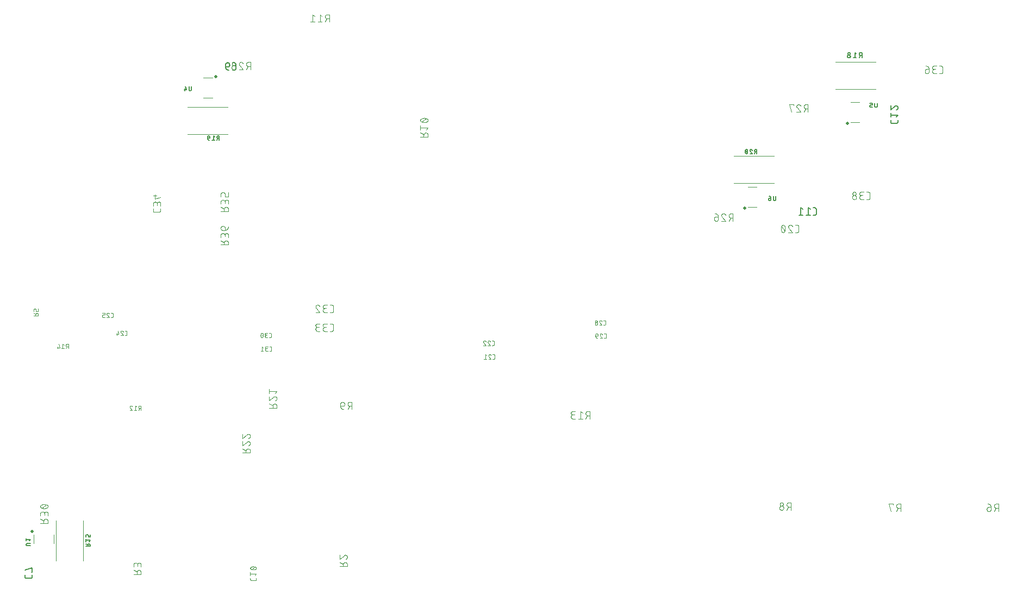
<source format=gbr>
G04 EAGLE Gerber RS-274X export*
G75*
%MOMM*%
%FSLAX34Y34*%
%LPD*%
%INSilkscreen Bottom*%
%IPPOS*%
%AMOC8*
5,1,8,0,0,1.08239X$1,22.5*%
G01*
%ADD10C,0.101600*%
%ADD11C,0.050800*%
%ADD12C,0.500000*%
%ADD13C,0.120000*%
%ADD14C,0.152400*%
%ADD15C,0.177800*%
%ADD16C,0.127000*%


D10*
X497586Y67056D02*
X509270Y67056D01*
X509270Y70302D01*
X509268Y70415D01*
X509262Y70528D01*
X509252Y70641D01*
X509238Y70754D01*
X509221Y70866D01*
X509199Y70977D01*
X509174Y71087D01*
X509144Y71197D01*
X509111Y71305D01*
X509074Y71412D01*
X509034Y71518D01*
X508989Y71622D01*
X508941Y71725D01*
X508890Y71826D01*
X508835Y71925D01*
X508777Y72022D01*
X508715Y72117D01*
X508650Y72210D01*
X508582Y72300D01*
X508511Y72388D01*
X508436Y72474D01*
X508359Y72557D01*
X508279Y72637D01*
X508196Y72714D01*
X508110Y72789D01*
X508022Y72860D01*
X507932Y72928D01*
X507839Y72993D01*
X507744Y73055D01*
X507647Y73113D01*
X507548Y73168D01*
X507447Y73219D01*
X507344Y73267D01*
X507240Y73312D01*
X507134Y73352D01*
X507027Y73389D01*
X506919Y73422D01*
X506809Y73452D01*
X506699Y73477D01*
X506588Y73499D01*
X506476Y73516D01*
X506363Y73530D01*
X506250Y73540D01*
X506137Y73546D01*
X506024Y73548D01*
X505911Y73546D01*
X505798Y73540D01*
X505685Y73530D01*
X505572Y73516D01*
X505460Y73499D01*
X505349Y73477D01*
X505239Y73452D01*
X505129Y73422D01*
X505021Y73389D01*
X504914Y73352D01*
X504808Y73312D01*
X504704Y73267D01*
X504601Y73219D01*
X504500Y73168D01*
X504401Y73113D01*
X504304Y73055D01*
X504209Y72993D01*
X504116Y72928D01*
X504026Y72860D01*
X503938Y72789D01*
X503852Y72714D01*
X503769Y72637D01*
X503689Y72557D01*
X503612Y72474D01*
X503537Y72388D01*
X503466Y72300D01*
X503398Y72210D01*
X503333Y72117D01*
X503271Y72022D01*
X503213Y71925D01*
X503158Y71826D01*
X503107Y71725D01*
X503059Y71622D01*
X503014Y71518D01*
X502974Y71412D01*
X502937Y71305D01*
X502904Y71197D01*
X502874Y71087D01*
X502849Y70977D01*
X502827Y70866D01*
X502810Y70754D01*
X502796Y70641D01*
X502786Y70528D01*
X502780Y70415D01*
X502778Y70302D01*
X502779Y70302D02*
X502779Y67056D01*
X502779Y70951D02*
X497586Y73547D01*
X506349Y84903D02*
X506456Y84901D01*
X506562Y84895D01*
X506668Y84885D01*
X506774Y84872D01*
X506880Y84854D01*
X506984Y84833D01*
X507088Y84808D01*
X507191Y84779D01*
X507292Y84747D01*
X507392Y84710D01*
X507491Y84670D01*
X507589Y84627D01*
X507685Y84580D01*
X507779Y84529D01*
X507871Y84475D01*
X507961Y84418D01*
X508049Y84358D01*
X508134Y84294D01*
X508217Y84227D01*
X508298Y84157D01*
X508376Y84085D01*
X508452Y84009D01*
X508524Y83931D01*
X508594Y83850D01*
X508661Y83767D01*
X508725Y83682D01*
X508785Y83594D01*
X508842Y83504D01*
X508896Y83412D01*
X508947Y83318D01*
X508994Y83222D01*
X509037Y83124D01*
X509077Y83025D01*
X509114Y82925D01*
X509146Y82824D01*
X509175Y82721D01*
X509200Y82617D01*
X509221Y82513D01*
X509239Y82407D01*
X509252Y82301D01*
X509262Y82195D01*
X509268Y82089D01*
X509270Y81982D01*
X509268Y81861D01*
X509262Y81740D01*
X509252Y81620D01*
X509239Y81499D01*
X509221Y81380D01*
X509200Y81260D01*
X509175Y81142D01*
X509146Y81025D01*
X509113Y80908D01*
X509077Y80793D01*
X509036Y80679D01*
X508993Y80566D01*
X508945Y80454D01*
X508894Y80345D01*
X508839Y80237D01*
X508781Y80130D01*
X508720Y80026D01*
X508655Y79924D01*
X508587Y79824D01*
X508516Y79726D01*
X508442Y79630D01*
X508365Y79537D01*
X508284Y79447D01*
X508201Y79359D01*
X508115Y79274D01*
X508026Y79191D01*
X507935Y79112D01*
X507841Y79035D01*
X507745Y78962D01*
X507647Y78892D01*
X507546Y78825D01*
X507443Y78761D01*
X507338Y78701D01*
X507231Y78644D01*
X507123Y78590D01*
X507013Y78540D01*
X506901Y78494D01*
X506788Y78451D01*
X506673Y78412D01*
X504077Y83930D02*
X504154Y84009D01*
X504235Y84085D01*
X504318Y84158D01*
X504403Y84228D01*
X504491Y84295D01*
X504581Y84359D01*
X504673Y84419D01*
X504768Y84476D01*
X504864Y84530D01*
X504962Y84581D01*
X505062Y84628D01*
X505164Y84672D01*
X505267Y84712D01*
X505371Y84748D01*
X505477Y84780D01*
X505583Y84809D01*
X505691Y84834D01*
X505799Y84856D01*
X505909Y84873D01*
X506018Y84887D01*
X506128Y84896D01*
X506239Y84902D01*
X506349Y84904D01*
X504077Y83930D02*
X497586Y78412D01*
X497586Y84903D01*
X188087Y54864D02*
X176403Y54864D01*
X188087Y54864D02*
X188087Y58110D01*
X188085Y58223D01*
X188079Y58336D01*
X188069Y58449D01*
X188055Y58562D01*
X188038Y58674D01*
X188016Y58785D01*
X187991Y58895D01*
X187961Y59005D01*
X187928Y59113D01*
X187891Y59220D01*
X187851Y59326D01*
X187806Y59430D01*
X187758Y59533D01*
X187707Y59634D01*
X187652Y59733D01*
X187594Y59830D01*
X187532Y59925D01*
X187467Y60018D01*
X187399Y60108D01*
X187328Y60196D01*
X187253Y60282D01*
X187176Y60365D01*
X187096Y60445D01*
X187013Y60522D01*
X186927Y60597D01*
X186839Y60668D01*
X186749Y60736D01*
X186656Y60801D01*
X186561Y60863D01*
X186464Y60921D01*
X186365Y60976D01*
X186264Y61027D01*
X186161Y61075D01*
X186057Y61120D01*
X185951Y61160D01*
X185844Y61197D01*
X185736Y61230D01*
X185626Y61260D01*
X185516Y61285D01*
X185405Y61307D01*
X185293Y61324D01*
X185180Y61338D01*
X185067Y61348D01*
X184954Y61354D01*
X184841Y61356D01*
X184728Y61354D01*
X184615Y61348D01*
X184502Y61338D01*
X184389Y61324D01*
X184277Y61307D01*
X184166Y61285D01*
X184056Y61260D01*
X183946Y61230D01*
X183838Y61197D01*
X183731Y61160D01*
X183625Y61120D01*
X183521Y61075D01*
X183418Y61027D01*
X183317Y60976D01*
X183218Y60921D01*
X183121Y60863D01*
X183026Y60801D01*
X182933Y60736D01*
X182843Y60668D01*
X182755Y60597D01*
X182669Y60522D01*
X182586Y60445D01*
X182506Y60365D01*
X182429Y60282D01*
X182354Y60196D01*
X182283Y60108D01*
X182215Y60018D01*
X182150Y59925D01*
X182088Y59830D01*
X182030Y59733D01*
X181975Y59634D01*
X181924Y59533D01*
X181876Y59430D01*
X181831Y59326D01*
X181791Y59220D01*
X181754Y59113D01*
X181721Y59005D01*
X181691Y58895D01*
X181666Y58785D01*
X181644Y58674D01*
X181627Y58562D01*
X181613Y58449D01*
X181603Y58336D01*
X181597Y58223D01*
X181595Y58110D01*
X181596Y58110D02*
X181596Y54864D01*
X181596Y58759D02*
X176403Y61355D01*
X176403Y66220D02*
X176403Y69466D01*
X176405Y69579D01*
X176411Y69692D01*
X176421Y69805D01*
X176435Y69918D01*
X176452Y70030D01*
X176474Y70141D01*
X176499Y70251D01*
X176529Y70361D01*
X176562Y70469D01*
X176599Y70576D01*
X176639Y70682D01*
X176684Y70786D01*
X176732Y70889D01*
X176783Y70990D01*
X176838Y71089D01*
X176896Y71186D01*
X176958Y71281D01*
X177023Y71374D01*
X177091Y71464D01*
X177162Y71552D01*
X177237Y71638D01*
X177314Y71721D01*
X177394Y71801D01*
X177477Y71878D01*
X177563Y71953D01*
X177651Y72024D01*
X177741Y72092D01*
X177834Y72157D01*
X177929Y72219D01*
X178026Y72277D01*
X178125Y72332D01*
X178226Y72383D01*
X178329Y72431D01*
X178433Y72476D01*
X178539Y72516D01*
X178646Y72553D01*
X178754Y72586D01*
X178864Y72616D01*
X178974Y72641D01*
X179085Y72663D01*
X179197Y72680D01*
X179310Y72694D01*
X179423Y72704D01*
X179536Y72710D01*
X179649Y72712D01*
X179762Y72710D01*
X179875Y72704D01*
X179988Y72694D01*
X180101Y72680D01*
X180213Y72663D01*
X180324Y72641D01*
X180434Y72616D01*
X180544Y72586D01*
X180652Y72553D01*
X180759Y72516D01*
X180865Y72476D01*
X180969Y72431D01*
X181072Y72383D01*
X181173Y72332D01*
X181272Y72277D01*
X181369Y72219D01*
X181464Y72157D01*
X181557Y72092D01*
X181647Y72024D01*
X181735Y71953D01*
X181821Y71878D01*
X181904Y71801D01*
X181984Y71721D01*
X182061Y71638D01*
X182136Y71552D01*
X182207Y71464D01*
X182275Y71374D01*
X182340Y71281D01*
X182402Y71186D01*
X182460Y71089D01*
X182515Y70990D01*
X182566Y70889D01*
X182614Y70786D01*
X182659Y70682D01*
X182699Y70576D01*
X182736Y70469D01*
X182769Y70361D01*
X182799Y70251D01*
X182824Y70141D01*
X182846Y70030D01*
X182863Y69918D01*
X182877Y69805D01*
X182887Y69692D01*
X182893Y69579D01*
X182895Y69466D01*
X188087Y70115D02*
X188087Y66220D01*
X188087Y70115D02*
X188085Y70216D01*
X188079Y70316D01*
X188069Y70416D01*
X188056Y70516D01*
X188038Y70615D01*
X188017Y70714D01*
X187992Y70811D01*
X187963Y70908D01*
X187930Y71003D01*
X187894Y71097D01*
X187854Y71189D01*
X187811Y71280D01*
X187764Y71369D01*
X187714Y71456D01*
X187660Y71542D01*
X187603Y71625D01*
X187543Y71705D01*
X187480Y71784D01*
X187413Y71860D01*
X187344Y71933D01*
X187272Y72003D01*
X187198Y72071D01*
X187121Y72136D01*
X187041Y72197D01*
X186959Y72256D01*
X186875Y72311D01*
X186789Y72363D01*
X186701Y72412D01*
X186611Y72457D01*
X186519Y72499D01*
X186426Y72537D01*
X186331Y72571D01*
X186236Y72602D01*
X186139Y72629D01*
X186041Y72652D01*
X185942Y72672D01*
X185842Y72687D01*
X185742Y72699D01*
X185642Y72707D01*
X185541Y72711D01*
X185441Y72711D01*
X185340Y72707D01*
X185240Y72699D01*
X185140Y72687D01*
X185040Y72672D01*
X184941Y72652D01*
X184843Y72629D01*
X184746Y72602D01*
X184651Y72571D01*
X184556Y72537D01*
X184463Y72499D01*
X184371Y72457D01*
X184281Y72412D01*
X184193Y72363D01*
X184107Y72311D01*
X184023Y72256D01*
X183941Y72197D01*
X183861Y72136D01*
X183784Y72071D01*
X183710Y72003D01*
X183638Y71933D01*
X183569Y71860D01*
X183502Y71784D01*
X183439Y71705D01*
X183379Y71625D01*
X183322Y71542D01*
X183268Y71456D01*
X183218Y71369D01*
X183171Y71280D01*
X183128Y71189D01*
X183088Y71097D01*
X183052Y71003D01*
X183019Y70908D01*
X182990Y70811D01*
X182965Y70714D01*
X182944Y70615D01*
X182926Y70516D01*
X182913Y70416D01*
X182903Y70316D01*
X182897Y70216D01*
X182895Y70115D01*
X182894Y70115D02*
X182894Y67519D01*
X1523492Y152908D02*
X1523492Y164592D01*
X1520246Y164592D01*
X1520133Y164590D01*
X1520020Y164584D01*
X1519907Y164574D01*
X1519794Y164560D01*
X1519682Y164543D01*
X1519571Y164521D01*
X1519461Y164496D01*
X1519351Y164466D01*
X1519243Y164433D01*
X1519136Y164396D01*
X1519030Y164356D01*
X1518926Y164311D01*
X1518823Y164263D01*
X1518722Y164212D01*
X1518623Y164157D01*
X1518526Y164099D01*
X1518431Y164037D01*
X1518338Y163972D01*
X1518248Y163904D01*
X1518160Y163833D01*
X1518074Y163758D01*
X1517991Y163681D01*
X1517911Y163601D01*
X1517834Y163518D01*
X1517759Y163432D01*
X1517688Y163344D01*
X1517620Y163254D01*
X1517555Y163161D01*
X1517493Y163066D01*
X1517435Y162969D01*
X1517380Y162870D01*
X1517329Y162769D01*
X1517281Y162666D01*
X1517236Y162562D01*
X1517196Y162456D01*
X1517159Y162349D01*
X1517126Y162241D01*
X1517096Y162131D01*
X1517071Y162021D01*
X1517049Y161910D01*
X1517032Y161798D01*
X1517018Y161685D01*
X1517008Y161572D01*
X1517002Y161459D01*
X1517000Y161346D01*
X1517002Y161233D01*
X1517008Y161120D01*
X1517018Y161007D01*
X1517032Y160894D01*
X1517049Y160782D01*
X1517071Y160671D01*
X1517096Y160561D01*
X1517126Y160451D01*
X1517159Y160343D01*
X1517196Y160236D01*
X1517236Y160130D01*
X1517281Y160026D01*
X1517329Y159923D01*
X1517380Y159822D01*
X1517435Y159723D01*
X1517493Y159626D01*
X1517555Y159531D01*
X1517620Y159438D01*
X1517688Y159348D01*
X1517759Y159260D01*
X1517834Y159174D01*
X1517911Y159091D01*
X1517991Y159011D01*
X1518074Y158934D01*
X1518160Y158859D01*
X1518248Y158788D01*
X1518338Y158720D01*
X1518431Y158655D01*
X1518526Y158593D01*
X1518623Y158535D01*
X1518722Y158480D01*
X1518823Y158429D01*
X1518926Y158381D01*
X1519030Y158336D01*
X1519136Y158296D01*
X1519243Y158259D01*
X1519351Y158226D01*
X1519461Y158196D01*
X1519571Y158171D01*
X1519682Y158149D01*
X1519794Y158132D01*
X1519907Y158118D01*
X1520020Y158108D01*
X1520133Y158102D01*
X1520246Y158100D01*
X1520246Y158101D02*
X1523492Y158101D01*
X1519597Y158101D02*
X1517001Y152908D01*
X1512136Y159399D02*
X1508241Y159399D01*
X1508142Y159397D01*
X1508042Y159391D01*
X1507943Y159382D01*
X1507845Y159369D01*
X1507747Y159352D01*
X1507649Y159331D01*
X1507553Y159306D01*
X1507458Y159278D01*
X1507364Y159246D01*
X1507271Y159211D01*
X1507179Y159172D01*
X1507089Y159129D01*
X1507001Y159084D01*
X1506914Y159034D01*
X1506830Y158982D01*
X1506747Y158926D01*
X1506667Y158868D01*
X1506589Y158806D01*
X1506514Y158741D01*
X1506441Y158673D01*
X1506371Y158603D01*
X1506303Y158530D01*
X1506238Y158455D01*
X1506176Y158377D01*
X1506118Y158297D01*
X1506062Y158214D01*
X1506010Y158130D01*
X1505960Y158043D01*
X1505915Y157955D01*
X1505872Y157865D01*
X1505833Y157773D01*
X1505798Y157680D01*
X1505766Y157586D01*
X1505738Y157491D01*
X1505713Y157395D01*
X1505692Y157297D01*
X1505675Y157199D01*
X1505662Y157101D01*
X1505653Y157002D01*
X1505647Y156902D01*
X1505645Y156803D01*
X1505645Y156154D01*
X1505644Y156154D02*
X1505646Y156041D01*
X1505652Y155928D01*
X1505662Y155815D01*
X1505676Y155702D01*
X1505693Y155590D01*
X1505715Y155479D01*
X1505740Y155369D01*
X1505770Y155259D01*
X1505803Y155151D01*
X1505840Y155044D01*
X1505880Y154938D01*
X1505925Y154834D01*
X1505973Y154731D01*
X1506024Y154630D01*
X1506079Y154531D01*
X1506137Y154434D01*
X1506199Y154339D01*
X1506264Y154246D01*
X1506332Y154156D01*
X1506403Y154068D01*
X1506478Y153982D01*
X1506555Y153899D01*
X1506635Y153819D01*
X1506718Y153742D01*
X1506804Y153667D01*
X1506892Y153596D01*
X1506982Y153528D01*
X1507075Y153463D01*
X1507170Y153401D01*
X1507267Y153343D01*
X1507366Y153288D01*
X1507467Y153237D01*
X1507570Y153189D01*
X1507674Y153144D01*
X1507780Y153104D01*
X1507887Y153067D01*
X1507995Y153034D01*
X1508105Y153004D01*
X1508215Y152979D01*
X1508326Y152957D01*
X1508438Y152940D01*
X1508551Y152926D01*
X1508664Y152916D01*
X1508777Y152910D01*
X1508890Y152908D01*
X1509003Y152910D01*
X1509116Y152916D01*
X1509229Y152926D01*
X1509342Y152940D01*
X1509454Y152957D01*
X1509565Y152979D01*
X1509675Y153004D01*
X1509785Y153034D01*
X1509893Y153067D01*
X1510000Y153104D01*
X1510106Y153144D01*
X1510210Y153189D01*
X1510313Y153237D01*
X1510414Y153288D01*
X1510513Y153343D01*
X1510610Y153401D01*
X1510705Y153463D01*
X1510798Y153528D01*
X1510888Y153596D01*
X1510976Y153667D01*
X1511062Y153742D01*
X1511145Y153819D01*
X1511225Y153899D01*
X1511302Y153982D01*
X1511377Y154068D01*
X1511448Y154156D01*
X1511516Y154246D01*
X1511581Y154339D01*
X1511643Y154434D01*
X1511701Y154531D01*
X1511756Y154630D01*
X1511807Y154731D01*
X1511855Y154834D01*
X1511900Y154938D01*
X1511940Y155044D01*
X1511977Y155151D01*
X1512010Y155259D01*
X1512040Y155369D01*
X1512065Y155479D01*
X1512087Y155590D01*
X1512104Y155702D01*
X1512118Y155815D01*
X1512128Y155928D01*
X1512134Y156041D01*
X1512136Y156154D01*
X1512136Y159399D01*
X1512134Y159542D01*
X1512128Y159685D01*
X1512118Y159828D01*
X1512104Y159970D01*
X1512087Y160112D01*
X1512065Y160254D01*
X1512040Y160395D01*
X1512010Y160535D01*
X1511977Y160674D01*
X1511940Y160812D01*
X1511899Y160949D01*
X1511855Y161085D01*
X1511806Y161220D01*
X1511754Y161353D01*
X1511699Y161485D01*
X1511639Y161615D01*
X1511576Y161744D01*
X1511510Y161871D01*
X1511440Y161996D01*
X1511367Y162118D01*
X1511290Y162239D01*
X1511210Y162358D01*
X1511127Y162474D01*
X1511041Y162589D01*
X1510952Y162700D01*
X1510859Y162810D01*
X1510764Y162916D01*
X1510665Y163020D01*
X1510564Y163121D01*
X1510460Y163220D01*
X1510354Y163315D01*
X1510244Y163408D01*
X1510133Y163497D01*
X1510018Y163583D01*
X1509902Y163666D01*
X1509783Y163746D01*
X1509662Y163823D01*
X1509540Y163896D01*
X1509415Y163966D01*
X1509288Y164032D01*
X1509159Y164095D01*
X1509029Y164155D01*
X1508897Y164210D01*
X1508764Y164262D01*
X1508629Y164311D01*
X1508493Y164355D01*
X1508356Y164396D01*
X1508218Y164433D01*
X1508079Y164466D01*
X1507939Y164496D01*
X1507798Y164521D01*
X1507656Y164543D01*
X1507514Y164560D01*
X1507372Y164574D01*
X1507229Y164584D01*
X1507086Y164590D01*
X1506943Y164592D01*
X1371092Y164592D02*
X1371092Y152908D01*
X1371092Y164592D02*
X1367846Y164592D01*
X1367733Y164590D01*
X1367620Y164584D01*
X1367507Y164574D01*
X1367394Y164560D01*
X1367282Y164543D01*
X1367171Y164521D01*
X1367061Y164496D01*
X1366951Y164466D01*
X1366843Y164433D01*
X1366736Y164396D01*
X1366630Y164356D01*
X1366526Y164311D01*
X1366423Y164263D01*
X1366322Y164212D01*
X1366223Y164157D01*
X1366126Y164099D01*
X1366031Y164037D01*
X1365938Y163972D01*
X1365848Y163904D01*
X1365760Y163833D01*
X1365674Y163758D01*
X1365591Y163681D01*
X1365511Y163601D01*
X1365434Y163518D01*
X1365359Y163432D01*
X1365288Y163344D01*
X1365220Y163254D01*
X1365155Y163161D01*
X1365093Y163066D01*
X1365035Y162969D01*
X1364980Y162870D01*
X1364929Y162769D01*
X1364881Y162666D01*
X1364836Y162562D01*
X1364796Y162456D01*
X1364759Y162349D01*
X1364726Y162241D01*
X1364696Y162131D01*
X1364671Y162021D01*
X1364649Y161910D01*
X1364632Y161798D01*
X1364618Y161685D01*
X1364608Y161572D01*
X1364602Y161459D01*
X1364600Y161346D01*
X1364602Y161233D01*
X1364608Y161120D01*
X1364618Y161007D01*
X1364632Y160894D01*
X1364649Y160782D01*
X1364671Y160671D01*
X1364696Y160561D01*
X1364726Y160451D01*
X1364759Y160343D01*
X1364796Y160236D01*
X1364836Y160130D01*
X1364881Y160026D01*
X1364929Y159923D01*
X1364980Y159822D01*
X1365035Y159723D01*
X1365093Y159626D01*
X1365155Y159531D01*
X1365220Y159438D01*
X1365288Y159348D01*
X1365359Y159260D01*
X1365434Y159174D01*
X1365511Y159091D01*
X1365591Y159011D01*
X1365674Y158934D01*
X1365760Y158859D01*
X1365848Y158788D01*
X1365938Y158720D01*
X1366031Y158655D01*
X1366126Y158593D01*
X1366223Y158535D01*
X1366322Y158480D01*
X1366423Y158429D01*
X1366526Y158381D01*
X1366630Y158336D01*
X1366736Y158296D01*
X1366843Y158259D01*
X1366951Y158226D01*
X1367061Y158196D01*
X1367171Y158171D01*
X1367282Y158149D01*
X1367394Y158132D01*
X1367507Y158118D01*
X1367620Y158108D01*
X1367733Y158102D01*
X1367846Y158100D01*
X1367846Y158101D02*
X1371092Y158101D01*
X1367197Y158101D02*
X1364601Y152908D01*
X1359736Y163294D02*
X1359736Y164592D01*
X1353245Y164592D01*
X1356490Y152908D01*
X1200404Y154940D02*
X1200404Y166624D01*
X1197158Y166624D01*
X1197045Y166622D01*
X1196932Y166616D01*
X1196819Y166606D01*
X1196706Y166592D01*
X1196594Y166575D01*
X1196483Y166553D01*
X1196373Y166528D01*
X1196263Y166498D01*
X1196155Y166465D01*
X1196048Y166428D01*
X1195942Y166388D01*
X1195838Y166343D01*
X1195735Y166295D01*
X1195634Y166244D01*
X1195535Y166189D01*
X1195438Y166131D01*
X1195343Y166069D01*
X1195250Y166004D01*
X1195160Y165936D01*
X1195072Y165865D01*
X1194986Y165790D01*
X1194903Y165713D01*
X1194823Y165633D01*
X1194746Y165550D01*
X1194671Y165464D01*
X1194600Y165376D01*
X1194532Y165286D01*
X1194467Y165193D01*
X1194405Y165098D01*
X1194347Y165001D01*
X1194292Y164902D01*
X1194241Y164801D01*
X1194193Y164698D01*
X1194148Y164594D01*
X1194108Y164488D01*
X1194071Y164381D01*
X1194038Y164273D01*
X1194008Y164163D01*
X1193983Y164053D01*
X1193961Y163942D01*
X1193944Y163830D01*
X1193930Y163717D01*
X1193920Y163604D01*
X1193914Y163491D01*
X1193912Y163378D01*
X1193914Y163265D01*
X1193920Y163152D01*
X1193930Y163039D01*
X1193944Y162926D01*
X1193961Y162814D01*
X1193983Y162703D01*
X1194008Y162593D01*
X1194038Y162483D01*
X1194071Y162375D01*
X1194108Y162268D01*
X1194148Y162162D01*
X1194193Y162058D01*
X1194241Y161955D01*
X1194292Y161854D01*
X1194347Y161755D01*
X1194405Y161658D01*
X1194467Y161563D01*
X1194532Y161470D01*
X1194600Y161380D01*
X1194671Y161292D01*
X1194746Y161206D01*
X1194823Y161123D01*
X1194903Y161043D01*
X1194986Y160966D01*
X1195072Y160891D01*
X1195160Y160820D01*
X1195250Y160752D01*
X1195343Y160687D01*
X1195438Y160625D01*
X1195535Y160567D01*
X1195634Y160512D01*
X1195735Y160461D01*
X1195838Y160413D01*
X1195942Y160368D01*
X1196048Y160328D01*
X1196155Y160291D01*
X1196263Y160258D01*
X1196373Y160228D01*
X1196483Y160203D01*
X1196594Y160181D01*
X1196706Y160164D01*
X1196819Y160150D01*
X1196932Y160140D01*
X1197045Y160134D01*
X1197158Y160132D01*
X1197158Y160133D02*
X1200404Y160133D01*
X1196509Y160133D02*
X1193913Y154940D01*
X1189048Y158186D02*
X1189046Y158299D01*
X1189040Y158412D01*
X1189030Y158525D01*
X1189016Y158638D01*
X1188999Y158750D01*
X1188977Y158861D01*
X1188952Y158971D01*
X1188922Y159081D01*
X1188889Y159189D01*
X1188852Y159296D01*
X1188812Y159402D01*
X1188767Y159506D01*
X1188719Y159609D01*
X1188668Y159710D01*
X1188613Y159809D01*
X1188555Y159906D01*
X1188493Y160001D01*
X1188428Y160094D01*
X1188360Y160184D01*
X1188289Y160272D01*
X1188214Y160358D01*
X1188137Y160441D01*
X1188057Y160521D01*
X1187974Y160598D01*
X1187888Y160673D01*
X1187800Y160744D01*
X1187710Y160812D01*
X1187617Y160877D01*
X1187522Y160939D01*
X1187425Y160997D01*
X1187326Y161052D01*
X1187225Y161103D01*
X1187122Y161151D01*
X1187018Y161196D01*
X1186912Y161236D01*
X1186805Y161273D01*
X1186697Y161306D01*
X1186587Y161336D01*
X1186477Y161361D01*
X1186366Y161383D01*
X1186254Y161400D01*
X1186141Y161414D01*
X1186028Y161424D01*
X1185915Y161430D01*
X1185802Y161432D01*
X1185689Y161430D01*
X1185576Y161424D01*
X1185463Y161414D01*
X1185350Y161400D01*
X1185238Y161383D01*
X1185127Y161361D01*
X1185017Y161336D01*
X1184907Y161306D01*
X1184799Y161273D01*
X1184692Y161236D01*
X1184586Y161196D01*
X1184482Y161151D01*
X1184379Y161103D01*
X1184278Y161052D01*
X1184179Y160997D01*
X1184082Y160939D01*
X1183987Y160877D01*
X1183894Y160812D01*
X1183804Y160744D01*
X1183716Y160673D01*
X1183630Y160598D01*
X1183547Y160521D01*
X1183467Y160441D01*
X1183390Y160358D01*
X1183315Y160272D01*
X1183244Y160184D01*
X1183176Y160094D01*
X1183111Y160001D01*
X1183049Y159906D01*
X1182991Y159809D01*
X1182936Y159710D01*
X1182885Y159609D01*
X1182837Y159506D01*
X1182792Y159402D01*
X1182752Y159296D01*
X1182715Y159189D01*
X1182682Y159081D01*
X1182652Y158971D01*
X1182627Y158861D01*
X1182605Y158750D01*
X1182588Y158638D01*
X1182574Y158525D01*
X1182564Y158412D01*
X1182558Y158299D01*
X1182556Y158186D01*
X1182558Y158073D01*
X1182564Y157960D01*
X1182574Y157847D01*
X1182588Y157734D01*
X1182605Y157622D01*
X1182627Y157511D01*
X1182652Y157401D01*
X1182682Y157291D01*
X1182715Y157183D01*
X1182752Y157076D01*
X1182792Y156970D01*
X1182837Y156866D01*
X1182885Y156763D01*
X1182936Y156662D01*
X1182991Y156563D01*
X1183049Y156466D01*
X1183111Y156371D01*
X1183176Y156278D01*
X1183244Y156188D01*
X1183315Y156100D01*
X1183390Y156014D01*
X1183467Y155931D01*
X1183547Y155851D01*
X1183630Y155774D01*
X1183716Y155699D01*
X1183804Y155628D01*
X1183894Y155560D01*
X1183987Y155495D01*
X1184082Y155433D01*
X1184179Y155375D01*
X1184278Y155320D01*
X1184379Y155269D01*
X1184482Y155221D01*
X1184586Y155176D01*
X1184692Y155136D01*
X1184799Y155099D01*
X1184907Y155066D01*
X1185017Y155036D01*
X1185127Y155011D01*
X1185238Y154989D01*
X1185350Y154972D01*
X1185463Y154958D01*
X1185576Y154948D01*
X1185689Y154942D01*
X1185802Y154940D01*
X1185915Y154942D01*
X1186028Y154948D01*
X1186141Y154958D01*
X1186254Y154972D01*
X1186366Y154989D01*
X1186477Y155011D01*
X1186587Y155036D01*
X1186697Y155066D01*
X1186805Y155099D01*
X1186912Y155136D01*
X1187018Y155176D01*
X1187122Y155221D01*
X1187225Y155269D01*
X1187326Y155320D01*
X1187425Y155375D01*
X1187522Y155433D01*
X1187617Y155495D01*
X1187710Y155560D01*
X1187800Y155628D01*
X1187888Y155699D01*
X1187974Y155774D01*
X1188057Y155851D01*
X1188137Y155931D01*
X1188214Y156014D01*
X1188289Y156100D01*
X1188360Y156188D01*
X1188428Y156278D01*
X1188493Y156371D01*
X1188555Y156466D01*
X1188613Y156563D01*
X1188668Y156662D01*
X1188719Y156763D01*
X1188767Y156866D01*
X1188812Y156970D01*
X1188852Y157076D01*
X1188889Y157183D01*
X1188922Y157291D01*
X1188952Y157401D01*
X1188977Y157511D01*
X1188999Y157622D01*
X1189016Y157734D01*
X1189030Y157847D01*
X1189040Y157960D01*
X1189046Y158073D01*
X1189048Y158186D01*
X1188398Y164028D02*
X1188396Y164129D01*
X1188390Y164229D01*
X1188380Y164329D01*
X1188367Y164429D01*
X1188349Y164528D01*
X1188328Y164627D01*
X1188303Y164724D01*
X1188274Y164821D01*
X1188241Y164916D01*
X1188205Y165010D01*
X1188165Y165102D01*
X1188122Y165193D01*
X1188075Y165282D01*
X1188025Y165369D01*
X1187971Y165455D01*
X1187914Y165538D01*
X1187854Y165618D01*
X1187791Y165697D01*
X1187724Y165773D01*
X1187655Y165846D01*
X1187583Y165916D01*
X1187509Y165984D01*
X1187432Y166049D01*
X1187352Y166110D01*
X1187270Y166169D01*
X1187186Y166224D01*
X1187100Y166276D01*
X1187012Y166325D01*
X1186922Y166370D01*
X1186830Y166412D01*
X1186737Y166450D01*
X1186642Y166484D01*
X1186547Y166515D01*
X1186450Y166542D01*
X1186352Y166565D01*
X1186253Y166585D01*
X1186153Y166600D01*
X1186053Y166612D01*
X1185953Y166620D01*
X1185852Y166624D01*
X1185752Y166624D01*
X1185651Y166620D01*
X1185551Y166612D01*
X1185451Y166600D01*
X1185351Y166585D01*
X1185252Y166565D01*
X1185154Y166542D01*
X1185057Y166515D01*
X1184962Y166484D01*
X1184867Y166450D01*
X1184774Y166412D01*
X1184682Y166370D01*
X1184592Y166325D01*
X1184504Y166276D01*
X1184418Y166224D01*
X1184334Y166169D01*
X1184252Y166110D01*
X1184172Y166049D01*
X1184095Y165984D01*
X1184021Y165916D01*
X1183949Y165846D01*
X1183880Y165773D01*
X1183813Y165697D01*
X1183750Y165618D01*
X1183690Y165538D01*
X1183633Y165455D01*
X1183579Y165369D01*
X1183529Y165282D01*
X1183482Y165193D01*
X1183439Y165102D01*
X1183399Y165010D01*
X1183363Y164916D01*
X1183330Y164821D01*
X1183301Y164724D01*
X1183276Y164627D01*
X1183255Y164528D01*
X1183237Y164429D01*
X1183224Y164329D01*
X1183214Y164229D01*
X1183208Y164129D01*
X1183206Y164028D01*
X1183208Y163927D01*
X1183214Y163827D01*
X1183224Y163727D01*
X1183237Y163627D01*
X1183255Y163528D01*
X1183276Y163429D01*
X1183301Y163332D01*
X1183330Y163235D01*
X1183363Y163140D01*
X1183399Y163046D01*
X1183439Y162954D01*
X1183482Y162863D01*
X1183529Y162774D01*
X1183579Y162687D01*
X1183633Y162601D01*
X1183690Y162518D01*
X1183750Y162438D01*
X1183813Y162359D01*
X1183880Y162283D01*
X1183949Y162210D01*
X1184021Y162140D01*
X1184095Y162072D01*
X1184172Y162007D01*
X1184252Y161946D01*
X1184334Y161887D01*
X1184418Y161832D01*
X1184504Y161780D01*
X1184592Y161731D01*
X1184682Y161686D01*
X1184774Y161644D01*
X1184867Y161606D01*
X1184962Y161572D01*
X1185057Y161541D01*
X1185154Y161514D01*
X1185252Y161491D01*
X1185351Y161471D01*
X1185451Y161456D01*
X1185551Y161444D01*
X1185651Y161436D01*
X1185752Y161432D01*
X1185852Y161432D01*
X1185953Y161436D01*
X1186053Y161444D01*
X1186153Y161456D01*
X1186253Y161471D01*
X1186352Y161491D01*
X1186450Y161514D01*
X1186547Y161541D01*
X1186642Y161572D01*
X1186737Y161606D01*
X1186830Y161644D01*
X1186922Y161686D01*
X1187012Y161731D01*
X1187100Y161780D01*
X1187186Y161832D01*
X1187270Y161887D01*
X1187352Y161946D01*
X1187432Y162007D01*
X1187509Y162072D01*
X1187583Y162140D01*
X1187655Y162210D01*
X1187724Y162283D01*
X1187791Y162359D01*
X1187854Y162438D01*
X1187914Y162518D01*
X1187971Y162601D01*
X1188025Y162687D01*
X1188075Y162774D01*
X1188122Y162863D01*
X1188165Y162954D01*
X1188205Y163046D01*
X1188241Y163140D01*
X1188274Y163235D01*
X1188303Y163332D01*
X1188328Y163429D01*
X1188349Y163528D01*
X1188367Y163627D01*
X1188380Y163727D01*
X1188390Y163827D01*
X1188396Y163927D01*
X1188398Y164028D01*
X516509Y311785D02*
X516509Y323469D01*
X513263Y323469D01*
X513150Y323467D01*
X513037Y323461D01*
X512924Y323451D01*
X512811Y323437D01*
X512699Y323420D01*
X512588Y323398D01*
X512478Y323373D01*
X512368Y323343D01*
X512260Y323310D01*
X512153Y323273D01*
X512047Y323233D01*
X511943Y323188D01*
X511840Y323140D01*
X511739Y323089D01*
X511640Y323034D01*
X511543Y322976D01*
X511448Y322914D01*
X511355Y322849D01*
X511265Y322781D01*
X511177Y322710D01*
X511091Y322635D01*
X511008Y322558D01*
X510928Y322478D01*
X510851Y322395D01*
X510776Y322309D01*
X510705Y322221D01*
X510637Y322131D01*
X510572Y322038D01*
X510510Y321943D01*
X510452Y321846D01*
X510397Y321747D01*
X510346Y321646D01*
X510298Y321543D01*
X510253Y321439D01*
X510213Y321333D01*
X510176Y321226D01*
X510143Y321118D01*
X510113Y321008D01*
X510088Y320898D01*
X510066Y320787D01*
X510049Y320675D01*
X510035Y320562D01*
X510025Y320449D01*
X510019Y320336D01*
X510017Y320223D01*
X510019Y320110D01*
X510025Y319997D01*
X510035Y319884D01*
X510049Y319771D01*
X510066Y319659D01*
X510088Y319548D01*
X510113Y319438D01*
X510143Y319328D01*
X510176Y319220D01*
X510213Y319113D01*
X510253Y319007D01*
X510298Y318903D01*
X510346Y318800D01*
X510397Y318699D01*
X510452Y318600D01*
X510510Y318503D01*
X510572Y318408D01*
X510637Y318315D01*
X510705Y318225D01*
X510776Y318137D01*
X510851Y318051D01*
X510928Y317968D01*
X511008Y317888D01*
X511091Y317811D01*
X511177Y317736D01*
X511265Y317665D01*
X511355Y317597D01*
X511448Y317532D01*
X511543Y317470D01*
X511640Y317412D01*
X511739Y317357D01*
X511840Y317306D01*
X511943Y317258D01*
X512047Y317213D01*
X512153Y317173D01*
X512260Y317136D01*
X512368Y317103D01*
X512478Y317073D01*
X512588Y317048D01*
X512699Y317026D01*
X512811Y317009D01*
X512924Y316995D01*
X513037Y316985D01*
X513150Y316979D01*
X513263Y316977D01*
X513263Y316978D02*
X516509Y316978D01*
X512614Y316978D02*
X510018Y311785D01*
X502556Y316978D02*
X498662Y316978D01*
X502556Y316978D02*
X502655Y316980D01*
X502755Y316986D01*
X502854Y316995D01*
X502952Y317008D01*
X503050Y317025D01*
X503148Y317046D01*
X503244Y317071D01*
X503339Y317099D01*
X503433Y317131D01*
X503526Y317166D01*
X503618Y317205D01*
X503708Y317248D01*
X503796Y317293D01*
X503883Y317343D01*
X503967Y317395D01*
X504050Y317451D01*
X504130Y317509D01*
X504208Y317571D01*
X504283Y317636D01*
X504356Y317704D01*
X504426Y317774D01*
X504494Y317847D01*
X504559Y317922D01*
X504621Y318000D01*
X504679Y318080D01*
X504735Y318163D01*
X504787Y318247D01*
X504837Y318334D01*
X504882Y318422D01*
X504925Y318512D01*
X504964Y318604D01*
X504999Y318697D01*
X505031Y318791D01*
X505059Y318886D01*
X505084Y318982D01*
X505105Y319080D01*
X505122Y319178D01*
X505135Y319276D01*
X505144Y319375D01*
X505150Y319475D01*
X505152Y319574D01*
X505153Y319574D02*
X505153Y320223D01*
X505151Y320336D01*
X505145Y320449D01*
X505135Y320562D01*
X505121Y320675D01*
X505104Y320787D01*
X505082Y320898D01*
X505057Y321008D01*
X505027Y321118D01*
X504994Y321226D01*
X504957Y321333D01*
X504917Y321439D01*
X504872Y321543D01*
X504824Y321646D01*
X504773Y321747D01*
X504718Y321846D01*
X504660Y321943D01*
X504598Y322038D01*
X504533Y322131D01*
X504465Y322221D01*
X504394Y322309D01*
X504319Y322395D01*
X504242Y322478D01*
X504162Y322558D01*
X504079Y322635D01*
X503993Y322710D01*
X503905Y322781D01*
X503815Y322849D01*
X503722Y322914D01*
X503627Y322976D01*
X503530Y323034D01*
X503431Y323089D01*
X503330Y323140D01*
X503227Y323188D01*
X503123Y323233D01*
X503017Y323273D01*
X502910Y323310D01*
X502802Y323343D01*
X502692Y323373D01*
X502582Y323398D01*
X502471Y323420D01*
X502359Y323437D01*
X502246Y323451D01*
X502133Y323461D01*
X502020Y323467D01*
X501907Y323469D01*
X501794Y323467D01*
X501681Y323461D01*
X501568Y323451D01*
X501455Y323437D01*
X501343Y323420D01*
X501232Y323398D01*
X501122Y323373D01*
X501012Y323343D01*
X500904Y323310D01*
X500797Y323273D01*
X500691Y323233D01*
X500587Y323188D01*
X500484Y323140D01*
X500383Y323089D01*
X500284Y323034D01*
X500187Y322976D01*
X500092Y322914D01*
X499999Y322849D01*
X499909Y322781D01*
X499821Y322710D01*
X499735Y322635D01*
X499652Y322558D01*
X499572Y322478D01*
X499495Y322395D01*
X499420Y322309D01*
X499349Y322221D01*
X499281Y322131D01*
X499216Y322038D01*
X499154Y321943D01*
X499096Y321846D01*
X499041Y321747D01*
X498990Y321646D01*
X498942Y321543D01*
X498897Y321439D01*
X498857Y321333D01*
X498820Y321226D01*
X498787Y321118D01*
X498757Y321008D01*
X498732Y320898D01*
X498710Y320787D01*
X498693Y320675D01*
X498679Y320562D01*
X498669Y320449D01*
X498663Y320336D01*
X498661Y320223D01*
X498662Y320223D02*
X498662Y316978D01*
X498661Y316978D02*
X498663Y316835D01*
X498669Y316692D01*
X498679Y316549D01*
X498693Y316407D01*
X498710Y316265D01*
X498732Y316123D01*
X498757Y315982D01*
X498787Y315842D01*
X498820Y315703D01*
X498857Y315565D01*
X498898Y315428D01*
X498942Y315292D01*
X498991Y315157D01*
X499043Y315024D01*
X499098Y314892D01*
X499158Y314762D01*
X499221Y314633D01*
X499287Y314506D01*
X499357Y314382D01*
X499430Y314259D01*
X499507Y314138D01*
X499587Y314019D01*
X499670Y313903D01*
X499756Y313788D01*
X499845Y313677D01*
X499938Y313567D01*
X500033Y313461D01*
X500132Y313357D01*
X500233Y313256D01*
X500337Y313157D01*
X500443Y313062D01*
X500553Y312969D01*
X500664Y312880D01*
X500779Y312794D01*
X500895Y312711D01*
X501014Y312631D01*
X501135Y312554D01*
X501257Y312481D01*
X501382Y312411D01*
X501509Y312345D01*
X501638Y312282D01*
X501768Y312222D01*
X501900Y312167D01*
X502033Y312115D01*
X502168Y312066D01*
X502304Y312022D01*
X502441Y311981D01*
X502579Y311944D01*
X502718Y311911D01*
X502858Y311881D01*
X502999Y311856D01*
X503141Y311834D01*
X503283Y311817D01*
X503425Y311803D01*
X503568Y311793D01*
X503711Y311787D01*
X503854Y311785D01*
X623316Y736346D02*
X635000Y736346D01*
X635000Y739592D01*
X634998Y739705D01*
X634992Y739818D01*
X634982Y739931D01*
X634968Y740044D01*
X634951Y740156D01*
X634929Y740267D01*
X634904Y740377D01*
X634874Y740487D01*
X634841Y740595D01*
X634804Y740702D01*
X634764Y740808D01*
X634719Y740912D01*
X634671Y741015D01*
X634620Y741116D01*
X634565Y741215D01*
X634507Y741312D01*
X634445Y741407D01*
X634380Y741500D01*
X634312Y741590D01*
X634241Y741678D01*
X634166Y741764D01*
X634089Y741847D01*
X634009Y741927D01*
X633926Y742004D01*
X633840Y742079D01*
X633752Y742150D01*
X633662Y742218D01*
X633569Y742283D01*
X633474Y742345D01*
X633377Y742403D01*
X633278Y742458D01*
X633177Y742509D01*
X633074Y742557D01*
X632970Y742602D01*
X632864Y742642D01*
X632757Y742679D01*
X632649Y742712D01*
X632539Y742742D01*
X632429Y742767D01*
X632318Y742789D01*
X632206Y742806D01*
X632093Y742820D01*
X631980Y742830D01*
X631867Y742836D01*
X631754Y742838D01*
X631641Y742836D01*
X631528Y742830D01*
X631415Y742820D01*
X631302Y742806D01*
X631190Y742789D01*
X631079Y742767D01*
X630969Y742742D01*
X630859Y742712D01*
X630751Y742679D01*
X630644Y742642D01*
X630538Y742602D01*
X630434Y742557D01*
X630331Y742509D01*
X630230Y742458D01*
X630131Y742403D01*
X630034Y742345D01*
X629939Y742283D01*
X629846Y742218D01*
X629756Y742150D01*
X629668Y742079D01*
X629582Y742004D01*
X629499Y741927D01*
X629419Y741847D01*
X629342Y741764D01*
X629267Y741678D01*
X629196Y741590D01*
X629128Y741500D01*
X629063Y741407D01*
X629001Y741312D01*
X628943Y741215D01*
X628888Y741116D01*
X628837Y741015D01*
X628789Y740912D01*
X628744Y740808D01*
X628704Y740702D01*
X628667Y740595D01*
X628634Y740487D01*
X628604Y740377D01*
X628579Y740267D01*
X628557Y740156D01*
X628540Y740044D01*
X628526Y739931D01*
X628516Y739818D01*
X628510Y739705D01*
X628508Y739592D01*
X628509Y739592D02*
X628509Y736346D01*
X628509Y740241D02*
X623316Y742837D01*
X632404Y747702D02*
X635000Y750948D01*
X623316Y750948D01*
X623316Y754193D02*
X623316Y747702D01*
X629158Y759133D02*
X629388Y759136D01*
X629618Y759144D01*
X629847Y759158D01*
X630076Y759177D01*
X630305Y759202D01*
X630532Y759232D01*
X630760Y759267D01*
X630986Y759308D01*
X631211Y759354D01*
X631435Y759406D01*
X631657Y759463D01*
X631879Y759525D01*
X632098Y759593D01*
X632316Y759666D01*
X632533Y759744D01*
X632747Y759827D01*
X632959Y759915D01*
X633169Y760008D01*
X633377Y760107D01*
X633377Y760106D02*
X633467Y760139D01*
X633556Y760175D01*
X633644Y760215D01*
X633729Y760259D01*
X633813Y760306D01*
X633895Y760356D01*
X633975Y760410D01*
X634052Y760466D01*
X634128Y760526D01*
X634201Y760589D01*
X634271Y760654D01*
X634339Y760723D01*
X634403Y760794D01*
X634465Y760867D01*
X634524Y760943D01*
X634580Y761021D01*
X634633Y761102D01*
X634682Y761184D01*
X634728Y761268D01*
X634771Y761355D01*
X634810Y761442D01*
X634846Y761532D01*
X634878Y761622D01*
X634906Y761714D01*
X634931Y761807D01*
X634952Y761901D01*
X634969Y761995D01*
X634983Y762090D01*
X634992Y762186D01*
X634998Y762282D01*
X635000Y762378D01*
X634998Y762474D01*
X634992Y762570D01*
X634983Y762666D01*
X634969Y762761D01*
X634952Y762855D01*
X634931Y762949D01*
X634906Y763042D01*
X634878Y763134D01*
X634846Y763224D01*
X634810Y763314D01*
X634771Y763401D01*
X634728Y763488D01*
X634682Y763572D01*
X634633Y763654D01*
X634580Y763735D01*
X634524Y763813D01*
X634465Y763889D01*
X634403Y763962D01*
X634339Y764033D01*
X634271Y764102D01*
X634201Y764167D01*
X634128Y764230D01*
X634052Y764290D01*
X633975Y764346D01*
X633895Y764400D01*
X633813Y764450D01*
X633729Y764497D01*
X633644Y764541D01*
X633556Y764581D01*
X633467Y764617D01*
X633377Y764650D01*
X633170Y764749D01*
X632960Y764842D01*
X632747Y764930D01*
X632533Y765013D01*
X632317Y765091D01*
X632099Y765164D01*
X631879Y765232D01*
X631658Y765294D01*
X631435Y765351D01*
X631211Y765403D01*
X630986Y765449D01*
X630760Y765490D01*
X630533Y765525D01*
X630305Y765555D01*
X630076Y765580D01*
X629847Y765599D01*
X629618Y765613D01*
X629388Y765621D01*
X629158Y765624D01*
X629158Y759132D02*
X628928Y759135D01*
X628698Y759143D01*
X628469Y759157D01*
X628240Y759176D01*
X628011Y759201D01*
X627783Y759231D01*
X627556Y759266D01*
X627330Y759307D01*
X627105Y759353D01*
X626881Y759405D01*
X626658Y759462D01*
X626437Y759524D01*
X626217Y759592D01*
X625999Y759665D01*
X625783Y759743D01*
X625569Y759826D01*
X625357Y759914D01*
X625146Y760007D01*
X624939Y760106D01*
X624849Y760139D01*
X624760Y760175D01*
X624672Y760216D01*
X624587Y760259D01*
X624503Y760306D01*
X624421Y760356D01*
X624341Y760410D01*
X624264Y760466D01*
X624188Y760526D01*
X624115Y760589D01*
X624045Y760654D01*
X623977Y760723D01*
X623913Y760794D01*
X623851Y760867D01*
X623792Y760943D01*
X623736Y761021D01*
X623683Y761102D01*
X623634Y761184D01*
X623588Y761268D01*
X623545Y761355D01*
X623506Y761442D01*
X623470Y761532D01*
X623438Y761622D01*
X623410Y761714D01*
X623385Y761807D01*
X623364Y761901D01*
X623347Y761995D01*
X623333Y762090D01*
X623324Y762186D01*
X623318Y762282D01*
X623316Y762378D01*
X624939Y764650D02*
X625146Y764749D01*
X625357Y764842D01*
X625569Y764930D01*
X625783Y765013D01*
X625999Y765091D01*
X626217Y765164D01*
X626437Y765232D01*
X626658Y765294D01*
X626881Y765351D01*
X627105Y765403D01*
X627330Y765449D01*
X627556Y765490D01*
X627783Y765525D01*
X628011Y765555D01*
X628240Y765580D01*
X628469Y765599D01*
X628698Y765613D01*
X628928Y765621D01*
X629158Y765624D01*
X624939Y764650D02*
X624849Y764617D01*
X624760Y764581D01*
X624672Y764541D01*
X624587Y764497D01*
X624503Y764450D01*
X624421Y764400D01*
X624341Y764346D01*
X624264Y764290D01*
X624188Y764230D01*
X624115Y764167D01*
X624045Y764102D01*
X623977Y764033D01*
X623913Y763962D01*
X623851Y763889D01*
X623792Y763813D01*
X623736Y763735D01*
X623683Y763654D01*
X623634Y763572D01*
X623588Y763488D01*
X623545Y763401D01*
X623506Y763314D01*
X623470Y763224D01*
X623438Y763134D01*
X623410Y763042D01*
X623385Y762949D01*
X623364Y762855D01*
X623347Y762761D01*
X623333Y762666D01*
X623324Y762570D01*
X623318Y762474D01*
X623316Y762378D01*
X625912Y759781D02*
X632404Y764974D01*
X481397Y915416D02*
X481397Y927100D01*
X478152Y927100D01*
X478039Y927098D01*
X477926Y927092D01*
X477813Y927082D01*
X477700Y927068D01*
X477588Y927051D01*
X477477Y927029D01*
X477367Y927004D01*
X477257Y926974D01*
X477149Y926941D01*
X477042Y926904D01*
X476936Y926864D01*
X476832Y926819D01*
X476729Y926771D01*
X476628Y926720D01*
X476529Y926665D01*
X476432Y926607D01*
X476337Y926545D01*
X476244Y926480D01*
X476154Y926412D01*
X476066Y926341D01*
X475980Y926266D01*
X475897Y926189D01*
X475817Y926109D01*
X475740Y926026D01*
X475665Y925940D01*
X475594Y925852D01*
X475526Y925762D01*
X475461Y925669D01*
X475399Y925574D01*
X475341Y925477D01*
X475286Y925378D01*
X475235Y925277D01*
X475187Y925174D01*
X475142Y925070D01*
X475102Y924964D01*
X475065Y924857D01*
X475032Y924749D01*
X475002Y924639D01*
X474977Y924529D01*
X474955Y924418D01*
X474938Y924306D01*
X474924Y924193D01*
X474914Y924080D01*
X474908Y923967D01*
X474906Y923854D01*
X474908Y923741D01*
X474914Y923628D01*
X474924Y923515D01*
X474938Y923402D01*
X474955Y923290D01*
X474977Y923179D01*
X475002Y923069D01*
X475032Y922959D01*
X475065Y922851D01*
X475102Y922744D01*
X475142Y922638D01*
X475187Y922534D01*
X475235Y922431D01*
X475286Y922330D01*
X475341Y922231D01*
X475399Y922134D01*
X475461Y922039D01*
X475526Y921946D01*
X475594Y921856D01*
X475665Y921768D01*
X475740Y921682D01*
X475817Y921599D01*
X475897Y921519D01*
X475980Y921442D01*
X476066Y921367D01*
X476154Y921296D01*
X476244Y921228D01*
X476337Y921163D01*
X476432Y921101D01*
X476529Y921043D01*
X476628Y920988D01*
X476729Y920937D01*
X476832Y920889D01*
X476936Y920844D01*
X477042Y920804D01*
X477149Y920767D01*
X477257Y920734D01*
X477367Y920704D01*
X477477Y920679D01*
X477588Y920657D01*
X477700Y920640D01*
X477813Y920626D01*
X477926Y920616D01*
X478039Y920610D01*
X478152Y920608D01*
X478152Y920609D02*
X481397Y920609D01*
X477503Y920609D02*
X474906Y915416D01*
X470041Y924504D02*
X466796Y927100D01*
X466796Y915416D01*
X470041Y915416D02*
X463550Y915416D01*
X458611Y924504D02*
X455366Y927100D01*
X455366Y915416D01*
X458611Y915416D02*
X452120Y915416D01*
D11*
X188214Y317627D02*
X188214Y310515D01*
X188214Y317627D02*
X186238Y317627D01*
X186151Y317625D01*
X186063Y317619D01*
X185976Y317610D01*
X185890Y317596D01*
X185804Y317579D01*
X185720Y317558D01*
X185636Y317533D01*
X185553Y317504D01*
X185472Y317472D01*
X185392Y317437D01*
X185314Y317398D01*
X185237Y317355D01*
X185163Y317309D01*
X185091Y317260D01*
X185021Y317208D01*
X184953Y317152D01*
X184888Y317094D01*
X184825Y317033D01*
X184766Y316969D01*
X184709Y316902D01*
X184655Y316834D01*
X184604Y316762D01*
X184557Y316689D01*
X184512Y316614D01*
X184471Y316536D01*
X184434Y316457D01*
X184400Y316377D01*
X184370Y316295D01*
X184343Y316212D01*
X184320Y316127D01*
X184301Y316042D01*
X184286Y315956D01*
X184274Y315869D01*
X184266Y315782D01*
X184262Y315695D01*
X184262Y315607D01*
X184266Y315520D01*
X184274Y315433D01*
X184286Y315346D01*
X184301Y315260D01*
X184320Y315175D01*
X184343Y315090D01*
X184370Y315007D01*
X184400Y314925D01*
X184434Y314845D01*
X184471Y314766D01*
X184512Y314688D01*
X184557Y314613D01*
X184604Y314540D01*
X184655Y314468D01*
X184709Y314400D01*
X184766Y314333D01*
X184825Y314269D01*
X184888Y314208D01*
X184953Y314150D01*
X185021Y314094D01*
X185091Y314042D01*
X185163Y313993D01*
X185237Y313947D01*
X185314Y313904D01*
X185392Y313865D01*
X185472Y313830D01*
X185553Y313798D01*
X185636Y313769D01*
X185720Y313744D01*
X185804Y313723D01*
X185890Y313706D01*
X185976Y313692D01*
X186063Y313683D01*
X186151Y313677D01*
X186238Y313675D01*
X186238Y313676D02*
X188214Y313676D01*
X185843Y313676D02*
X184263Y310515D01*
X181397Y316047D02*
X179421Y317627D01*
X179421Y310515D01*
X181397Y310515D02*
X177445Y310515D01*
X170587Y315849D02*
X170589Y315931D01*
X170595Y316013D01*
X170604Y316095D01*
X170617Y316176D01*
X170634Y316256D01*
X170655Y316336D01*
X170679Y316414D01*
X170707Y316491D01*
X170738Y316567D01*
X170773Y316642D01*
X170812Y316714D01*
X170853Y316785D01*
X170898Y316854D01*
X170946Y316920D01*
X170997Y316985D01*
X171051Y317047D01*
X171108Y317106D01*
X171167Y317163D01*
X171229Y317217D01*
X171294Y317268D01*
X171360Y317316D01*
X171429Y317361D01*
X171500Y317402D01*
X171572Y317441D01*
X171647Y317476D01*
X171723Y317507D01*
X171800Y317535D01*
X171878Y317559D01*
X171958Y317580D01*
X172038Y317597D01*
X172119Y317610D01*
X172201Y317619D01*
X172283Y317625D01*
X172365Y317627D01*
X172458Y317625D01*
X172550Y317619D01*
X172642Y317610D01*
X172734Y317597D01*
X172825Y317580D01*
X172915Y317560D01*
X173005Y317536D01*
X173093Y317508D01*
X173181Y317476D01*
X173266Y317442D01*
X173351Y317403D01*
X173433Y317362D01*
X173514Y317317D01*
X173594Y317268D01*
X173671Y317217D01*
X173746Y317163D01*
X173818Y317105D01*
X173889Y317045D01*
X173956Y316981D01*
X174021Y316916D01*
X174084Y316847D01*
X174143Y316776D01*
X174200Y316703D01*
X174254Y316627D01*
X174304Y316550D01*
X174352Y316470D01*
X174396Y316388D01*
X174436Y316305D01*
X174474Y316220D01*
X174508Y316134D01*
X174538Y316047D01*
X171180Y314466D02*
X171119Y314527D01*
X171061Y314590D01*
X171006Y314656D01*
X170953Y314724D01*
X170904Y314795D01*
X170859Y314867D01*
X170816Y314942D01*
X170777Y315018D01*
X170741Y315097D01*
X170709Y315176D01*
X170681Y315257D01*
X170656Y315340D01*
X170635Y315423D01*
X170618Y315507D01*
X170604Y315592D01*
X170595Y315677D01*
X170589Y315763D01*
X170587Y315849D01*
X171180Y314466D02*
X174539Y310515D01*
X170587Y310515D01*
D10*
X887162Y308864D02*
X887162Y297180D01*
X887162Y308864D02*
X883917Y308864D01*
X883804Y308862D01*
X883691Y308856D01*
X883578Y308846D01*
X883465Y308832D01*
X883353Y308815D01*
X883242Y308793D01*
X883132Y308768D01*
X883022Y308738D01*
X882914Y308705D01*
X882807Y308668D01*
X882701Y308628D01*
X882597Y308583D01*
X882494Y308535D01*
X882393Y308484D01*
X882294Y308429D01*
X882197Y308371D01*
X882102Y308309D01*
X882009Y308244D01*
X881919Y308176D01*
X881831Y308105D01*
X881745Y308030D01*
X881662Y307953D01*
X881582Y307873D01*
X881505Y307790D01*
X881430Y307704D01*
X881359Y307616D01*
X881291Y307526D01*
X881226Y307433D01*
X881164Y307338D01*
X881106Y307241D01*
X881051Y307142D01*
X881000Y307041D01*
X880952Y306938D01*
X880907Y306834D01*
X880867Y306728D01*
X880830Y306621D01*
X880797Y306513D01*
X880767Y306403D01*
X880742Y306293D01*
X880720Y306182D01*
X880703Y306070D01*
X880689Y305957D01*
X880679Y305844D01*
X880673Y305731D01*
X880671Y305618D01*
X880673Y305505D01*
X880679Y305392D01*
X880689Y305279D01*
X880703Y305166D01*
X880720Y305054D01*
X880742Y304943D01*
X880767Y304833D01*
X880797Y304723D01*
X880830Y304615D01*
X880867Y304508D01*
X880907Y304402D01*
X880952Y304298D01*
X881000Y304195D01*
X881051Y304094D01*
X881106Y303995D01*
X881164Y303898D01*
X881226Y303803D01*
X881291Y303710D01*
X881359Y303620D01*
X881430Y303532D01*
X881505Y303446D01*
X881582Y303363D01*
X881662Y303283D01*
X881745Y303206D01*
X881831Y303131D01*
X881919Y303060D01*
X882009Y302992D01*
X882102Y302927D01*
X882197Y302865D01*
X882294Y302807D01*
X882393Y302752D01*
X882494Y302701D01*
X882597Y302653D01*
X882701Y302608D01*
X882807Y302568D01*
X882914Y302531D01*
X883022Y302498D01*
X883132Y302468D01*
X883242Y302443D01*
X883353Y302421D01*
X883465Y302404D01*
X883578Y302390D01*
X883691Y302380D01*
X883804Y302374D01*
X883917Y302372D01*
X883917Y302373D02*
X887162Y302373D01*
X883268Y302373D02*
X880671Y297180D01*
X875806Y306268D02*
X872561Y308864D01*
X872561Y297180D01*
X875806Y297180D02*
X869315Y297180D01*
X864376Y297180D02*
X861131Y297180D01*
X861018Y297182D01*
X860905Y297188D01*
X860792Y297198D01*
X860679Y297212D01*
X860567Y297229D01*
X860456Y297251D01*
X860346Y297276D01*
X860236Y297306D01*
X860128Y297339D01*
X860021Y297376D01*
X859915Y297416D01*
X859811Y297461D01*
X859708Y297509D01*
X859607Y297560D01*
X859508Y297615D01*
X859411Y297673D01*
X859316Y297735D01*
X859223Y297800D01*
X859133Y297868D01*
X859045Y297939D01*
X858959Y298014D01*
X858876Y298091D01*
X858796Y298171D01*
X858719Y298254D01*
X858644Y298340D01*
X858573Y298428D01*
X858505Y298518D01*
X858440Y298611D01*
X858378Y298706D01*
X858320Y298803D01*
X858265Y298902D01*
X858214Y299003D01*
X858166Y299106D01*
X858121Y299210D01*
X858081Y299316D01*
X858044Y299423D01*
X858011Y299531D01*
X857981Y299641D01*
X857956Y299751D01*
X857934Y299862D01*
X857917Y299974D01*
X857903Y300087D01*
X857893Y300200D01*
X857887Y300313D01*
X857885Y300426D01*
X857887Y300539D01*
X857893Y300652D01*
X857903Y300765D01*
X857917Y300878D01*
X857934Y300990D01*
X857956Y301101D01*
X857981Y301211D01*
X858011Y301321D01*
X858044Y301429D01*
X858081Y301536D01*
X858121Y301642D01*
X858166Y301746D01*
X858214Y301849D01*
X858265Y301950D01*
X858320Y302049D01*
X858378Y302146D01*
X858440Y302241D01*
X858505Y302334D01*
X858573Y302424D01*
X858644Y302512D01*
X858719Y302598D01*
X858796Y302681D01*
X858876Y302761D01*
X858959Y302838D01*
X859045Y302913D01*
X859133Y302984D01*
X859223Y303052D01*
X859316Y303117D01*
X859411Y303179D01*
X859508Y303237D01*
X859607Y303292D01*
X859708Y303343D01*
X859811Y303391D01*
X859915Y303436D01*
X860021Y303476D01*
X860128Y303513D01*
X860236Y303546D01*
X860346Y303576D01*
X860456Y303601D01*
X860567Y303623D01*
X860679Y303640D01*
X860792Y303654D01*
X860905Y303664D01*
X861018Y303670D01*
X861131Y303672D01*
X860481Y308864D02*
X864376Y308864D01*
X860481Y308864D02*
X860380Y308862D01*
X860280Y308856D01*
X860180Y308846D01*
X860080Y308833D01*
X859981Y308815D01*
X859882Y308794D01*
X859785Y308769D01*
X859688Y308740D01*
X859593Y308707D01*
X859499Y308671D01*
X859407Y308631D01*
X859316Y308588D01*
X859227Y308541D01*
X859140Y308491D01*
X859054Y308437D01*
X858971Y308380D01*
X858891Y308320D01*
X858812Y308257D01*
X858736Y308190D01*
X858663Y308121D01*
X858593Y308049D01*
X858525Y307975D01*
X858460Y307898D01*
X858399Y307818D01*
X858340Y307736D01*
X858285Y307652D01*
X858233Y307566D01*
X858184Y307478D01*
X858139Y307388D01*
X858097Y307296D01*
X858059Y307203D01*
X858025Y307108D01*
X857994Y307013D01*
X857967Y306916D01*
X857944Y306818D01*
X857924Y306719D01*
X857909Y306619D01*
X857897Y306519D01*
X857889Y306419D01*
X857885Y306318D01*
X857885Y306218D01*
X857889Y306117D01*
X857897Y306017D01*
X857909Y305917D01*
X857924Y305817D01*
X857944Y305718D01*
X857967Y305620D01*
X857994Y305523D01*
X858025Y305428D01*
X858059Y305333D01*
X858097Y305240D01*
X858139Y305148D01*
X858184Y305058D01*
X858233Y304970D01*
X858285Y304884D01*
X858340Y304800D01*
X858399Y304718D01*
X858460Y304638D01*
X858525Y304561D01*
X858593Y304487D01*
X858663Y304415D01*
X858736Y304346D01*
X858812Y304279D01*
X858891Y304216D01*
X858971Y304156D01*
X859054Y304099D01*
X859140Y304045D01*
X859227Y303995D01*
X859316Y303948D01*
X859407Y303905D01*
X859499Y303865D01*
X859593Y303829D01*
X859688Y303796D01*
X859785Y303767D01*
X859882Y303742D01*
X859981Y303721D01*
X860080Y303703D01*
X860180Y303690D01*
X860280Y303680D01*
X860380Y303674D01*
X860481Y303672D01*
X860481Y303671D02*
X863078Y303671D01*
D12*
X18736Y122022D03*
D13*
X20636Y116982D02*
X20636Y102982D01*
X52008Y102982D02*
X52008Y116982D01*
D14*
X15875Y99409D02*
X11105Y99409D01*
X11020Y99411D01*
X10936Y99417D01*
X10852Y99427D01*
X10768Y99440D01*
X10685Y99458D01*
X10603Y99479D01*
X10522Y99504D01*
X10442Y99533D01*
X10364Y99565D01*
X10288Y99601D01*
X10213Y99641D01*
X10140Y99684D01*
X10069Y99730D01*
X10000Y99779D01*
X9933Y99832D01*
X9869Y99888D01*
X9808Y99946D01*
X9750Y100007D01*
X9694Y100071D01*
X9641Y100138D01*
X9592Y100207D01*
X9546Y100278D01*
X9503Y100351D01*
X9463Y100426D01*
X9427Y100502D01*
X9395Y100580D01*
X9366Y100660D01*
X9341Y100741D01*
X9320Y100823D01*
X9302Y100906D01*
X9289Y100990D01*
X9279Y101074D01*
X9273Y101158D01*
X9271Y101243D01*
X9273Y101328D01*
X9279Y101412D01*
X9289Y101496D01*
X9302Y101580D01*
X9320Y101663D01*
X9341Y101745D01*
X9366Y101826D01*
X9395Y101906D01*
X9427Y101984D01*
X9463Y102060D01*
X9503Y102135D01*
X9546Y102208D01*
X9592Y102279D01*
X9641Y102348D01*
X9694Y102415D01*
X9750Y102479D01*
X9808Y102540D01*
X9869Y102598D01*
X9933Y102654D01*
X10000Y102707D01*
X10069Y102756D01*
X10140Y102802D01*
X10213Y102845D01*
X10288Y102885D01*
X10364Y102921D01*
X10442Y102953D01*
X10522Y102982D01*
X10603Y103007D01*
X10685Y103028D01*
X10768Y103046D01*
X10852Y103059D01*
X10936Y103069D01*
X11020Y103075D01*
X11105Y103077D01*
X11105Y103078D02*
X15875Y103078D01*
X14407Y106968D02*
X15875Y108802D01*
X9271Y108802D01*
X9271Y106968D02*
X9271Y110637D01*
D12*
X304648Y830386D03*
D13*
X299608Y828486D02*
X285608Y828486D01*
X285608Y797114D02*
X299608Y797114D01*
D14*
X266478Y810443D02*
X266478Y815213D01*
X266478Y810443D02*
X266476Y810358D01*
X266470Y810274D01*
X266460Y810190D01*
X266447Y810106D01*
X266429Y810023D01*
X266408Y809941D01*
X266383Y809860D01*
X266354Y809780D01*
X266322Y809702D01*
X266286Y809626D01*
X266246Y809551D01*
X266203Y809478D01*
X266157Y809407D01*
X266108Y809338D01*
X266055Y809271D01*
X265999Y809207D01*
X265941Y809146D01*
X265880Y809088D01*
X265816Y809032D01*
X265749Y808979D01*
X265680Y808930D01*
X265609Y808884D01*
X265536Y808841D01*
X265461Y808801D01*
X265385Y808765D01*
X265307Y808733D01*
X265227Y808704D01*
X265146Y808679D01*
X265064Y808658D01*
X264981Y808640D01*
X264897Y808627D01*
X264813Y808617D01*
X264729Y808611D01*
X264644Y808609D01*
X264559Y808611D01*
X264475Y808617D01*
X264391Y808627D01*
X264307Y808640D01*
X264224Y808658D01*
X264142Y808679D01*
X264061Y808704D01*
X263981Y808733D01*
X263903Y808765D01*
X263827Y808801D01*
X263752Y808841D01*
X263679Y808884D01*
X263608Y808930D01*
X263539Y808979D01*
X263472Y809032D01*
X263408Y809088D01*
X263347Y809146D01*
X263289Y809207D01*
X263233Y809271D01*
X263180Y809338D01*
X263131Y809407D01*
X263085Y809478D01*
X263042Y809551D01*
X263002Y809626D01*
X262966Y809702D01*
X262934Y809780D01*
X262905Y809860D01*
X262880Y809941D01*
X262859Y810023D01*
X262841Y810106D01*
X262828Y810190D01*
X262818Y810274D01*
X262812Y810358D01*
X262810Y810443D01*
X262809Y810443D02*
X262809Y815213D01*
X257451Y815213D02*
X258919Y810077D01*
X255250Y810077D01*
X256351Y811544D02*
X256351Y808609D01*
D12*
X1288440Y757114D03*
D13*
X1293480Y759014D02*
X1307480Y759014D01*
X1307480Y790386D02*
X1293480Y790386D01*
D14*
X1334790Y789178D02*
X1334790Y784408D01*
X1334789Y784408D02*
X1334787Y784323D01*
X1334781Y784239D01*
X1334771Y784155D01*
X1334758Y784071D01*
X1334740Y783988D01*
X1334719Y783906D01*
X1334694Y783825D01*
X1334665Y783745D01*
X1334633Y783667D01*
X1334597Y783591D01*
X1334557Y783516D01*
X1334514Y783443D01*
X1334468Y783372D01*
X1334419Y783303D01*
X1334366Y783236D01*
X1334310Y783172D01*
X1334252Y783111D01*
X1334191Y783053D01*
X1334127Y782997D01*
X1334060Y782944D01*
X1333991Y782895D01*
X1333920Y782849D01*
X1333847Y782806D01*
X1333772Y782766D01*
X1333696Y782730D01*
X1333618Y782698D01*
X1333538Y782669D01*
X1333457Y782644D01*
X1333375Y782623D01*
X1333292Y782605D01*
X1333208Y782592D01*
X1333124Y782582D01*
X1333040Y782576D01*
X1332955Y782574D01*
X1332870Y782576D01*
X1332786Y782582D01*
X1332702Y782592D01*
X1332618Y782605D01*
X1332535Y782623D01*
X1332453Y782644D01*
X1332372Y782669D01*
X1332292Y782698D01*
X1332214Y782730D01*
X1332138Y782766D01*
X1332063Y782806D01*
X1331990Y782849D01*
X1331919Y782895D01*
X1331850Y782944D01*
X1331783Y782997D01*
X1331719Y783053D01*
X1331658Y783111D01*
X1331600Y783172D01*
X1331544Y783236D01*
X1331491Y783303D01*
X1331442Y783372D01*
X1331396Y783443D01*
X1331353Y783516D01*
X1331313Y783591D01*
X1331277Y783667D01*
X1331245Y783745D01*
X1331216Y783825D01*
X1331191Y783906D01*
X1331170Y783988D01*
X1331152Y784071D01*
X1331139Y784155D01*
X1331129Y784239D01*
X1331123Y784323D01*
X1331121Y784408D01*
X1331121Y789178D01*
X1327231Y782574D02*
X1325030Y782574D01*
X1324956Y782576D01*
X1324881Y782582D01*
X1324808Y782591D01*
X1324734Y782604D01*
X1324662Y782621D01*
X1324591Y782641D01*
X1324520Y782665D01*
X1324451Y782693D01*
X1324384Y782724D01*
X1324318Y782758D01*
X1324253Y782796D01*
X1324191Y782837D01*
X1324131Y782881D01*
X1324074Y782928D01*
X1324019Y782978D01*
X1323966Y783031D01*
X1323916Y783086D01*
X1323869Y783143D01*
X1323825Y783203D01*
X1323784Y783265D01*
X1323746Y783330D01*
X1323712Y783395D01*
X1323681Y783463D01*
X1323653Y783532D01*
X1323629Y783603D01*
X1323609Y783674D01*
X1323592Y783746D01*
X1323579Y783820D01*
X1323570Y783893D01*
X1323564Y783968D01*
X1323562Y784042D01*
X1323562Y784775D01*
X1323564Y784849D01*
X1323570Y784924D01*
X1323579Y784997D01*
X1323592Y785071D01*
X1323609Y785143D01*
X1323629Y785214D01*
X1323653Y785285D01*
X1323681Y785354D01*
X1323712Y785421D01*
X1323746Y785487D01*
X1323784Y785552D01*
X1323825Y785614D01*
X1323869Y785674D01*
X1323916Y785731D01*
X1323966Y785786D01*
X1324019Y785839D01*
X1324074Y785889D01*
X1324131Y785936D01*
X1324191Y785980D01*
X1324253Y786021D01*
X1324318Y786059D01*
X1324384Y786093D01*
X1324451Y786124D01*
X1324520Y786152D01*
X1324591Y786176D01*
X1324662Y786196D01*
X1324734Y786213D01*
X1324808Y786226D01*
X1324881Y786235D01*
X1324956Y786241D01*
X1325030Y786243D01*
X1327231Y786243D01*
X1327231Y789178D01*
X1323562Y789178D01*
D12*
X1128420Y625034D03*
D13*
X1133460Y626934D02*
X1147460Y626934D01*
X1147460Y658306D02*
X1133460Y658306D01*
D14*
X1176802Y644017D02*
X1176802Y639247D01*
X1176801Y639247D02*
X1176799Y639162D01*
X1176793Y639078D01*
X1176783Y638994D01*
X1176770Y638910D01*
X1176752Y638827D01*
X1176731Y638745D01*
X1176706Y638664D01*
X1176677Y638584D01*
X1176645Y638506D01*
X1176609Y638430D01*
X1176569Y638355D01*
X1176526Y638282D01*
X1176480Y638211D01*
X1176431Y638142D01*
X1176378Y638075D01*
X1176322Y638011D01*
X1176264Y637950D01*
X1176203Y637892D01*
X1176139Y637836D01*
X1176072Y637783D01*
X1176003Y637734D01*
X1175932Y637688D01*
X1175859Y637645D01*
X1175784Y637605D01*
X1175708Y637569D01*
X1175630Y637537D01*
X1175550Y637508D01*
X1175469Y637483D01*
X1175387Y637462D01*
X1175304Y637444D01*
X1175220Y637431D01*
X1175136Y637421D01*
X1175052Y637415D01*
X1174967Y637413D01*
X1174882Y637415D01*
X1174798Y637421D01*
X1174714Y637431D01*
X1174630Y637444D01*
X1174547Y637462D01*
X1174465Y637483D01*
X1174384Y637508D01*
X1174304Y637537D01*
X1174226Y637569D01*
X1174150Y637605D01*
X1174075Y637645D01*
X1174002Y637688D01*
X1173931Y637734D01*
X1173862Y637783D01*
X1173795Y637836D01*
X1173731Y637892D01*
X1173670Y637950D01*
X1173612Y638011D01*
X1173556Y638075D01*
X1173503Y638142D01*
X1173454Y638211D01*
X1173408Y638282D01*
X1173365Y638355D01*
X1173325Y638430D01*
X1173289Y638506D01*
X1173257Y638584D01*
X1173228Y638664D01*
X1173203Y638745D01*
X1173182Y638827D01*
X1173164Y638910D01*
X1173151Y638994D01*
X1173141Y639078D01*
X1173135Y639162D01*
X1173133Y639247D01*
X1173133Y644017D01*
X1169243Y641082D02*
X1167042Y641082D01*
X1166968Y641080D01*
X1166893Y641074D01*
X1166820Y641065D01*
X1166746Y641052D01*
X1166674Y641035D01*
X1166603Y641015D01*
X1166532Y640991D01*
X1166463Y640963D01*
X1166396Y640932D01*
X1166330Y640898D01*
X1166265Y640860D01*
X1166203Y640819D01*
X1166143Y640775D01*
X1166086Y640728D01*
X1166031Y640678D01*
X1165978Y640625D01*
X1165928Y640570D01*
X1165881Y640513D01*
X1165837Y640453D01*
X1165796Y640391D01*
X1165758Y640326D01*
X1165724Y640260D01*
X1165693Y640193D01*
X1165665Y640124D01*
X1165641Y640053D01*
X1165621Y639982D01*
X1165604Y639910D01*
X1165591Y639836D01*
X1165582Y639763D01*
X1165576Y639688D01*
X1165574Y639614D01*
X1165574Y639247D01*
X1165576Y639162D01*
X1165582Y639078D01*
X1165592Y638994D01*
X1165605Y638910D01*
X1165623Y638827D01*
X1165644Y638745D01*
X1165669Y638664D01*
X1165698Y638584D01*
X1165730Y638506D01*
X1165766Y638430D01*
X1165806Y638355D01*
X1165849Y638282D01*
X1165895Y638211D01*
X1165944Y638142D01*
X1165997Y638075D01*
X1166053Y638011D01*
X1166111Y637950D01*
X1166172Y637892D01*
X1166236Y637836D01*
X1166303Y637783D01*
X1166372Y637734D01*
X1166443Y637688D01*
X1166516Y637645D01*
X1166591Y637605D01*
X1166667Y637569D01*
X1166745Y637537D01*
X1166825Y637508D01*
X1166906Y637483D01*
X1166988Y637462D01*
X1167071Y637444D01*
X1167155Y637431D01*
X1167239Y637421D01*
X1167323Y637415D01*
X1167408Y637413D01*
X1167493Y637415D01*
X1167577Y637421D01*
X1167661Y637431D01*
X1167745Y637444D01*
X1167828Y637462D01*
X1167910Y637483D01*
X1167991Y637508D01*
X1168071Y637537D01*
X1168149Y637569D01*
X1168225Y637605D01*
X1168300Y637645D01*
X1168373Y637688D01*
X1168444Y637734D01*
X1168513Y637783D01*
X1168580Y637836D01*
X1168644Y637892D01*
X1168705Y637950D01*
X1168763Y638011D01*
X1168819Y638075D01*
X1168872Y638142D01*
X1168921Y638211D01*
X1168967Y638282D01*
X1169010Y638355D01*
X1169050Y638430D01*
X1169086Y638506D01*
X1169118Y638584D01*
X1169147Y638664D01*
X1169172Y638745D01*
X1169193Y638827D01*
X1169211Y638910D01*
X1169224Y638994D01*
X1169234Y639078D01*
X1169240Y639162D01*
X1169242Y639247D01*
X1169243Y639247D02*
X1169243Y641082D01*
X1169241Y641189D01*
X1169235Y641296D01*
X1169225Y641403D01*
X1169212Y641509D01*
X1169194Y641615D01*
X1169173Y641720D01*
X1169148Y641824D01*
X1169119Y641928D01*
X1169086Y642030D01*
X1169049Y642130D01*
X1169009Y642230D01*
X1168965Y642328D01*
X1168918Y642424D01*
X1168867Y642518D01*
X1168813Y642611D01*
X1168756Y642701D01*
X1168695Y642790D01*
X1168631Y642876D01*
X1168564Y642959D01*
X1168494Y643041D01*
X1168421Y643119D01*
X1168345Y643195D01*
X1168267Y643268D01*
X1168185Y643338D01*
X1168102Y643405D01*
X1168016Y643469D01*
X1167927Y643530D01*
X1167837Y643587D01*
X1167744Y643641D01*
X1167650Y643692D01*
X1167554Y643739D01*
X1167456Y643783D01*
X1167357Y643823D01*
X1167256Y643860D01*
X1167154Y643893D01*
X1167050Y643922D01*
X1166946Y643947D01*
X1166841Y643968D01*
X1166735Y643986D01*
X1166629Y643999D01*
X1166522Y644009D01*
X1166415Y644015D01*
X1166308Y644017D01*
D13*
X55509Y138942D02*
X55509Y75942D01*
X97907Y75942D02*
X97907Y138942D01*
D14*
X102489Y98620D02*
X109093Y98620D01*
X109093Y100454D01*
X109091Y100539D01*
X109085Y100623D01*
X109075Y100707D01*
X109062Y100791D01*
X109044Y100874D01*
X109023Y100956D01*
X108998Y101037D01*
X108969Y101117D01*
X108937Y101195D01*
X108901Y101271D01*
X108861Y101346D01*
X108818Y101419D01*
X108772Y101490D01*
X108723Y101559D01*
X108670Y101626D01*
X108614Y101690D01*
X108556Y101751D01*
X108495Y101809D01*
X108431Y101865D01*
X108364Y101918D01*
X108295Y101967D01*
X108224Y102013D01*
X108151Y102056D01*
X108076Y102096D01*
X108000Y102132D01*
X107922Y102164D01*
X107842Y102193D01*
X107761Y102218D01*
X107679Y102239D01*
X107596Y102257D01*
X107512Y102270D01*
X107428Y102280D01*
X107344Y102286D01*
X107259Y102288D01*
X107174Y102286D01*
X107090Y102280D01*
X107006Y102270D01*
X106922Y102257D01*
X106839Y102239D01*
X106757Y102218D01*
X106676Y102193D01*
X106596Y102164D01*
X106518Y102132D01*
X106442Y102096D01*
X106367Y102056D01*
X106294Y102013D01*
X106223Y101967D01*
X106154Y101918D01*
X106087Y101865D01*
X106023Y101809D01*
X105962Y101751D01*
X105904Y101690D01*
X105848Y101626D01*
X105795Y101559D01*
X105746Y101490D01*
X105700Y101419D01*
X105657Y101346D01*
X105617Y101271D01*
X105581Y101195D01*
X105549Y101117D01*
X105520Y101037D01*
X105495Y100956D01*
X105474Y100874D01*
X105456Y100791D01*
X105443Y100707D01*
X105433Y100623D01*
X105427Y100539D01*
X105425Y100454D01*
X105424Y100454D02*
X105424Y98620D01*
X105424Y100821D02*
X102489Y102288D01*
X107625Y105856D02*
X109093Y107690D01*
X102489Y107690D01*
X102489Y105856D02*
X102489Y109525D01*
X102489Y113171D02*
X102489Y115372D01*
X102491Y115446D01*
X102497Y115521D01*
X102506Y115594D01*
X102519Y115668D01*
X102536Y115740D01*
X102556Y115811D01*
X102580Y115882D01*
X102608Y115951D01*
X102639Y116018D01*
X102673Y116084D01*
X102711Y116149D01*
X102752Y116211D01*
X102796Y116271D01*
X102843Y116328D01*
X102893Y116383D01*
X102946Y116436D01*
X103001Y116486D01*
X103058Y116533D01*
X103118Y116577D01*
X103180Y116618D01*
X103245Y116656D01*
X103310Y116690D01*
X103378Y116721D01*
X103447Y116749D01*
X103518Y116773D01*
X103589Y116793D01*
X103661Y116810D01*
X103735Y116823D01*
X103808Y116832D01*
X103883Y116838D01*
X103957Y116840D01*
X104690Y116840D01*
X104764Y116838D01*
X104839Y116832D01*
X104912Y116823D01*
X104986Y116810D01*
X105058Y116793D01*
X105129Y116773D01*
X105200Y116749D01*
X105269Y116721D01*
X105336Y116690D01*
X105402Y116656D01*
X105467Y116618D01*
X105529Y116577D01*
X105589Y116533D01*
X105646Y116486D01*
X105701Y116436D01*
X105754Y116383D01*
X105804Y116328D01*
X105851Y116271D01*
X105895Y116211D01*
X105936Y116149D01*
X105974Y116084D01*
X106008Y116018D01*
X106039Y115951D01*
X106067Y115882D01*
X106091Y115811D01*
X106111Y115740D01*
X106128Y115668D01*
X106141Y115594D01*
X106150Y115521D01*
X106156Y115446D01*
X106158Y115372D01*
X106158Y113171D01*
X109093Y113171D01*
X109093Y116840D01*
D13*
X1269488Y810651D02*
X1332488Y810651D01*
X1332488Y853049D02*
X1269488Y853049D01*
D15*
X1311393Y859536D02*
X1311393Y867918D01*
X1309064Y867918D01*
X1308969Y867916D01*
X1308874Y867910D01*
X1308780Y867901D01*
X1308686Y867887D01*
X1308592Y867870D01*
X1308500Y867849D01*
X1308408Y867824D01*
X1308318Y867795D01*
X1308228Y867763D01*
X1308140Y867727D01*
X1308054Y867687D01*
X1307969Y867645D01*
X1307886Y867598D01*
X1307805Y867548D01*
X1307727Y867495D01*
X1307650Y867439D01*
X1307576Y867380D01*
X1307504Y867318D01*
X1307435Y867253D01*
X1307368Y867185D01*
X1307305Y867115D01*
X1307244Y867041D01*
X1307186Y866966D01*
X1307132Y866888D01*
X1307080Y866808D01*
X1307032Y866726D01*
X1306988Y866643D01*
X1306946Y866557D01*
X1306909Y866470D01*
X1306875Y866381D01*
X1306844Y866291D01*
X1306817Y866200D01*
X1306794Y866108D01*
X1306775Y866015D01*
X1306760Y865921D01*
X1306748Y865827D01*
X1306740Y865732D01*
X1306736Y865637D01*
X1306736Y865543D01*
X1306740Y865448D01*
X1306748Y865353D01*
X1306760Y865259D01*
X1306775Y865165D01*
X1306794Y865072D01*
X1306817Y864980D01*
X1306844Y864889D01*
X1306875Y864799D01*
X1306909Y864710D01*
X1306946Y864623D01*
X1306988Y864537D01*
X1307032Y864454D01*
X1307080Y864372D01*
X1307132Y864292D01*
X1307186Y864214D01*
X1307244Y864139D01*
X1307305Y864065D01*
X1307368Y863995D01*
X1307435Y863927D01*
X1307504Y863862D01*
X1307576Y863800D01*
X1307650Y863741D01*
X1307727Y863685D01*
X1307805Y863632D01*
X1307886Y863582D01*
X1307969Y863535D01*
X1308054Y863493D01*
X1308140Y863453D01*
X1308228Y863417D01*
X1308318Y863385D01*
X1308408Y863356D01*
X1308500Y863331D01*
X1308592Y863310D01*
X1308686Y863293D01*
X1308780Y863279D01*
X1308874Y863270D01*
X1308969Y863264D01*
X1309064Y863262D01*
X1309064Y863261D02*
X1311393Y863261D01*
X1308599Y863261D02*
X1306736Y859536D01*
X1302343Y866055D02*
X1300014Y867918D01*
X1300014Y859536D01*
X1297686Y859536D02*
X1302343Y859536D01*
X1293198Y861864D02*
X1293196Y861959D01*
X1293190Y862054D01*
X1293181Y862148D01*
X1293167Y862242D01*
X1293150Y862336D01*
X1293129Y862428D01*
X1293104Y862520D01*
X1293075Y862610D01*
X1293043Y862700D01*
X1293007Y862788D01*
X1292967Y862874D01*
X1292925Y862959D01*
X1292878Y863042D01*
X1292828Y863123D01*
X1292775Y863201D01*
X1292719Y863278D01*
X1292660Y863352D01*
X1292598Y863424D01*
X1292533Y863493D01*
X1292465Y863560D01*
X1292395Y863623D01*
X1292321Y863684D01*
X1292246Y863742D01*
X1292168Y863796D01*
X1292088Y863848D01*
X1292006Y863896D01*
X1291923Y863940D01*
X1291837Y863982D01*
X1291750Y864019D01*
X1291661Y864053D01*
X1291571Y864084D01*
X1291480Y864111D01*
X1291388Y864134D01*
X1291295Y864153D01*
X1291201Y864168D01*
X1291107Y864180D01*
X1291012Y864188D01*
X1290917Y864192D01*
X1290823Y864192D01*
X1290728Y864188D01*
X1290633Y864180D01*
X1290539Y864168D01*
X1290445Y864153D01*
X1290352Y864134D01*
X1290260Y864111D01*
X1290169Y864084D01*
X1290079Y864053D01*
X1289990Y864019D01*
X1289903Y863982D01*
X1289817Y863940D01*
X1289734Y863896D01*
X1289652Y863848D01*
X1289572Y863796D01*
X1289494Y863742D01*
X1289419Y863684D01*
X1289345Y863623D01*
X1289275Y863560D01*
X1289207Y863493D01*
X1289142Y863424D01*
X1289080Y863352D01*
X1289021Y863278D01*
X1288965Y863201D01*
X1288912Y863123D01*
X1288862Y863042D01*
X1288815Y862959D01*
X1288773Y862874D01*
X1288733Y862788D01*
X1288697Y862700D01*
X1288665Y862610D01*
X1288636Y862520D01*
X1288611Y862428D01*
X1288590Y862336D01*
X1288573Y862242D01*
X1288559Y862148D01*
X1288550Y862054D01*
X1288544Y861959D01*
X1288542Y861864D01*
X1288544Y861769D01*
X1288550Y861674D01*
X1288559Y861580D01*
X1288573Y861486D01*
X1288590Y861392D01*
X1288611Y861300D01*
X1288636Y861208D01*
X1288665Y861118D01*
X1288697Y861028D01*
X1288733Y860940D01*
X1288773Y860854D01*
X1288815Y860769D01*
X1288862Y860686D01*
X1288912Y860605D01*
X1288965Y860527D01*
X1289021Y860450D01*
X1289080Y860376D01*
X1289142Y860304D01*
X1289207Y860235D01*
X1289275Y860168D01*
X1289345Y860105D01*
X1289419Y860044D01*
X1289494Y859986D01*
X1289572Y859932D01*
X1289652Y859880D01*
X1289734Y859832D01*
X1289817Y859788D01*
X1289903Y859746D01*
X1289990Y859709D01*
X1290079Y859675D01*
X1290169Y859644D01*
X1290260Y859617D01*
X1290352Y859594D01*
X1290445Y859575D01*
X1290539Y859560D01*
X1290633Y859548D01*
X1290728Y859540D01*
X1290823Y859536D01*
X1290917Y859536D01*
X1291012Y859540D01*
X1291107Y859548D01*
X1291201Y859560D01*
X1291295Y859575D01*
X1291388Y859594D01*
X1291480Y859617D01*
X1291571Y859644D01*
X1291661Y859675D01*
X1291750Y859709D01*
X1291837Y859746D01*
X1291923Y859788D01*
X1292006Y859832D01*
X1292088Y859880D01*
X1292168Y859932D01*
X1292246Y859986D01*
X1292321Y860044D01*
X1292395Y860105D01*
X1292465Y860168D01*
X1292533Y860235D01*
X1292598Y860304D01*
X1292660Y860376D01*
X1292719Y860450D01*
X1292775Y860527D01*
X1292828Y860605D01*
X1292878Y860686D01*
X1292925Y860769D01*
X1292967Y860854D01*
X1293007Y860940D01*
X1293043Y861028D01*
X1293075Y861118D01*
X1293104Y861208D01*
X1293129Y861300D01*
X1293150Y861392D01*
X1293167Y861486D01*
X1293181Y861580D01*
X1293190Y861674D01*
X1293196Y861769D01*
X1293198Y861864D01*
X1292733Y866055D02*
X1292731Y866140D01*
X1292725Y866224D01*
X1292716Y866309D01*
X1292702Y866392D01*
X1292685Y866475D01*
X1292664Y866558D01*
X1292639Y866639D01*
X1292611Y866719D01*
X1292579Y866797D01*
X1292543Y866874D01*
X1292504Y866950D01*
X1292462Y867023D01*
X1292416Y867094D01*
X1292367Y867164D01*
X1292315Y867231D01*
X1292260Y867295D01*
X1292202Y867357D01*
X1292142Y867417D01*
X1292078Y867473D01*
X1292013Y867527D01*
X1291944Y867577D01*
X1291874Y867624D01*
X1291802Y867668D01*
X1291727Y867709D01*
X1291651Y867746D01*
X1291573Y867780D01*
X1291494Y867810D01*
X1291413Y867837D01*
X1291332Y867860D01*
X1291249Y867879D01*
X1291166Y867894D01*
X1291082Y867906D01*
X1290997Y867914D01*
X1290912Y867918D01*
X1290828Y867918D01*
X1290743Y867914D01*
X1290658Y867906D01*
X1290574Y867894D01*
X1290491Y867879D01*
X1290408Y867860D01*
X1290327Y867837D01*
X1290246Y867810D01*
X1290167Y867780D01*
X1290089Y867746D01*
X1290013Y867709D01*
X1289939Y867668D01*
X1289866Y867624D01*
X1289796Y867577D01*
X1289727Y867527D01*
X1289662Y867473D01*
X1289598Y867417D01*
X1289538Y867357D01*
X1289480Y867295D01*
X1289425Y867231D01*
X1289373Y867164D01*
X1289324Y867094D01*
X1289278Y867023D01*
X1289236Y866950D01*
X1289197Y866874D01*
X1289161Y866797D01*
X1289129Y866719D01*
X1289101Y866639D01*
X1289076Y866558D01*
X1289055Y866475D01*
X1289038Y866392D01*
X1289024Y866309D01*
X1289015Y866224D01*
X1289009Y866140D01*
X1289007Y866055D01*
X1289009Y865970D01*
X1289015Y865886D01*
X1289024Y865801D01*
X1289038Y865718D01*
X1289055Y865635D01*
X1289076Y865552D01*
X1289101Y865471D01*
X1289129Y865391D01*
X1289161Y865313D01*
X1289197Y865236D01*
X1289236Y865160D01*
X1289278Y865087D01*
X1289324Y865016D01*
X1289373Y864946D01*
X1289425Y864879D01*
X1289480Y864815D01*
X1289538Y864753D01*
X1289598Y864693D01*
X1289662Y864637D01*
X1289727Y864583D01*
X1289796Y864533D01*
X1289866Y864486D01*
X1289939Y864442D01*
X1290013Y864401D01*
X1290089Y864364D01*
X1290167Y864330D01*
X1290246Y864300D01*
X1290327Y864273D01*
X1290408Y864250D01*
X1290491Y864231D01*
X1290574Y864216D01*
X1290658Y864204D01*
X1290743Y864196D01*
X1290828Y864192D01*
X1290912Y864192D01*
X1290997Y864196D01*
X1291082Y864204D01*
X1291166Y864216D01*
X1291249Y864231D01*
X1291332Y864250D01*
X1291413Y864273D01*
X1291494Y864300D01*
X1291573Y864330D01*
X1291651Y864364D01*
X1291727Y864401D01*
X1291802Y864442D01*
X1291874Y864486D01*
X1291944Y864533D01*
X1292013Y864583D01*
X1292078Y864637D01*
X1292142Y864693D01*
X1292202Y864753D01*
X1292260Y864815D01*
X1292315Y864879D01*
X1292367Y864946D01*
X1292416Y865016D01*
X1292462Y865087D01*
X1292504Y865160D01*
X1292543Y865236D01*
X1292579Y865313D01*
X1292611Y865391D01*
X1292639Y865471D01*
X1292664Y865552D01*
X1292685Y865635D01*
X1292702Y865718D01*
X1292716Y865801D01*
X1292725Y865886D01*
X1292731Y865970D01*
X1292733Y866055D01*
D13*
X323600Y783199D02*
X260600Y783199D01*
X260600Y740801D02*
X323600Y740801D01*
D14*
X310007Y738124D02*
X310007Y731520D01*
X310007Y738124D02*
X308173Y738124D01*
X308088Y738122D01*
X308004Y738116D01*
X307920Y738106D01*
X307836Y738093D01*
X307753Y738075D01*
X307671Y738054D01*
X307590Y738029D01*
X307510Y738000D01*
X307432Y737968D01*
X307356Y737932D01*
X307281Y737892D01*
X307208Y737849D01*
X307137Y737803D01*
X307068Y737754D01*
X307001Y737701D01*
X306937Y737645D01*
X306876Y737587D01*
X306818Y737526D01*
X306762Y737462D01*
X306709Y737395D01*
X306660Y737326D01*
X306614Y737255D01*
X306571Y737182D01*
X306531Y737107D01*
X306495Y737031D01*
X306463Y736953D01*
X306434Y736873D01*
X306409Y736792D01*
X306388Y736710D01*
X306370Y736627D01*
X306357Y736543D01*
X306347Y736459D01*
X306341Y736375D01*
X306339Y736290D01*
X306341Y736205D01*
X306347Y736121D01*
X306357Y736037D01*
X306370Y735953D01*
X306388Y735870D01*
X306409Y735788D01*
X306434Y735707D01*
X306463Y735627D01*
X306495Y735549D01*
X306531Y735473D01*
X306571Y735398D01*
X306614Y735325D01*
X306660Y735254D01*
X306709Y735185D01*
X306762Y735118D01*
X306818Y735054D01*
X306876Y734993D01*
X306937Y734935D01*
X307001Y734879D01*
X307068Y734826D01*
X307137Y734777D01*
X307208Y734731D01*
X307281Y734688D01*
X307356Y734648D01*
X307432Y734612D01*
X307510Y734580D01*
X307590Y734551D01*
X307671Y734526D01*
X307753Y734505D01*
X307836Y734487D01*
X307920Y734474D01*
X308004Y734464D01*
X308088Y734458D01*
X308173Y734456D01*
X308173Y734455D02*
X310007Y734455D01*
X307806Y734455D02*
X306338Y731520D01*
X302771Y736656D02*
X300936Y738124D01*
X300936Y731520D01*
X299102Y731520D02*
X302771Y731520D01*
X293988Y734455D02*
X291787Y734455D01*
X293988Y734455D02*
X294062Y734457D01*
X294137Y734463D01*
X294210Y734472D01*
X294284Y734485D01*
X294356Y734502D01*
X294427Y734522D01*
X294498Y734546D01*
X294567Y734574D01*
X294635Y734605D01*
X294700Y734639D01*
X294765Y734677D01*
X294827Y734718D01*
X294887Y734762D01*
X294944Y734809D01*
X294999Y734859D01*
X295052Y734912D01*
X295102Y734967D01*
X295149Y735024D01*
X295193Y735084D01*
X295234Y735146D01*
X295272Y735211D01*
X295306Y735277D01*
X295337Y735344D01*
X295365Y735413D01*
X295389Y735484D01*
X295409Y735555D01*
X295426Y735628D01*
X295439Y735701D01*
X295448Y735775D01*
X295454Y735849D01*
X295456Y735923D01*
X295455Y735923D02*
X295455Y736290D01*
X295453Y736375D01*
X295447Y736459D01*
X295437Y736543D01*
X295424Y736627D01*
X295406Y736710D01*
X295385Y736792D01*
X295360Y736873D01*
X295331Y736953D01*
X295299Y737031D01*
X295263Y737107D01*
X295223Y737182D01*
X295180Y737255D01*
X295134Y737326D01*
X295085Y737395D01*
X295032Y737462D01*
X294976Y737526D01*
X294918Y737587D01*
X294857Y737645D01*
X294793Y737701D01*
X294726Y737754D01*
X294657Y737803D01*
X294586Y737849D01*
X294513Y737892D01*
X294438Y737932D01*
X294362Y737968D01*
X294284Y738000D01*
X294204Y738029D01*
X294123Y738054D01*
X294041Y738075D01*
X293958Y738093D01*
X293874Y738106D01*
X293790Y738116D01*
X293706Y738122D01*
X293621Y738124D01*
X293536Y738122D01*
X293452Y738116D01*
X293368Y738106D01*
X293284Y738093D01*
X293201Y738075D01*
X293119Y738054D01*
X293038Y738029D01*
X292958Y738000D01*
X292880Y737968D01*
X292804Y737932D01*
X292729Y737892D01*
X292656Y737849D01*
X292585Y737803D01*
X292516Y737754D01*
X292449Y737701D01*
X292385Y737645D01*
X292324Y737587D01*
X292266Y737526D01*
X292210Y737462D01*
X292157Y737395D01*
X292108Y737326D01*
X292062Y737255D01*
X292019Y737182D01*
X291979Y737107D01*
X291943Y737031D01*
X291911Y736953D01*
X291882Y736873D01*
X291857Y736792D01*
X291836Y736710D01*
X291818Y736627D01*
X291805Y736543D01*
X291795Y736459D01*
X291789Y736375D01*
X291787Y736290D01*
X291787Y734455D01*
X291789Y734348D01*
X291795Y734241D01*
X291805Y734134D01*
X291818Y734028D01*
X291836Y733922D01*
X291857Y733817D01*
X291882Y733713D01*
X291911Y733609D01*
X291944Y733507D01*
X291981Y733407D01*
X292021Y733307D01*
X292065Y733209D01*
X292112Y733113D01*
X292163Y733019D01*
X292217Y732926D01*
X292274Y732836D01*
X292335Y732747D01*
X292399Y732661D01*
X292466Y732578D01*
X292536Y732496D01*
X292609Y732418D01*
X292685Y732342D01*
X292763Y732269D01*
X292845Y732199D01*
X292928Y732132D01*
X293014Y732068D01*
X293103Y732007D01*
X293193Y731950D01*
X293286Y731896D01*
X293380Y731845D01*
X293476Y731798D01*
X293574Y731754D01*
X293674Y731714D01*
X293774Y731677D01*
X293876Y731644D01*
X293980Y731615D01*
X294084Y731590D01*
X294189Y731569D01*
X294295Y731551D01*
X294401Y731538D01*
X294508Y731528D01*
X294615Y731522D01*
X294722Y731520D01*
D13*
X1111500Y664601D02*
X1174500Y664601D01*
X1174500Y706999D02*
X1111500Y706999D01*
D14*
X1147504Y710438D02*
X1147504Y717042D01*
X1145670Y717042D01*
X1145585Y717040D01*
X1145501Y717034D01*
X1145417Y717024D01*
X1145333Y717011D01*
X1145250Y716993D01*
X1145168Y716972D01*
X1145087Y716947D01*
X1145007Y716918D01*
X1144929Y716886D01*
X1144853Y716850D01*
X1144778Y716810D01*
X1144705Y716767D01*
X1144634Y716721D01*
X1144565Y716672D01*
X1144498Y716619D01*
X1144434Y716563D01*
X1144373Y716505D01*
X1144315Y716444D01*
X1144259Y716380D01*
X1144206Y716313D01*
X1144157Y716244D01*
X1144111Y716173D01*
X1144068Y716100D01*
X1144028Y716025D01*
X1143992Y715949D01*
X1143960Y715871D01*
X1143931Y715791D01*
X1143906Y715710D01*
X1143885Y715628D01*
X1143867Y715545D01*
X1143854Y715461D01*
X1143844Y715377D01*
X1143838Y715293D01*
X1143836Y715208D01*
X1143838Y715123D01*
X1143844Y715039D01*
X1143854Y714955D01*
X1143867Y714871D01*
X1143885Y714788D01*
X1143906Y714706D01*
X1143931Y714625D01*
X1143960Y714545D01*
X1143992Y714467D01*
X1144028Y714391D01*
X1144068Y714316D01*
X1144111Y714243D01*
X1144157Y714172D01*
X1144206Y714103D01*
X1144259Y714036D01*
X1144315Y713972D01*
X1144373Y713911D01*
X1144434Y713853D01*
X1144498Y713797D01*
X1144565Y713744D01*
X1144634Y713695D01*
X1144705Y713649D01*
X1144778Y713606D01*
X1144853Y713566D01*
X1144929Y713530D01*
X1145007Y713498D01*
X1145087Y713469D01*
X1145168Y713444D01*
X1145250Y713423D01*
X1145333Y713405D01*
X1145417Y713392D01*
X1145501Y713382D01*
X1145585Y713376D01*
X1145670Y713374D01*
X1145670Y713373D02*
X1147504Y713373D01*
X1145303Y713373D02*
X1143836Y710438D01*
X1138250Y717042D02*
X1138171Y717040D01*
X1138093Y717035D01*
X1138015Y717025D01*
X1137938Y717012D01*
X1137861Y716995D01*
X1137785Y716975D01*
X1137710Y716951D01*
X1137636Y716924D01*
X1137564Y716893D01*
X1137493Y716858D01*
X1137425Y716821D01*
X1137357Y716780D01*
X1137292Y716736D01*
X1137229Y716689D01*
X1137169Y716639D01*
X1137111Y716586D01*
X1137055Y716530D01*
X1137002Y716472D01*
X1136952Y716412D01*
X1136905Y716349D01*
X1136861Y716284D01*
X1136820Y716217D01*
X1136783Y716148D01*
X1136748Y716077D01*
X1136717Y716005D01*
X1136690Y715931D01*
X1136666Y715856D01*
X1136646Y715780D01*
X1136629Y715703D01*
X1136616Y715626D01*
X1136606Y715548D01*
X1136601Y715470D01*
X1136599Y715391D01*
X1138250Y717042D02*
X1138339Y717040D01*
X1138428Y717035D01*
X1138516Y717025D01*
X1138604Y717012D01*
X1138691Y716996D01*
X1138778Y716975D01*
X1138863Y716951D01*
X1138948Y716924D01*
X1139031Y716893D01*
X1139113Y716858D01*
X1139194Y716820D01*
X1139273Y716779D01*
X1139349Y716735D01*
X1139425Y716687D01*
X1139498Y716636D01*
X1139568Y716583D01*
X1139637Y716526D01*
X1139703Y716466D01*
X1139766Y716404D01*
X1139827Y716339D01*
X1139885Y716272D01*
X1139940Y716202D01*
X1139993Y716130D01*
X1140042Y716056D01*
X1140088Y715980D01*
X1140130Y715902D01*
X1140170Y715822D01*
X1140206Y715741D01*
X1140239Y715658D01*
X1140268Y715574D01*
X1137149Y714107D02*
X1137093Y714163D01*
X1137039Y714222D01*
X1136988Y714283D01*
X1136939Y714347D01*
X1136894Y714412D01*
X1136851Y714480D01*
X1136812Y714549D01*
X1136775Y714620D01*
X1136742Y714693D01*
X1136713Y714767D01*
X1136686Y714842D01*
X1136663Y714918D01*
X1136644Y714996D01*
X1136628Y715074D01*
X1136615Y715152D01*
X1136606Y715232D01*
X1136601Y715311D01*
X1136599Y715391D01*
X1137150Y714107D02*
X1140268Y710438D01*
X1136599Y710438D01*
X1132953Y713740D02*
X1132951Y713885D01*
X1132945Y714030D01*
X1132936Y714175D01*
X1132922Y714320D01*
X1132905Y714464D01*
X1132883Y714607D01*
X1132858Y714751D01*
X1132829Y714893D01*
X1132797Y715034D01*
X1132760Y715175D01*
X1132720Y715314D01*
X1132676Y715453D01*
X1132629Y715590D01*
X1132578Y715726D01*
X1132523Y715860D01*
X1132465Y715993D01*
X1132403Y716125D01*
X1132377Y716194D01*
X1132348Y716261D01*
X1132315Y716327D01*
X1132279Y716390D01*
X1132239Y716452D01*
X1132196Y716511D01*
X1132150Y716568D01*
X1132101Y716622D01*
X1132049Y716674D01*
X1131994Y716723D01*
X1131937Y716768D01*
X1131877Y716811D01*
X1131815Y716850D01*
X1131752Y716886D01*
X1131686Y716919D01*
X1131619Y716947D01*
X1131550Y716973D01*
X1131480Y716994D01*
X1131409Y717012D01*
X1131337Y717025D01*
X1131264Y717035D01*
X1131191Y717041D01*
X1131118Y717043D01*
X1131118Y717042D02*
X1131045Y717040D01*
X1130972Y717034D01*
X1130899Y717024D01*
X1130828Y717011D01*
X1130756Y716993D01*
X1130686Y716972D01*
X1130618Y716946D01*
X1130550Y716918D01*
X1130485Y716885D01*
X1130421Y716849D01*
X1130359Y716810D01*
X1130300Y716768D01*
X1130243Y716722D01*
X1130188Y716673D01*
X1130136Y716622D01*
X1130087Y716567D01*
X1130041Y716510D01*
X1129998Y716451D01*
X1129958Y716390D01*
X1129922Y716326D01*
X1129889Y716261D01*
X1129860Y716194D01*
X1129834Y716125D01*
X1129772Y715993D01*
X1129714Y715860D01*
X1129659Y715726D01*
X1129608Y715590D01*
X1129561Y715453D01*
X1129517Y715314D01*
X1129477Y715175D01*
X1129440Y715034D01*
X1129408Y714893D01*
X1129379Y714751D01*
X1129354Y714608D01*
X1129332Y714464D01*
X1129315Y714320D01*
X1129301Y714175D01*
X1129292Y714030D01*
X1129286Y713885D01*
X1129284Y713740D01*
X1132952Y713740D02*
X1132950Y713595D01*
X1132944Y713450D01*
X1132935Y713305D01*
X1132921Y713160D01*
X1132904Y713016D01*
X1132882Y712873D01*
X1132857Y712730D01*
X1132829Y712587D01*
X1132796Y712446D01*
X1132759Y712305D01*
X1132719Y712166D01*
X1132675Y712027D01*
X1132628Y711890D01*
X1132577Y711754D01*
X1132522Y711620D01*
X1132464Y711487D01*
X1132402Y711355D01*
X1132403Y711356D02*
X1132377Y711287D01*
X1132348Y711220D01*
X1132315Y711154D01*
X1132279Y711091D01*
X1132239Y711029D01*
X1132196Y710970D01*
X1132150Y710913D01*
X1132101Y710859D01*
X1132049Y710807D01*
X1131994Y710758D01*
X1131937Y710713D01*
X1131877Y710670D01*
X1131815Y710631D01*
X1131752Y710595D01*
X1131686Y710562D01*
X1131619Y710534D01*
X1131550Y710508D01*
X1131480Y710487D01*
X1131409Y710469D01*
X1131337Y710456D01*
X1131264Y710446D01*
X1131191Y710440D01*
X1131118Y710438D01*
X1129834Y711355D02*
X1129772Y711487D01*
X1129714Y711620D01*
X1129659Y711754D01*
X1129608Y711890D01*
X1129561Y712027D01*
X1129517Y712166D01*
X1129477Y712305D01*
X1129440Y712446D01*
X1129408Y712587D01*
X1129379Y712729D01*
X1129354Y712872D01*
X1129332Y713016D01*
X1129315Y713160D01*
X1129301Y713305D01*
X1129292Y713450D01*
X1129286Y713595D01*
X1129284Y713740D01*
X1129834Y711355D02*
X1129860Y711286D01*
X1129889Y711219D01*
X1129922Y711154D01*
X1129958Y711090D01*
X1129998Y711029D01*
X1130041Y710970D01*
X1130087Y710913D01*
X1130136Y710858D01*
X1130188Y710807D01*
X1130243Y710758D01*
X1130300Y710712D01*
X1130359Y710670D01*
X1130421Y710631D01*
X1130485Y710595D01*
X1130550Y710562D01*
X1130618Y710534D01*
X1130686Y710508D01*
X1130756Y710487D01*
X1130828Y710469D01*
X1130899Y710456D01*
X1130972Y710446D01*
X1131045Y710440D01*
X1131118Y710438D01*
X1132586Y711906D02*
X1129651Y715574D01*
D16*
X7112Y53811D02*
X7112Y51271D01*
X7114Y51171D01*
X7120Y51072D01*
X7130Y50972D01*
X7143Y50874D01*
X7161Y50775D01*
X7182Y50678D01*
X7207Y50582D01*
X7236Y50486D01*
X7269Y50392D01*
X7305Y50299D01*
X7345Y50208D01*
X7389Y50118D01*
X7436Y50030D01*
X7486Y49944D01*
X7540Y49860D01*
X7597Y49778D01*
X7657Y49699D01*
X7721Y49621D01*
X7787Y49547D01*
X7856Y49475D01*
X7928Y49406D01*
X8002Y49340D01*
X8080Y49276D01*
X8159Y49216D01*
X8241Y49159D01*
X8325Y49105D01*
X8411Y49055D01*
X8499Y49008D01*
X8589Y48964D01*
X8680Y48924D01*
X8773Y48888D01*
X8867Y48855D01*
X8963Y48826D01*
X9059Y48801D01*
X9156Y48780D01*
X9255Y48762D01*
X9353Y48749D01*
X9453Y48739D01*
X9552Y48733D01*
X9652Y48731D01*
X16002Y48731D01*
X16102Y48733D01*
X16201Y48739D01*
X16301Y48749D01*
X16399Y48762D01*
X16498Y48780D01*
X16595Y48801D01*
X16691Y48826D01*
X16787Y48855D01*
X16881Y48888D01*
X16974Y48924D01*
X17065Y48964D01*
X17155Y49008D01*
X17243Y49055D01*
X17329Y49105D01*
X17413Y49159D01*
X17495Y49216D01*
X17574Y49276D01*
X17652Y49340D01*
X17726Y49406D01*
X17798Y49475D01*
X17867Y49547D01*
X17933Y49621D01*
X17997Y49699D01*
X18057Y49778D01*
X18114Y49860D01*
X18168Y49944D01*
X18218Y50030D01*
X18265Y50118D01*
X18309Y50208D01*
X18349Y50299D01*
X18385Y50392D01*
X18418Y50486D01*
X18447Y50582D01*
X18472Y50678D01*
X18493Y50775D01*
X18511Y50874D01*
X18524Y50972D01*
X18534Y51072D01*
X18540Y51171D01*
X18542Y51271D01*
X18542Y53811D01*
X18542Y58293D02*
X17272Y58293D01*
X18542Y58293D02*
X18542Y64643D01*
X7112Y61468D01*
X330745Y840613D02*
X333285Y840613D01*
X333385Y840615D01*
X333484Y840621D01*
X333584Y840631D01*
X333682Y840644D01*
X333781Y840662D01*
X333878Y840683D01*
X333974Y840708D01*
X334070Y840737D01*
X334164Y840770D01*
X334257Y840806D01*
X334348Y840846D01*
X334438Y840890D01*
X334526Y840937D01*
X334612Y840987D01*
X334696Y841041D01*
X334778Y841098D01*
X334857Y841158D01*
X334935Y841222D01*
X335009Y841288D01*
X335081Y841357D01*
X335150Y841429D01*
X335216Y841503D01*
X335280Y841581D01*
X335340Y841660D01*
X335397Y841742D01*
X335451Y841826D01*
X335501Y841912D01*
X335548Y842000D01*
X335592Y842090D01*
X335632Y842181D01*
X335668Y842274D01*
X335701Y842368D01*
X335730Y842464D01*
X335755Y842560D01*
X335776Y842657D01*
X335794Y842756D01*
X335807Y842854D01*
X335817Y842954D01*
X335823Y843053D01*
X335825Y843153D01*
X335825Y849503D01*
X335823Y849603D01*
X335817Y849702D01*
X335807Y849802D01*
X335794Y849900D01*
X335776Y849999D01*
X335755Y850096D01*
X335730Y850192D01*
X335701Y850288D01*
X335668Y850382D01*
X335632Y850475D01*
X335592Y850566D01*
X335548Y850656D01*
X335501Y850744D01*
X335451Y850830D01*
X335397Y850914D01*
X335340Y850996D01*
X335280Y851075D01*
X335216Y851153D01*
X335150Y851227D01*
X335081Y851299D01*
X335009Y851368D01*
X334935Y851434D01*
X334857Y851498D01*
X334778Y851558D01*
X334696Y851615D01*
X334612Y851669D01*
X334526Y851719D01*
X334438Y851766D01*
X334348Y851810D01*
X334257Y851850D01*
X334164Y851886D01*
X334070Y851919D01*
X333974Y851948D01*
X333878Y851973D01*
X333781Y851994D01*
X333682Y852012D01*
X333584Y852025D01*
X333484Y852035D01*
X333385Y852041D01*
X333285Y852043D01*
X330745Y852043D01*
X323723Y845693D02*
X319913Y845693D01*
X323723Y845693D02*
X323823Y845695D01*
X323922Y845701D01*
X324022Y845711D01*
X324120Y845724D01*
X324219Y845742D01*
X324316Y845763D01*
X324412Y845788D01*
X324508Y845817D01*
X324602Y845850D01*
X324695Y845886D01*
X324786Y845926D01*
X324876Y845970D01*
X324964Y846017D01*
X325050Y846067D01*
X325134Y846121D01*
X325216Y846178D01*
X325295Y846238D01*
X325373Y846302D01*
X325447Y846368D01*
X325519Y846437D01*
X325588Y846509D01*
X325654Y846583D01*
X325718Y846661D01*
X325778Y846740D01*
X325835Y846822D01*
X325889Y846906D01*
X325939Y846992D01*
X325986Y847080D01*
X326030Y847170D01*
X326070Y847261D01*
X326106Y847354D01*
X326139Y847448D01*
X326168Y847544D01*
X326193Y847640D01*
X326214Y847737D01*
X326232Y847836D01*
X326245Y847934D01*
X326255Y848034D01*
X326261Y848133D01*
X326263Y848233D01*
X326263Y848868D01*
X326261Y848979D01*
X326255Y849089D01*
X326246Y849200D01*
X326232Y849310D01*
X326215Y849419D01*
X326194Y849528D01*
X326169Y849636D01*
X326140Y849743D01*
X326108Y849849D01*
X326072Y849954D01*
X326032Y850057D01*
X325989Y850159D01*
X325942Y850260D01*
X325891Y850359D01*
X325838Y850456D01*
X325781Y850550D01*
X325720Y850643D01*
X325657Y850734D01*
X325590Y850823D01*
X325520Y850909D01*
X325447Y850992D01*
X325372Y851074D01*
X325294Y851152D01*
X325212Y851227D01*
X325129Y851300D01*
X325043Y851370D01*
X324954Y851437D01*
X324863Y851500D01*
X324770Y851561D01*
X324676Y851618D01*
X324579Y851671D01*
X324480Y851722D01*
X324379Y851769D01*
X324277Y851812D01*
X324174Y851852D01*
X324069Y851888D01*
X323963Y851920D01*
X323856Y851949D01*
X323748Y851974D01*
X323639Y851995D01*
X323530Y852012D01*
X323420Y852026D01*
X323309Y852035D01*
X323199Y852041D01*
X323088Y852043D01*
X322977Y852041D01*
X322867Y852035D01*
X322756Y852026D01*
X322646Y852012D01*
X322537Y851995D01*
X322428Y851974D01*
X322320Y851949D01*
X322213Y851920D01*
X322107Y851888D01*
X322002Y851852D01*
X321899Y851812D01*
X321797Y851769D01*
X321696Y851722D01*
X321597Y851671D01*
X321501Y851618D01*
X321406Y851561D01*
X321313Y851500D01*
X321222Y851437D01*
X321133Y851370D01*
X321047Y851300D01*
X320964Y851227D01*
X320882Y851152D01*
X320804Y851074D01*
X320729Y850992D01*
X320656Y850909D01*
X320586Y850823D01*
X320519Y850734D01*
X320456Y850643D01*
X320395Y850550D01*
X320338Y850456D01*
X320285Y850359D01*
X320234Y850260D01*
X320187Y850159D01*
X320144Y850057D01*
X320104Y849954D01*
X320068Y849849D01*
X320036Y849743D01*
X320007Y849636D01*
X319982Y849528D01*
X319961Y849419D01*
X319944Y849310D01*
X319930Y849200D01*
X319921Y849089D01*
X319915Y848979D01*
X319913Y848868D01*
X319913Y845693D01*
X319915Y845553D01*
X319921Y845413D01*
X319930Y845273D01*
X319944Y845134D01*
X319961Y844995D01*
X319982Y844857D01*
X320007Y844719D01*
X320036Y844582D01*
X320068Y844446D01*
X320105Y844311D01*
X320145Y844177D01*
X320188Y844044D01*
X320236Y843912D01*
X320286Y843781D01*
X320341Y843652D01*
X320399Y843525D01*
X320460Y843399D01*
X320525Y843275D01*
X320594Y843153D01*
X320665Y843033D01*
X320740Y842915D01*
X320818Y842798D01*
X320900Y842684D01*
X320984Y842573D01*
X321072Y842464D01*
X321162Y842357D01*
X321256Y842252D01*
X321352Y842151D01*
X321451Y842052D01*
X321552Y841956D01*
X321657Y841862D01*
X321764Y841772D01*
X321873Y841684D01*
X321984Y841600D01*
X322098Y841518D01*
X322215Y841440D01*
X322333Y841365D01*
X322453Y841294D01*
X322575Y841225D01*
X322699Y841160D01*
X322825Y841099D01*
X322952Y841041D01*
X323081Y840986D01*
X323212Y840936D01*
X323344Y840888D01*
X323477Y840845D01*
X323611Y840805D01*
X323746Y840768D01*
X323882Y840736D01*
X324019Y840707D01*
X324157Y840682D01*
X324295Y840661D01*
X324434Y840644D01*
X324573Y840630D01*
X324713Y840621D01*
X324853Y840615D01*
X324993Y840613D01*
D10*
X358394Y49246D02*
X358394Y47214D01*
X358396Y47125D01*
X358402Y47037D01*
X358411Y46949D01*
X358425Y46861D01*
X358442Y46774D01*
X358463Y46688D01*
X358488Y46603D01*
X358517Y46519D01*
X358549Y46436D01*
X358584Y46355D01*
X358624Y46276D01*
X358666Y46198D01*
X358712Y46122D01*
X358761Y46048D01*
X358814Y45977D01*
X358869Y45908D01*
X358928Y45841D01*
X358989Y45777D01*
X359053Y45716D01*
X359120Y45657D01*
X359189Y45602D01*
X359260Y45549D01*
X359334Y45500D01*
X359410Y45454D01*
X359488Y45412D01*
X359567Y45372D01*
X359648Y45337D01*
X359731Y45305D01*
X359815Y45276D01*
X359900Y45251D01*
X359986Y45230D01*
X360073Y45213D01*
X360161Y45199D01*
X360249Y45190D01*
X360337Y45184D01*
X360426Y45182D01*
X365506Y45182D01*
X365595Y45184D01*
X365683Y45190D01*
X365771Y45199D01*
X365859Y45213D01*
X365946Y45230D01*
X366032Y45251D01*
X366117Y45276D01*
X366201Y45305D01*
X366284Y45337D01*
X366365Y45372D01*
X366444Y45412D01*
X366522Y45454D01*
X366598Y45500D01*
X366672Y45549D01*
X366743Y45602D01*
X366812Y45657D01*
X366879Y45716D01*
X366943Y45777D01*
X367004Y45841D01*
X367063Y45908D01*
X367118Y45977D01*
X367171Y46048D01*
X367220Y46122D01*
X367266Y46198D01*
X367308Y46276D01*
X367348Y46355D01*
X367383Y46436D01*
X367415Y46519D01*
X367444Y46603D01*
X367469Y46688D01*
X367490Y46774D01*
X367507Y46861D01*
X367521Y46949D01*
X367530Y47037D01*
X367536Y47125D01*
X367538Y47214D01*
X367538Y49246D01*
X365506Y52832D02*
X367538Y55372D01*
X358394Y55372D01*
X358394Y52832D02*
X358394Y57912D01*
X362966Y61976D02*
X363146Y61978D01*
X363326Y61985D01*
X363505Y61995D01*
X363684Y62010D01*
X363863Y62030D01*
X364042Y62053D01*
X364219Y62081D01*
X364396Y62113D01*
X364573Y62149D01*
X364748Y62190D01*
X364922Y62234D01*
X365095Y62283D01*
X365267Y62336D01*
X365438Y62393D01*
X365607Y62454D01*
X365775Y62519D01*
X365941Y62588D01*
X366105Y62661D01*
X366268Y62738D01*
X366346Y62766D01*
X366423Y62799D01*
X366498Y62834D01*
X366572Y62873D01*
X366644Y62915D01*
X366713Y62960D01*
X366781Y63009D01*
X366847Y63060D01*
X366910Y63114D01*
X366971Y63171D01*
X367030Y63230D01*
X367085Y63292D01*
X367138Y63357D01*
X367188Y63423D01*
X367235Y63492D01*
X367279Y63563D01*
X367319Y63636D01*
X367356Y63710D01*
X367391Y63786D01*
X367421Y63864D01*
X367448Y63942D01*
X367472Y64022D01*
X367492Y64103D01*
X367509Y64185D01*
X367521Y64267D01*
X367531Y64350D01*
X367536Y64433D01*
X367538Y64516D01*
X367536Y64599D01*
X367531Y64682D01*
X367521Y64765D01*
X367509Y64847D01*
X367492Y64929D01*
X367472Y65010D01*
X367448Y65090D01*
X367421Y65168D01*
X367391Y65246D01*
X367356Y65322D01*
X367319Y65396D01*
X367279Y65469D01*
X367235Y65540D01*
X367188Y65609D01*
X367138Y65675D01*
X367085Y65740D01*
X367030Y65802D01*
X366971Y65861D01*
X366910Y65918D01*
X366847Y65972D01*
X366781Y66023D01*
X366713Y66072D01*
X366644Y66117D01*
X366572Y66159D01*
X366498Y66198D01*
X366423Y66233D01*
X366346Y66266D01*
X366268Y66294D01*
X366105Y66371D01*
X365941Y66444D01*
X365775Y66513D01*
X365607Y66578D01*
X365438Y66639D01*
X365267Y66696D01*
X365095Y66749D01*
X364922Y66798D01*
X364748Y66842D01*
X364573Y66883D01*
X364396Y66919D01*
X364219Y66951D01*
X364042Y66979D01*
X363863Y67002D01*
X363684Y67022D01*
X363505Y67037D01*
X363326Y67047D01*
X363146Y67054D01*
X362966Y67056D01*
X362966Y61976D02*
X362786Y61978D01*
X362606Y61985D01*
X362427Y61995D01*
X362248Y62010D01*
X362069Y62030D01*
X361890Y62053D01*
X361713Y62081D01*
X361536Y62113D01*
X361359Y62149D01*
X361184Y62190D01*
X361010Y62234D01*
X360837Y62283D01*
X360665Y62336D01*
X360494Y62393D01*
X360325Y62454D01*
X360157Y62519D01*
X359991Y62588D01*
X359827Y62661D01*
X359664Y62738D01*
X359586Y62766D01*
X359509Y62799D01*
X359434Y62834D01*
X359360Y62873D01*
X359288Y62915D01*
X359219Y62960D01*
X359151Y63009D01*
X359085Y63060D01*
X359022Y63114D01*
X358961Y63171D01*
X358902Y63230D01*
X358847Y63292D01*
X358794Y63357D01*
X358744Y63423D01*
X358697Y63492D01*
X358653Y63563D01*
X358613Y63636D01*
X358576Y63710D01*
X358541Y63786D01*
X358511Y63864D01*
X358484Y63942D01*
X358460Y64022D01*
X358440Y64103D01*
X358423Y64185D01*
X358411Y64267D01*
X358401Y64350D01*
X358396Y64433D01*
X358394Y64516D01*
X359664Y66294D02*
X359827Y66371D01*
X359991Y66444D01*
X360157Y66513D01*
X360325Y66578D01*
X360494Y66639D01*
X360665Y66696D01*
X360837Y66749D01*
X361010Y66798D01*
X361184Y66842D01*
X361359Y66883D01*
X361536Y66919D01*
X361713Y66951D01*
X361890Y66979D01*
X362069Y67002D01*
X362248Y67022D01*
X362427Y67037D01*
X362606Y67047D01*
X362786Y67054D01*
X362966Y67056D01*
X359664Y66294D02*
X359586Y66266D01*
X359509Y66233D01*
X359434Y66198D01*
X359360Y66159D01*
X359288Y66117D01*
X359219Y66072D01*
X359151Y66023D01*
X359085Y65972D01*
X359022Y65918D01*
X358961Y65861D01*
X358902Y65802D01*
X358847Y65740D01*
X358794Y65675D01*
X358744Y65609D01*
X358697Y65540D01*
X358653Y65469D01*
X358613Y65396D01*
X358576Y65322D01*
X358541Y65246D01*
X358511Y65168D01*
X358484Y65090D01*
X358460Y65010D01*
X358440Y64929D01*
X358423Y64847D01*
X358411Y64765D01*
X358401Y64682D01*
X358396Y64599D01*
X358394Y64516D01*
X360426Y62484D02*
X365506Y66548D01*
D16*
X1234985Y614553D02*
X1237525Y614553D01*
X1237625Y614555D01*
X1237724Y614561D01*
X1237824Y614571D01*
X1237922Y614584D01*
X1238021Y614602D01*
X1238118Y614623D01*
X1238214Y614648D01*
X1238310Y614677D01*
X1238404Y614710D01*
X1238497Y614746D01*
X1238588Y614786D01*
X1238678Y614830D01*
X1238766Y614877D01*
X1238852Y614927D01*
X1238936Y614981D01*
X1239018Y615038D01*
X1239097Y615098D01*
X1239175Y615162D01*
X1239249Y615228D01*
X1239321Y615297D01*
X1239390Y615369D01*
X1239456Y615443D01*
X1239520Y615521D01*
X1239580Y615600D01*
X1239637Y615682D01*
X1239691Y615766D01*
X1239741Y615852D01*
X1239788Y615940D01*
X1239832Y616030D01*
X1239872Y616121D01*
X1239908Y616214D01*
X1239941Y616308D01*
X1239970Y616404D01*
X1239995Y616500D01*
X1240016Y616597D01*
X1240034Y616696D01*
X1240047Y616794D01*
X1240057Y616894D01*
X1240063Y616993D01*
X1240065Y617093D01*
X1240065Y623443D01*
X1240063Y623543D01*
X1240057Y623642D01*
X1240047Y623742D01*
X1240034Y623840D01*
X1240016Y623939D01*
X1239995Y624036D01*
X1239970Y624132D01*
X1239941Y624228D01*
X1239908Y624322D01*
X1239872Y624415D01*
X1239832Y624506D01*
X1239788Y624596D01*
X1239741Y624684D01*
X1239691Y624770D01*
X1239637Y624854D01*
X1239580Y624936D01*
X1239520Y625015D01*
X1239456Y625093D01*
X1239390Y625167D01*
X1239321Y625239D01*
X1239249Y625308D01*
X1239175Y625374D01*
X1239097Y625438D01*
X1239018Y625498D01*
X1238936Y625555D01*
X1238852Y625609D01*
X1238766Y625659D01*
X1238678Y625706D01*
X1238588Y625750D01*
X1238497Y625790D01*
X1238404Y625826D01*
X1238310Y625859D01*
X1238214Y625888D01*
X1238118Y625913D01*
X1238021Y625934D01*
X1237922Y625952D01*
X1237824Y625965D01*
X1237724Y625975D01*
X1237625Y625981D01*
X1237525Y625983D01*
X1234985Y625983D01*
X1230503Y623443D02*
X1227328Y625983D01*
X1227328Y614553D01*
X1230503Y614553D02*
X1224153Y614553D01*
X1219073Y623443D02*
X1215898Y625983D01*
X1215898Y614553D01*
X1219073Y614553D02*
X1212723Y614553D01*
X1355852Y760222D02*
X1355852Y762762D01*
X1355852Y760222D02*
X1355854Y760122D01*
X1355860Y760023D01*
X1355870Y759923D01*
X1355883Y759825D01*
X1355901Y759726D01*
X1355922Y759629D01*
X1355947Y759533D01*
X1355976Y759437D01*
X1356009Y759343D01*
X1356045Y759250D01*
X1356085Y759159D01*
X1356129Y759069D01*
X1356176Y758981D01*
X1356226Y758895D01*
X1356280Y758811D01*
X1356337Y758729D01*
X1356397Y758650D01*
X1356461Y758572D01*
X1356527Y758498D01*
X1356596Y758426D01*
X1356668Y758357D01*
X1356742Y758291D01*
X1356820Y758227D01*
X1356899Y758167D01*
X1356981Y758110D01*
X1357065Y758056D01*
X1357151Y758006D01*
X1357239Y757959D01*
X1357329Y757915D01*
X1357420Y757875D01*
X1357513Y757839D01*
X1357607Y757806D01*
X1357703Y757777D01*
X1357799Y757752D01*
X1357896Y757731D01*
X1357995Y757713D01*
X1358093Y757700D01*
X1358193Y757690D01*
X1358292Y757684D01*
X1358392Y757682D01*
X1364742Y757682D01*
X1364842Y757684D01*
X1364941Y757690D01*
X1365041Y757700D01*
X1365139Y757713D01*
X1365238Y757731D01*
X1365335Y757752D01*
X1365431Y757777D01*
X1365527Y757806D01*
X1365621Y757839D01*
X1365714Y757875D01*
X1365805Y757915D01*
X1365895Y757959D01*
X1365983Y758006D01*
X1366069Y758056D01*
X1366153Y758110D01*
X1366235Y758167D01*
X1366314Y758227D01*
X1366392Y758291D01*
X1366466Y758357D01*
X1366538Y758426D01*
X1366607Y758498D01*
X1366673Y758572D01*
X1366737Y758650D01*
X1366797Y758729D01*
X1366854Y758811D01*
X1366908Y758895D01*
X1366958Y758981D01*
X1367005Y759069D01*
X1367049Y759159D01*
X1367089Y759250D01*
X1367125Y759343D01*
X1367158Y759437D01*
X1367187Y759533D01*
X1367212Y759629D01*
X1367233Y759726D01*
X1367251Y759825D01*
X1367264Y759923D01*
X1367274Y760023D01*
X1367280Y760122D01*
X1367282Y760222D01*
X1367282Y762762D01*
X1364742Y767244D02*
X1367282Y770419D01*
X1355852Y770419D01*
X1355852Y767244D02*
X1355852Y773594D01*
X1367283Y782167D02*
X1367281Y782271D01*
X1367275Y782376D01*
X1367266Y782480D01*
X1367253Y782583D01*
X1367235Y782686D01*
X1367215Y782788D01*
X1367190Y782890D01*
X1367162Y782990D01*
X1367130Y783090D01*
X1367094Y783188D01*
X1367055Y783285D01*
X1367013Y783380D01*
X1366967Y783474D01*
X1366917Y783566D01*
X1366865Y783656D01*
X1366809Y783744D01*
X1366749Y783830D01*
X1366687Y783914D01*
X1366622Y783995D01*
X1366554Y784074D01*
X1366482Y784151D01*
X1366409Y784224D01*
X1366332Y784296D01*
X1366253Y784364D01*
X1366172Y784429D01*
X1366088Y784491D01*
X1366002Y784551D01*
X1365914Y784607D01*
X1365824Y784659D01*
X1365732Y784709D01*
X1365638Y784755D01*
X1365543Y784797D01*
X1365446Y784836D01*
X1365348Y784872D01*
X1365248Y784904D01*
X1365148Y784932D01*
X1365046Y784957D01*
X1364944Y784977D01*
X1364841Y784995D01*
X1364738Y785008D01*
X1364634Y785017D01*
X1364529Y785023D01*
X1364425Y785025D01*
X1367282Y782167D02*
X1367280Y782049D01*
X1367274Y781930D01*
X1367265Y781812D01*
X1367252Y781695D01*
X1367234Y781578D01*
X1367214Y781461D01*
X1367189Y781345D01*
X1367161Y781230D01*
X1367128Y781117D01*
X1367093Y781004D01*
X1367053Y780892D01*
X1367011Y780782D01*
X1366964Y780673D01*
X1366914Y780565D01*
X1366861Y780460D01*
X1366804Y780356D01*
X1366744Y780254D01*
X1366681Y780154D01*
X1366614Y780056D01*
X1366545Y779960D01*
X1366472Y779867D01*
X1366396Y779776D01*
X1366318Y779687D01*
X1366236Y779601D01*
X1366152Y779518D01*
X1366066Y779437D01*
X1365976Y779360D01*
X1365885Y779285D01*
X1365791Y779213D01*
X1365694Y779144D01*
X1365596Y779079D01*
X1365495Y779016D01*
X1365392Y778957D01*
X1365288Y778901D01*
X1365182Y778849D01*
X1365074Y778800D01*
X1364965Y778755D01*
X1364854Y778713D01*
X1364742Y778675D01*
X1362203Y784072D02*
X1362278Y784148D01*
X1362357Y784223D01*
X1362438Y784294D01*
X1362522Y784363D01*
X1362608Y784428D01*
X1362696Y784490D01*
X1362786Y784550D01*
X1362878Y784606D01*
X1362973Y784659D01*
X1363069Y784708D01*
X1363167Y784754D01*
X1363266Y784797D01*
X1363367Y784836D01*
X1363469Y784871D01*
X1363572Y784903D01*
X1363676Y784931D01*
X1363781Y784956D01*
X1363888Y784977D01*
X1363994Y784994D01*
X1364101Y785007D01*
X1364209Y785016D01*
X1364317Y785022D01*
X1364425Y785024D01*
X1362202Y784072D02*
X1355852Y778674D01*
X1355852Y785024D01*
D11*
X27813Y457734D02*
X20701Y457734D01*
X27813Y457734D02*
X27813Y459710D01*
X27811Y459797D01*
X27805Y459885D01*
X27796Y459972D01*
X27782Y460058D01*
X27765Y460144D01*
X27744Y460228D01*
X27719Y460312D01*
X27690Y460395D01*
X27658Y460476D01*
X27623Y460556D01*
X27584Y460634D01*
X27541Y460711D01*
X27495Y460785D01*
X27446Y460857D01*
X27394Y460927D01*
X27338Y460995D01*
X27280Y461060D01*
X27219Y461123D01*
X27155Y461182D01*
X27088Y461239D01*
X27020Y461293D01*
X26948Y461344D01*
X26875Y461391D01*
X26800Y461436D01*
X26722Y461477D01*
X26643Y461514D01*
X26563Y461548D01*
X26481Y461578D01*
X26398Y461605D01*
X26313Y461628D01*
X26228Y461647D01*
X26142Y461662D01*
X26055Y461674D01*
X25968Y461682D01*
X25881Y461686D01*
X25793Y461686D01*
X25706Y461682D01*
X25619Y461674D01*
X25532Y461662D01*
X25446Y461647D01*
X25361Y461628D01*
X25276Y461605D01*
X25193Y461578D01*
X25111Y461548D01*
X25031Y461514D01*
X24952Y461477D01*
X24874Y461436D01*
X24799Y461391D01*
X24726Y461344D01*
X24654Y461293D01*
X24586Y461239D01*
X24519Y461182D01*
X24455Y461123D01*
X24394Y461060D01*
X24336Y460995D01*
X24280Y460927D01*
X24228Y460857D01*
X24179Y460785D01*
X24133Y460711D01*
X24090Y460634D01*
X24051Y460556D01*
X24016Y460476D01*
X23984Y460395D01*
X23955Y460312D01*
X23930Y460228D01*
X23909Y460144D01*
X23892Y460058D01*
X23878Y459972D01*
X23869Y459885D01*
X23863Y459797D01*
X23861Y459710D01*
X23862Y459710D02*
X23862Y457734D01*
X23862Y460105D02*
X20701Y461686D01*
X20701Y464552D02*
X20701Y466923D01*
X20703Y467001D01*
X20709Y467078D01*
X20718Y467155D01*
X20731Y467231D01*
X20748Y467307D01*
X20769Y467382D01*
X20793Y467455D01*
X20821Y467528D01*
X20853Y467599D01*
X20888Y467668D01*
X20926Y467735D01*
X20967Y467801D01*
X21012Y467864D01*
X21060Y467925D01*
X21110Y467984D01*
X21164Y468040D01*
X21220Y468094D01*
X21279Y468144D01*
X21340Y468192D01*
X21403Y468237D01*
X21469Y468278D01*
X21536Y468316D01*
X21605Y468351D01*
X21676Y468383D01*
X21749Y468411D01*
X21822Y468435D01*
X21897Y468456D01*
X21973Y468473D01*
X22049Y468486D01*
X22126Y468495D01*
X22203Y468501D01*
X22281Y468503D01*
X23072Y468503D01*
X23150Y468501D01*
X23227Y468495D01*
X23304Y468486D01*
X23380Y468473D01*
X23456Y468456D01*
X23531Y468435D01*
X23604Y468411D01*
X23677Y468383D01*
X23748Y468351D01*
X23817Y468316D01*
X23884Y468278D01*
X23950Y468237D01*
X24013Y468192D01*
X24074Y468144D01*
X24133Y468094D01*
X24189Y468040D01*
X24243Y467984D01*
X24293Y467925D01*
X24341Y467864D01*
X24386Y467801D01*
X24427Y467735D01*
X24465Y467668D01*
X24500Y467599D01*
X24532Y467528D01*
X24560Y467455D01*
X24584Y467382D01*
X24605Y467307D01*
X24622Y467231D01*
X24635Y467155D01*
X24644Y467078D01*
X24650Y467001D01*
X24652Y466923D01*
X24652Y464552D01*
X27813Y464552D01*
X27813Y468503D01*
X74930Y413766D02*
X74930Y406654D01*
X74930Y413766D02*
X72954Y413766D01*
X72867Y413764D01*
X72779Y413758D01*
X72692Y413749D01*
X72606Y413735D01*
X72520Y413718D01*
X72436Y413697D01*
X72352Y413672D01*
X72269Y413643D01*
X72188Y413611D01*
X72108Y413576D01*
X72030Y413537D01*
X71953Y413494D01*
X71879Y413448D01*
X71807Y413399D01*
X71737Y413347D01*
X71669Y413291D01*
X71604Y413233D01*
X71541Y413172D01*
X71482Y413108D01*
X71425Y413041D01*
X71371Y412973D01*
X71320Y412901D01*
X71273Y412828D01*
X71228Y412753D01*
X71187Y412675D01*
X71150Y412596D01*
X71116Y412516D01*
X71086Y412434D01*
X71059Y412351D01*
X71036Y412266D01*
X71017Y412181D01*
X71002Y412095D01*
X70990Y412008D01*
X70982Y411921D01*
X70978Y411834D01*
X70978Y411746D01*
X70982Y411659D01*
X70990Y411572D01*
X71002Y411485D01*
X71017Y411399D01*
X71036Y411314D01*
X71059Y411229D01*
X71086Y411146D01*
X71116Y411064D01*
X71150Y410984D01*
X71187Y410905D01*
X71228Y410827D01*
X71273Y410752D01*
X71320Y410679D01*
X71371Y410607D01*
X71425Y410539D01*
X71482Y410472D01*
X71541Y410408D01*
X71604Y410347D01*
X71669Y410289D01*
X71737Y410233D01*
X71807Y410181D01*
X71879Y410132D01*
X71953Y410086D01*
X72030Y410043D01*
X72108Y410004D01*
X72188Y409969D01*
X72269Y409937D01*
X72352Y409908D01*
X72436Y409883D01*
X72520Y409862D01*
X72606Y409845D01*
X72692Y409831D01*
X72779Y409822D01*
X72867Y409816D01*
X72954Y409814D01*
X72954Y409815D02*
X74930Y409815D01*
X72559Y409815D02*
X70979Y406654D01*
X68113Y412186D02*
X66137Y413766D01*
X66137Y406654D01*
X68113Y406654D02*
X64161Y406654D01*
X61255Y408234D02*
X59674Y413766D01*
X61255Y408234D02*
X57303Y408234D01*
X58489Y406654D02*
X58489Y409815D01*
D10*
X387985Y314071D02*
X399669Y314071D01*
X399669Y317317D01*
X399667Y317430D01*
X399661Y317543D01*
X399651Y317656D01*
X399637Y317769D01*
X399620Y317881D01*
X399598Y317992D01*
X399573Y318102D01*
X399543Y318212D01*
X399510Y318320D01*
X399473Y318427D01*
X399433Y318533D01*
X399388Y318637D01*
X399340Y318740D01*
X399289Y318841D01*
X399234Y318940D01*
X399176Y319037D01*
X399114Y319132D01*
X399049Y319225D01*
X398981Y319315D01*
X398910Y319403D01*
X398835Y319489D01*
X398758Y319572D01*
X398678Y319652D01*
X398595Y319729D01*
X398509Y319804D01*
X398421Y319875D01*
X398331Y319943D01*
X398238Y320008D01*
X398143Y320070D01*
X398046Y320128D01*
X397947Y320183D01*
X397846Y320234D01*
X397743Y320282D01*
X397639Y320327D01*
X397533Y320367D01*
X397426Y320404D01*
X397318Y320437D01*
X397208Y320467D01*
X397098Y320492D01*
X396987Y320514D01*
X396875Y320531D01*
X396762Y320545D01*
X396649Y320555D01*
X396536Y320561D01*
X396423Y320563D01*
X396310Y320561D01*
X396197Y320555D01*
X396084Y320545D01*
X395971Y320531D01*
X395859Y320514D01*
X395748Y320492D01*
X395638Y320467D01*
X395528Y320437D01*
X395420Y320404D01*
X395313Y320367D01*
X395207Y320327D01*
X395103Y320282D01*
X395000Y320234D01*
X394899Y320183D01*
X394800Y320128D01*
X394703Y320070D01*
X394608Y320008D01*
X394515Y319943D01*
X394425Y319875D01*
X394337Y319804D01*
X394251Y319729D01*
X394168Y319652D01*
X394088Y319572D01*
X394011Y319489D01*
X393936Y319403D01*
X393865Y319315D01*
X393797Y319225D01*
X393732Y319132D01*
X393670Y319037D01*
X393612Y318940D01*
X393557Y318841D01*
X393506Y318740D01*
X393458Y318637D01*
X393413Y318533D01*
X393373Y318427D01*
X393336Y318320D01*
X393303Y318212D01*
X393273Y318102D01*
X393248Y317992D01*
X393226Y317881D01*
X393209Y317769D01*
X393195Y317656D01*
X393185Y317543D01*
X393179Y317430D01*
X393177Y317317D01*
X393178Y317317D02*
X393178Y314071D01*
X393178Y317966D02*
X387985Y320562D01*
X396748Y331918D02*
X396855Y331916D01*
X396961Y331910D01*
X397067Y331900D01*
X397173Y331887D01*
X397279Y331869D01*
X397383Y331848D01*
X397487Y331823D01*
X397590Y331794D01*
X397691Y331762D01*
X397791Y331725D01*
X397890Y331685D01*
X397988Y331642D01*
X398084Y331595D01*
X398178Y331544D01*
X398270Y331490D01*
X398360Y331433D01*
X398448Y331373D01*
X398533Y331309D01*
X398616Y331242D01*
X398697Y331172D01*
X398775Y331100D01*
X398851Y331024D01*
X398923Y330946D01*
X398993Y330865D01*
X399060Y330782D01*
X399124Y330697D01*
X399184Y330609D01*
X399241Y330519D01*
X399295Y330427D01*
X399346Y330333D01*
X399393Y330237D01*
X399436Y330139D01*
X399476Y330040D01*
X399513Y329940D01*
X399545Y329839D01*
X399574Y329736D01*
X399599Y329632D01*
X399620Y329528D01*
X399638Y329422D01*
X399651Y329316D01*
X399661Y329210D01*
X399667Y329104D01*
X399669Y328997D01*
X399667Y328876D01*
X399661Y328755D01*
X399651Y328635D01*
X399638Y328514D01*
X399620Y328395D01*
X399599Y328275D01*
X399574Y328157D01*
X399545Y328040D01*
X399512Y327923D01*
X399476Y327808D01*
X399435Y327694D01*
X399392Y327581D01*
X399344Y327469D01*
X399293Y327360D01*
X399238Y327252D01*
X399180Y327145D01*
X399119Y327041D01*
X399054Y326939D01*
X398986Y326839D01*
X398915Y326741D01*
X398841Y326645D01*
X398764Y326552D01*
X398683Y326462D01*
X398600Y326374D01*
X398514Y326289D01*
X398425Y326206D01*
X398334Y326127D01*
X398240Y326050D01*
X398144Y325977D01*
X398046Y325907D01*
X397945Y325840D01*
X397842Y325776D01*
X397737Y325716D01*
X397630Y325659D01*
X397522Y325605D01*
X397412Y325555D01*
X397300Y325509D01*
X397187Y325466D01*
X397072Y325427D01*
X394476Y330945D02*
X394553Y331024D01*
X394634Y331100D01*
X394717Y331173D01*
X394802Y331243D01*
X394890Y331310D01*
X394980Y331374D01*
X395072Y331434D01*
X395167Y331491D01*
X395263Y331545D01*
X395361Y331596D01*
X395461Y331643D01*
X395563Y331687D01*
X395666Y331727D01*
X395770Y331763D01*
X395876Y331795D01*
X395982Y331824D01*
X396090Y331849D01*
X396198Y331871D01*
X396308Y331888D01*
X396417Y331902D01*
X396527Y331911D01*
X396638Y331917D01*
X396748Y331919D01*
X394476Y330945D02*
X387985Y325427D01*
X387985Y331918D01*
X397073Y336857D02*
X399669Y340103D01*
X387985Y340103D01*
X387985Y343348D02*
X387985Y336857D01*
X358140Y244027D02*
X346456Y244027D01*
X358140Y244027D02*
X358140Y247272D01*
X358138Y247385D01*
X358132Y247498D01*
X358122Y247611D01*
X358108Y247724D01*
X358091Y247836D01*
X358069Y247947D01*
X358044Y248057D01*
X358014Y248167D01*
X357981Y248275D01*
X357944Y248382D01*
X357904Y248488D01*
X357859Y248592D01*
X357811Y248695D01*
X357760Y248796D01*
X357705Y248895D01*
X357647Y248992D01*
X357585Y249087D01*
X357520Y249180D01*
X357452Y249270D01*
X357381Y249358D01*
X357306Y249444D01*
X357229Y249527D01*
X357149Y249607D01*
X357066Y249684D01*
X356980Y249759D01*
X356892Y249830D01*
X356802Y249898D01*
X356709Y249963D01*
X356614Y250025D01*
X356517Y250083D01*
X356418Y250138D01*
X356317Y250189D01*
X356214Y250237D01*
X356110Y250282D01*
X356004Y250322D01*
X355897Y250359D01*
X355789Y250392D01*
X355679Y250422D01*
X355569Y250447D01*
X355458Y250469D01*
X355346Y250486D01*
X355233Y250500D01*
X355120Y250510D01*
X355007Y250516D01*
X354894Y250518D01*
X354781Y250516D01*
X354668Y250510D01*
X354555Y250500D01*
X354442Y250486D01*
X354330Y250469D01*
X354219Y250447D01*
X354109Y250422D01*
X353999Y250392D01*
X353891Y250359D01*
X353784Y250322D01*
X353678Y250282D01*
X353574Y250237D01*
X353471Y250189D01*
X353370Y250138D01*
X353271Y250083D01*
X353174Y250025D01*
X353079Y249963D01*
X352986Y249898D01*
X352896Y249830D01*
X352808Y249759D01*
X352722Y249684D01*
X352639Y249607D01*
X352559Y249527D01*
X352482Y249444D01*
X352407Y249358D01*
X352336Y249270D01*
X352268Y249180D01*
X352203Y249087D01*
X352141Y248992D01*
X352083Y248895D01*
X352028Y248796D01*
X351977Y248695D01*
X351929Y248592D01*
X351884Y248488D01*
X351844Y248382D01*
X351807Y248275D01*
X351774Y248167D01*
X351744Y248057D01*
X351719Y247947D01*
X351697Y247836D01*
X351680Y247724D01*
X351666Y247611D01*
X351656Y247498D01*
X351650Y247385D01*
X351648Y247272D01*
X351649Y247272D02*
X351649Y244027D01*
X351649Y247921D02*
X346456Y250518D01*
X355219Y261874D02*
X355326Y261872D01*
X355432Y261866D01*
X355538Y261856D01*
X355644Y261843D01*
X355750Y261825D01*
X355854Y261804D01*
X355958Y261779D01*
X356061Y261750D01*
X356162Y261718D01*
X356262Y261681D01*
X356361Y261641D01*
X356459Y261598D01*
X356555Y261551D01*
X356649Y261500D01*
X356741Y261446D01*
X356831Y261389D01*
X356919Y261329D01*
X357004Y261265D01*
X357087Y261198D01*
X357168Y261128D01*
X357246Y261056D01*
X357322Y260980D01*
X357394Y260902D01*
X357464Y260821D01*
X357531Y260738D01*
X357595Y260653D01*
X357655Y260565D01*
X357712Y260475D01*
X357766Y260383D01*
X357817Y260289D01*
X357864Y260193D01*
X357907Y260095D01*
X357947Y259996D01*
X357984Y259896D01*
X358016Y259795D01*
X358045Y259692D01*
X358070Y259588D01*
X358091Y259484D01*
X358109Y259378D01*
X358122Y259272D01*
X358132Y259166D01*
X358138Y259060D01*
X358140Y258953D01*
X358138Y258832D01*
X358132Y258711D01*
X358122Y258591D01*
X358109Y258470D01*
X358091Y258351D01*
X358070Y258231D01*
X358045Y258113D01*
X358016Y257996D01*
X357983Y257879D01*
X357947Y257764D01*
X357906Y257650D01*
X357863Y257537D01*
X357815Y257425D01*
X357764Y257316D01*
X357709Y257208D01*
X357651Y257101D01*
X357590Y256997D01*
X357525Y256895D01*
X357457Y256795D01*
X357386Y256697D01*
X357312Y256601D01*
X357235Y256508D01*
X357154Y256418D01*
X357071Y256330D01*
X356985Y256245D01*
X356896Y256162D01*
X356805Y256083D01*
X356711Y256006D01*
X356615Y255933D01*
X356517Y255863D01*
X356416Y255796D01*
X356313Y255732D01*
X356208Y255672D01*
X356101Y255615D01*
X355993Y255561D01*
X355883Y255511D01*
X355771Y255465D01*
X355658Y255422D01*
X355543Y255383D01*
X352947Y260901D02*
X353024Y260980D01*
X353105Y261056D01*
X353188Y261129D01*
X353273Y261199D01*
X353361Y261266D01*
X353451Y261330D01*
X353543Y261390D01*
X353638Y261447D01*
X353734Y261501D01*
X353832Y261552D01*
X353932Y261599D01*
X354034Y261643D01*
X354137Y261683D01*
X354241Y261719D01*
X354347Y261751D01*
X354453Y261780D01*
X354561Y261805D01*
X354669Y261827D01*
X354779Y261844D01*
X354888Y261858D01*
X354998Y261867D01*
X355109Y261873D01*
X355219Y261875D01*
X352947Y260900D02*
X346456Y255383D01*
X346456Y261874D01*
X355219Y273304D02*
X355326Y273302D01*
X355432Y273296D01*
X355538Y273286D01*
X355644Y273273D01*
X355750Y273255D01*
X355854Y273234D01*
X355958Y273209D01*
X356061Y273180D01*
X356162Y273148D01*
X356262Y273111D01*
X356361Y273071D01*
X356459Y273028D01*
X356555Y272981D01*
X356649Y272930D01*
X356741Y272876D01*
X356831Y272819D01*
X356919Y272759D01*
X357004Y272695D01*
X357087Y272628D01*
X357168Y272558D01*
X357246Y272486D01*
X357322Y272410D01*
X357394Y272332D01*
X357464Y272251D01*
X357531Y272168D01*
X357595Y272083D01*
X357655Y271995D01*
X357712Y271905D01*
X357766Y271813D01*
X357817Y271719D01*
X357864Y271623D01*
X357907Y271525D01*
X357947Y271426D01*
X357984Y271326D01*
X358016Y271225D01*
X358045Y271122D01*
X358070Y271018D01*
X358091Y270914D01*
X358109Y270808D01*
X358122Y270702D01*
X358132Y270596D01*
X358138Y270490D01*
X358140Y270383D01*
X358138Y270262D01*
X358132Y270141D01*
X358122Y270021D01*
X358109Y269900D01*
X358091Y269781D01*
X358070Y269661D01*
X358045Y269543D01*
X358016Y269426D01*
X357983Y269309D01*
X357947Y269194D01*
X357906Y269080D01*
X357863Y268967D01*
X357815Y268855D01*
X357764Y268746D01*
X357709Y268638D01*
X357651Y268531D01*
X357590Y268427D01*
X357525Y268325D01*
X357457Y268225D01*
X357386Y268127D01*
X357312Y268031D01*
X357235Y267938D01*
X357154Y267848D01*
X357071Y267760D01*
X356985Y267675D01*
X356896Y267592D01*
X356805Y267513D01*
X356711Y267436D01*
X356615Y267363D01*
X356517Y267293D01*
X356416Y267226D01*
X356313Y267162D01*
X356208Y267102D01*
X356101Y267045D01*
X355993Y266991D01*
X355883Y266941D01*
X355771Y266895D01*
X355658Y266852D01*
X355543Y266813D01*
X352947Y272331D02*
X353024Y272410D01*
X353105Y272486D01*
X353188Y272559D01*
X353273Y272629D01*
X353361Y272696D01*
X353451Y272760D01*
X353543Y272820D01*
X353638Y272877D01*
X353734Y272931D01*
X353832Y272982D01*
X353932Y273029D01*
X354034Y273073D01*
X354137Y273113D01*
X354241Y273149D01*
X354347Y273181D01*
X354453Y273210D01*
X354561Y273235D01*
X354669Y273257D01*
X354779Y273274D01*
X354888Y273288D01*
X354998Y273297D01*
X355109Y273303D01*
X355219Y273305D01*
X352947Y272330D02*
X346456Y266813D01*
X346456Y273304D01*
X1110174Y605282D02*
X1110174Y616966D01*
X1106929Y616966D01*
X1106816Y616964D01*
X1106703Y616958D01*
X1106590Y616948D01*
X1106477Y616934D01*
X1106365Y616917D01*
X1106254Y616895D01*
X1106144Y616870D01*
X1106034Y616840D01*
X1105926Y616807D01*
X1105819Y616770D01*
X1105713Y616730D01*
X1105609Y616685D01*
X1105506Y616637D01*
X1105405Y616586D01*
X1105306Y616531D01*
X1105209Y616473D01*
X1105114Y616411D01*
X1105021Y616346D01*
X1104931Y616278D01*
X1104843Y616207D01*
X1104757Y616132D01*
X1104674Y616055D01*
X1104594Y615975D01*
X1104517Y615892D01*
X1104442Y615806D01*
X1104371Y615718D01*
X1104303Y615628D01*
X1104238Y615535D01*
X1104176Y615440D01*
X1104118Y615343D01*
X1104063Y615244D01*
X1104012Y615143D01*
X1103964Y615040D01*
X1103919Y614936D01*
X1103879Y614830D01*
X1103842Y614723D01*
X1103809Y614615D01*
X1103779Y614505D01*
X1103754Y614395D01*
X1103732Y614284D01*
X1103715Y614172D01*
X1103701Y614059D01*
X1103691Y613946D01*
X1103685Y613833D01*
X1103683Y613720D01*
X1103685Y613607D01*
X1103691Y613494D01*
X1103701Y613381D01*
X1103715Y613268D01*
X1103732Y613156D01*
X1103754Y613045D01*
X1103779Y612935D01*
X1103809Y612825D01*
X1103842Y612717D01*
X1103879Y612610D01*
X1103919Y612504D01*
X1103964Y612400D01*
X1104012Y612297D01*
X1104063Y612196D01*
X1104118Y612097D01*
X1104176Y612000D01*
X1104238Y611905D01*
X1104303Y611812D01*
X1104371Y611722D01*
X1104442Y611634D01*
X1104517Y611548D01*
X1104594Y611465D01*
X1104674Y611385D01*
X1104757Y611308D01*
X1104843Y611233D01*
X1104931Y611162D01*
X1105021Y611094D01*
X1105114Y611029D01*
X1105209Y610967D01*
X1105306Y610909D01*
X1105405Y610854D01*
X1105506Y610803D01*
X1105609Y610755D01*
X1105713Y610710D01*
X1105819Y610670D01*
X1105926Y610633D01*
X1106034Y610600D01*
X1106144Y610570D01*
X1106254Y610545D01*
X1106365Y610523D01*
X1106477Y610506D01*
X1106590Y610492D01*
X1106703Y610482D01*
X1106816Y610476D01*
X1106929Y610474D01*
X1106929Y610475D02*
X1110174Y610475D01*
X1106280Y610475D02*
X1103683Y605282D01*
X1092327Y614045D02*
X1092329Y614152D01*
X1092335Y614258D01*
X1092345Y614364D01*
X1092358Y614470D01*
X1092376Y614576D01*
X1092397Y614680D01*
X1092422Y614784D01*
X1092451Y614887D01*
X1092483Y614988D01*
X1092520Y615088D01*
X1092560Y615187D01*
X1092603Y615285D01*
X1092650Y615381D01*
X1092701Y615475D01*
X1092755Y615567D01*
X1092812Y615657D01*
X1092872Y615745D01*
X1092936Y615830D01*
X1093003Y615913D01*
X1093073Y615994D01*
X1093145Y616072D01*
X1093221Y616148D01*
X1093299Y616220D01*
X1093380Y616290D01*
X1093463Y616357D01*
X1093548Y616421D01*
X1093636Y616481D01*
X1093726Y616538D01*
X1093818Y616592D01*
X1093912Y616643D01*
X1094008Y616690D01*
X1094106Y616733D01*
X1094205Y616773D01*
X1094305Y616810D01*
X1094406Y616842D01*
X1094509Y616871D01*
X1094613Y616896D01*
X1094717Y616917D01*
X1094823Y616935D01*
X1094929Y616948D01*
X1095035Y616958D01*
X1095141Y616964D01*
X1095248Y616966D01*
X1095369Y616964D01*
X1095490Y616958D01*
X1095610Y616948D01*
X1095731Y616935D01*
X1095850Y616917D01*
X1095970Y616896D01*
X1096088Y616871D01*
X1096205Y616842D01*
X1096322Y616809D01*
X1096437Y616773D01*
X1096551Y616732D01*
X1096664Y616689D01*
X1096776Y616641D01*
X1096885Y616590D01*
X1096993Y616535D01*
X1097100Y616477D01*
X1097204Y616416D01*
X1097306Y616351D01*
X1097406Y616283D01*
X1097504Y616212D01*
X1097600Y616138D01*
X1097693Y616061D01*
X1097783Y615980D01*
X1097871Y615897D01*
X1097956Y615811D01*
X1098039Y615722D01*
X1098118Y615631D01*
X1098195Y615537D01*
X1098268Y615441D01*
X1098338Y615343D01*
X1098405Y615242D01*
X1098469Y615139D01*
X1098530Y615034D01*
X1098587Y614927D01*
X1098640Y614819D01*
X1098690Y614709D01*
X1098736Y614597D01*
X1098779Y614484D01*
X1098818Y614369D01*
X1093301Y611773D02*
X1093222Y611851D01*
X1093146Y611931D01*
X1093073Y612014D01*
X1093003Y612100D01*
X1092936Y612187D01*
X1092872Y612278D01*
X1092812Y612370D01*
X1092754Y612464D01*
X1092700Y612561D01*
X1092650Y612659D01*
X1092603Y612759D01*
X1092559Y612860D01*
X1092519Y612963D01*
X1092483Y613068D01*
X1092451Y613173D01*
X1092422Y613280D01*
X1092397Y613387D01*
X1092375Y613496D01*
X1092358Y613605D01*
X1092344Y613714D01*
X1092335Y613824D01*
X1092329Y613935D01*
X1092327Y614045D01*
X1093301Y611773D02*
X1098818Y605282D01*
X1092327Y605282D01*
X1087388Y611773D02*
X1083493Y611773D01*
X1083394Y611771D01*
X1083294Y611765D01*
X1083195Y611756D01*
X1083097Y611743D01*
X1082999Y611726D01*
X1082901Y611705D01*
X1082805Y611680D01*
X1082710Y611652D01*
X1082616Y611620D01*
X1082523Y611585D01*
X1082431Y611546D01*
X1082341Y611503D01*
X1082253Y611458D01*
X1082166Y611408D01*
X1082082Y611356D01*
X1081999Y611300D01*
X1081919Y611242D01*
X1081841Y611180D01*
X1081766Y611115D01*
X1081693Y611047D01*
X1081623Y610977D01*
X1081555Y610904D01*
X1081490Y610829D01*
X1081428Y610751D01*
X1081370Y610671D01*
X1081314Y610588D01*
X1081262Y610504D01*
X1081212Y610417D01*
X1081167Y610329D01*
X1081124Y610239D01*
X1081085Y610147D01*
X1081050Y610054D01*
X1081018Y609960D01*
X1080990Y609865D01*
X1080965Y609769D01*
X1080944Y609671D01*
X1080927Y609573D01*
X1080914Y609475D01*
X1080905Y609376D01*
X1080899Y609276D01*
X1080897Y609177D01*
X1080897Y608528D01*
X1080899Y608415D01*
X1080905Y608302D01*
X1080915Y608189D01*
X1080929Y608076D01*
X1080946Y607964D01*
X1080968Y607853D01*
X1080993Y607743D01*
X1081023Y607633D01*
X1081056Y607525D01*
X1081093Y607418D01*
X1081133Y607312D01*
X1081178Y607208D01*
X1081226Y607105D01*
X1081277Y607004D01*
X1081332Y606905D01*
X1081390Y606808D01*
X1081452Y606713D01*
X1081517Y606620D01*
X1081585Y606530D01*
X1081656Y606442D01*
X1081731Y606356D01*
X1081808Y606273D01*
X1081888Y606193D01*
X1081971Y606116D01*
X1082057Y606041D01*
X1082145Y605970D01*
X1082235Y605902D01*
X1082328Y605837D01*
X1082423Y605775D01*
X1082520Y605717D01*
X1082619Y605662D01*
X1082720Y605611D01*
X1082823Y605563D01*
X1082927Y605518D01*
X1083033Y605478D01*
X1083140Y605441D01*
X1083248Y605408D01*
X1083358Y605378D01*
X1083468Y605353D01*
X1083579Y605331D01*
X1083691Y605314D01*
X1083804Y605300D01*
X1083917Y605290D01*
X1084030Y605284D01*
X1084143Y605282D01*
X1084256Y605284D01*
X1084369Y605290D01*
X1084482Y605300D01*
X1084595Y605314D01*
X1084707Y605331D01*
X1084818Y605353D01*
X1084928Y605378D01*
X1085038Y605408D01*
X1085146Y605441D01*
X1085253Y605478D01*
X1085359Y605518D01*
X1085463Y605563D01*
X1085566Y605611D01*
X1085667Y605662D01*
X1085766Y605717D01*
X1085863Y605775D01*
X1085958Y605837D01*
X1086051Y605902D01*
X1086141Y605970D01*
X1086229Y606041D01*
X1086315Y606116D01*
X1086398Y606193D01*
X1086478Y606273D01*
X1086555Y606356D01*
X1086630Y606442D01*
X1086701Y606530D01*
X1086769Y606620D01*
X1086834Y606713D01*
X1086896Y606808D01*
X1086954Y606905D01*
X1087009Y607004D01*
X1087060Y607105D01*
X1087108Y607208D01*
X1087153Y607312D01*
X1087193Y607418D01*
X1087230Y607525D01*
X1087263Y607633D01*
X1087293Y607743D01*
X1087318Y607853D01*
X1087340Y607964D01*
X1087357Y608076D01*
X1087371Y608189D01*
X1087381Y608302D01*
X1087387Y608415D01*
X1087389Y608528D01*
X1087388Y608528D02*
X1087388Y611773D01*
X1087386Y611916D01*
X1087380Y612059D01*
X1087370Y612202D01*
X1087356Y612344D01*
X1087339Y612486D01*
X1087317Y612628D01*
X1087292Y612769D01*
X1087262Y612909D01*
X1087229Y613048D01*
X1087192Y613186D01*
X1087151Y613323D01*
X1087107Y613459D01*
X1087058Y613594D01*
X1087006Y613727D01*
X1086951Y613859D01*
X1086891Y613989D01*
X1086828Y614118D01*
X1086762Y614245D01*
X1086692Y614370D01*
X1086619Y614492D01*
X1086542Y614613D01*
X1086462Y614732D01*
X1086379Y614848D01*
X1086293Y614963D01*
X1086204Y615074D01*
X1086111Y615184D01*
X1086016Y615290D01*
X1085917Y615394D01*
X1085816Y615495D01*
X1085712Y615594D01*
X1085606Y615689D01*
X1085496Y615782D01*
X1085385Y615871D01*
X1085270Y615957D01*
X1085154Y616040D01*
X1085035Y616120D01*
X1084914Y616197D01*
X1084792Y616270D01*
X1084667Y616340D01*
X1084540Y616406D01*
X1084411Y616469D01*
X1084281Y616529D01*
X1084149Y616584D01*
X1084016Y616636D01*
X1083881Y616685D01*
X1083745Y616729D01*
X1083608Y616770D01*
X1083470Y616807D01*
X1083331Y616840D01*
X1083191Y616870D01*
X1083050Y616895D01*
X1082908Y616917D01*
X1082766Y616934D01*
X1082624Y616948D01*
X1082481Y616958D01*
X1082338Y616964D01*
X1082195Y616966D01*
X1227074Y775208D02*
X1227074Y786892D01*
X1223828Y786892D01*
X1223715Y786890D01*
X1223602Y786884D01*
X1223489Y786874D01*
X1223376Y786860D01*
X1223264Y786843D01*
X1223153Y786821D01*
X1223043Y786796D01*
X1222933Y786766D01*
X1222825Y786733D01*
X1222718Y786696D01*
X1222612Y786656D01*
X1222508Y786611D01*
X1222405Y786563D01*
X1222304Y786512D01*
X1222205Y786457D01*
X1222108Y786399D01*
X1222013Y786337D01*
X1221920Y786272D01*
X1221830Y786204D01*
X1221742Y786133D01*
X1221656Y786058D01*
X1221573Y785981D01*
X1221493Y785901D01*
X1221416Y785818D01*
X1221341Y785732D01*
X1221270Y785644D01*
X1221202Y785554D01*
X1221137Y785461D01*
X1221075Y785366D01*
X1221017Y785269D01*
X1220962Y785170D01*
X1220911Y785069D01*
X1220863Y784966D01*
X1220818Y784862D01*
X1220778Y784756D01*
X1220741Y784649D01*
X1220708Y784541D01*
X1220678Y784431D01*
X1220653Y784321D01*
X1220631Y784210D01*
X1220614Y784098D01*
X1220600Y783985D01*
X1220590Y783872D01*
X1220584Y783759D01*
X1220582Y783646D01*
X1220584Y783533D01*
X1220590Y783420D01*
X1220600Y783307D01*
X1220614Y783194D01*
X1220631Y783082D01*
X1220653Y782971D01*
X1220678Y782861D01*
X1220708Y782751D01*
X1220741Y782643D01*
X1220778Y782536D01*
X1220818Y782430D01*
X1220863Y782326D01*
X1220911Y782223D01*
X1220962Y782122D01*
X1221017Y782023D01*
X1221075Y781926D01*
X1221137Y781831D01*
X1221202Y781738D01*
X1221270Y781648D01*
X1221341Y781560D01*
X1221416Y781474D01*
X1221493Y781391D01*
X1221573Y781311D01*
X1221656Y781234D01*
X1221742Y781159D01*
X1221830Y781088D01*
X1221920Y781020D01*
X1222013Y780955D01*
X1222108Y780893D01*
X1222205Y780835D01*
X1222304Y780780D01*
X1222405Y780729D01*
X1222508Y780681D01*
X1222612Y780636D01*
X1222718Y780596D01*
X1222825Y780559D01*
X1222933Y780526D01*
X1223043Y780496D01*
X1223153Y780471D01*
X1223264Y780449D01*
X1223376Y780432D01*
X1223489Y780418D01*
X1223602Y780408D01*
X1223715Y780402D01*
X1223828Y780400D01*
X1223828Y780401D02*
X1227074Y780401D01*
X1223179Y780401D02*
X1220583Y775208D01*
X1209227Y783971D02*
X1209229Y784078D01*
X1209235Y784184D01*
X1209245Y784290D01*
X1209258Y784396D01*
X1209276Y784502D01*
X1209297Y784606D01*
X1209322Y784710D01*
X1209351Y784813D01*
X1209383Y784914D01*
X1209420Y785014D01*
X1209460Y785113D01*
X1209503Y785211D01*
X1209550Y785307D01*
X1209601Y785401D01*
X1209655Y785493D01*
X1209712Y785583D01*
X1209772Y785671D01*
X1209836Y785756D01*
X1209903Y785839D01*
X1209973Y785920D01*
X1210045Y785998D01*
X1210121Y786074D01*
X1210199Y786146D01*
X1210280Y786216D01*
X1210363Y786283D01*
X1210448Y786347D01*
X1210536Y786407D01*
X1210626Y786464D01*
X1210718Y786518D01*
X1210812Y786569D01*
X1210908Y786616D01*
X1211006Y786659D01*
X1211105Y786699D01*
X1211205Y786736D01*
X1211306Y786768D01*
X1211409Y786797D01*
X1211513Y786822D01*
X1211617Y786843D01*
X1211723Y786861D01*
X1211829Y786874D01*
X1211935Y786884D01*
X1212041Y786890D01*
X1212148Y786892D01*
X1212269Y786890D01*
X1212390Y786884D01*
X1212510Y786874D01*
X1212631Y786861D01*
X1212750Y786843D01*
X1212870Y786822D01*
X1212988Y786797D01*
X1213105Y786768D01*
X1213222Y786735D01*
X1213337Y786699D01*
X1213451Y786658D01*
X1213564Y786615D01*
X1213676Y786567D01*
X1213785Y786516D01*
X1213893Y786461D01*
X1214000Y786403D01*
X1214104Y786342D01*
X1214206Y786277D01*
X1214306Y786209D01*
X1214404Y786138D01*
X1214500Y786064D01*
X1214593Y785987D01*
X1214683Y785906D01*
X1214771Y785823D01*
X1214856Y785737D01*
X1214939Y785648D01*
X1215018Y785557D01*
X1215095Y785463D01*
X1215168Y785367D01*
X1215238Y785269D01*
X1215305Y785168D01*
X1215369Y785065D01*
X1215430Y784960D01*
X1215487Y784853D01*
X1215540Y784745D01*
X1215590Y784635D01*
X1215636Y784523D01*
X1215679Y784410D01*
X1215718Y784295D01*
X1210201Y781699D02*
X1210122Y781777D01*
X1210046Y781857D01*
X1209973Y781940D01*
X1209903Y782026D01*
X1209836Y782113D01*
X1209772Y782204D01*
X1209712Y782296D01*
X1209654Y782390D01*
X1209600Y782487D01*
X1209550Y782585D01*
X1209503Y782685D01*
X1209459Y782786D01*
X1209419Y782889D01*
X1209383Y782994D01*
X1209351Y783099D01*
X1209322Y783206D01*
X1209297Y783313D01*
X1209275Y783422D01*
X1209258Y783531D01*
X1209244Y783640D01*
X1209235Y783750D01*
X1209229Y783861D01*
X1209227Y783971D01*
X1210200Y781699D02*
X1215718Y775208D01*
X1209227Y775208D01*
X1204288Y785594D02*
X1204288Y786892D01*
X1197797Y786892D01*
X1201042Y775208D01*
X358648Y841248D02*
X358648Y852932D01*
X355402Y852932D01*
X355289Y852930D01*
X355176Y852924D01*
X355063Y852914D01*
X354950Y852900D01*
X354838Y852883D01*
X354727Y852861D01*
X354617Y852836D01*
X354507Y852806D01*
X354399Y852773D01*
X354292Y852736D01*
X354186Y852696D01*
X354082Y852651D01*
X353979Y852603D01*
X353878Y852552D01*
X353779Y852497D01*
X353682Y852439D01*
X353587Y852377D01*
X353494Y852312D01*
X353404Y852244D01*
X353316Y852173D01*
X353230Y852098D01*
X353147Y852021D01*
X353067Y851941D01*
X352990Y851858D01*
X352915Y851772D01*
X352844Y851684D01*
X352776Y851594D01*
X352711Y851501D01*
X352649Y851406D01*
X352591Y851309D01*
X352536Y851210D01*
X352485Y851109D01*
X352437Y851006D01*
X352392Y850902D01*
X352352Y850796D01*
X352315Y850689D01*
X352282Y850581D01*
X352252Y850471D01*
X352227Y850361D01*
X352205Y850250D01*
X352188Y850138D01*
X352174Y850025D01*
X352164Y849912D01*
X352158Y849799D01*
X352156Y849686D01*
X352158Y849573D01*
X352164Y849460D01*
X352174Y849347D01*
X352188Y849234D01*
X352205Y849122D01*
X352227Y849011D01*
X352252Y848901D01*
X352282Y848791D01*
X352315Y848683D01*
X352352Y848576D01*
X352392Y848470D01*
X352437Y848366D01*
X352485Y848263D01*
X352536Y848162D01*
X352591Y848063D01*
X352649Y847966D01*
X352711Y847871D01*
X352776Y847778D01*
X352844Y847688D01*
X352915Y847600D01*
X352990Y847514D01*
X353067Y847431D01*
X353147Y847351D01*
X353230Y847274D01*
X353316Y847199D01*
X353404Y847128D01*
X353494Y847060D01*
X353587Y846995D01*
X353682Y846933D01*
X353779Y846875D01*
X353878Y846820D01*
X353979Y846769D01*
X354082Y846721D01*
X354186Y846676D01*
X354292Y846636D01*
X354399Y846599D01*
X354507Y846566D01*
X354617Y846536D01*
X354727Y846511D01*
X354838Y846489D01*
X354950Y846472D01*
X355063Y846458D01*
X355176Y846448D01*
X355289Y846442D01*
X355402Y846440D01*
X355402Y846441D02*
X358648Y846441D01*
X354753Y846441D02*
X352157Y841248D01*
X340801Y850011D02*
X340803Y850118D01*
X340809Y850224D01*
X340819Y850330D01*
X340832Y850436D01*
X340850Y850542D01*
X340871Y850646D01*
X340896Y850750D01*
X340925Y850853D01*
X340957Y850954D01*
X340994Y851054D01*
X341034Y851153D01*
X341077Y851251D01*
X341124Y851347D01*
X341175Y851441D01*
X341229Y851533D01*
X341286Y851623D01*
X341346Y851711D01*
X341410Y851796D01*
X341477Y851879D01*
X341547Y851960D01*
X341619Y852038D01*
X341695Y852114D01*
X341773Y852186D01*
X341854Y852256D01*
X341937Y852323D01*
X342022Y852387D01*
X342110Y852447D01*
X342200Y852504D01*
X342292Y852558D01*
X342386Y852609D01*
X342482Y852656D01*
X342580Y852699D01*
X342679Y852739D01*
X342779Y852776D01*
X342880Y852808D01*
X342983Y852837D01*
X343087Y852862D01*
X343191Y852883D01*
X343297Y852901D01*
X343403Y852914D01*
X343509Y852924D01*
X343615Y852930D01*
X343722Y852932D01*
X343843Y852930D01*
X343964Y852924D01*
X344084Y852914D01*
X344205Y852901D01*
X344324Y852883D01*
X344444Y852862D01*
X344562Y852837D01*
X344679Y852808D01*
X344796Y852775D01*
X344911Y852739D01*
X345025Y852698D01*
X345138Y852655D01*
X345250Y852607D01*
X345359Y852556D01*
X345467Y852501D01*
X345574Y852443D01*
X345678Y852382D01*
X345780Y852317D01*
X345880Y852249D01*
X345978Y852178D01*
X346074Y852104D01*
X346167Y852027D01*
X346257Y851946D01*
X346345Y851863D01*
X346430Y851777D01*
X346513Y851688D01*
X346592Y851597D01*
X346669Y851503D01*
X346742Y851407D01*
X346812Y851309D01*
X346879Y851208D01*
X346943Y851105D01*
X347004Y851000D01*
X347061Y850893D01*
X347114Y850785D01*
X347164Y850675D01*
X347210Y850563D01*
X347253Y850450D01*
X347292Y850335D01*
X341775Y847739D02*
X341696Y847817D01*
X341620Y847897D01*
X341547Y847980D01*
X341477Y848066D01*
X341410Y848153D01*
X341346Y848244D01*
X341286Y848336D01*
X341228Y848430D01*
X341174Y848527D01*
X341124Y848625D01*
X341077Y848725D01*
X341033Y848826D01*
X340993Y848929D01*
X340957Y849034D01*
X340925Y849139D01*
X340896Y849246D01*
X340871Y849353D01*
X340849Y849462D01*
X340832Y849571D01*
X340818Y849680D01*
X340809Y849790D01*
X340803Y849901D01*
X340801Y850011D01*
X341774Y847739D02*
X347292Y841248D01*
X340801Y841248D01*
X335862Y844494D02*
X335860Y844607D01*
X335854Y844720D01*
X335844Y844833D01*
X335830Y844946D01*
X335813Y845058D01*
X335791Y845169D01*
X335766Y845279D01*
X335736Y845389D01*
X335703Y845497D01*
X335666Y845604D01*
X335626Y845710D01*
X335581Y845814D01*
X335533Y845917D01*
X335482Y846018D01*
X335427Y846117D01*
X335369Y846214D01*
X335307Y846309D01*
X335242Y846402D01*
X335174Y846492D01*
X335103Y846580D01*
X335028Y846666D01*
X334951Y846749D01*
X334871Y846829D01*
X334788Y846906D01*
X334702Y846981D01*
X334614Y847052D01*
X334524Y847120D01*
X334431Y847185D01*
X334336Y847247D01*
X334239Y847305D01*
X334140Y847360D01*
X334039Y847411D01*
X333936Y847459D01*
X333832Y847504D01*
X333726Y847544D01*
X333619Y847581D01*
X333511Y847614D01*
X333401Y847644D01*
X333291Y847669D01*
X333180Y847691D01*
X333068Y847708D01*
X332955Y847722D01*
X332842Y847732D01*
X332729Y847738D01*
X332616Y847740D01*
X332503Y847738D01*
X332390Y847732D01*
X332277Y847722D01*
X332164Y847708D01*
X332052Y847691D01*
X331941Y847669D01*
X331831Y847644D01*
X331721Y847614D01*
X331613Y847581D01*
X331506Y847544D01*
X331400Y847504D01*
X331296Y847459D01*
X331193Y847411D01*
X331092Y847360D01*
X330993Y847305D01*
X330896Y847247D01*
X330801Y847185D01*
X330708Y847120D01*
X330618Y847052D01*
X330530Y846981D01*
X330444Y846906D01*
X330361Y846829D01*
X330281Y846749D01*
X330204Y846666D01*
X330129Y846580D01*
X330058Y846492D01*
X329990Y846402D01*
X329925Y846309D01*
X329863Y846214D01*
X329805Y846117D01*
X329750Y846018D01*
X329699Y845917D01*
X329651Y845814D01*
X329606Y845710D01*
X329566Y845604D01*
X329529Y845497D01*
X329496Y845389D01*
X329466Y845279D01*
X329441Y845169D01*
X329419Y845058D01*
X329402Y844946D01*
X329388Y844833D01*
X329378Y844720D01*
X329372Y844607D01*
X329370Y844494D01*
X329372Y844381D01*
X329378Y844268D01*
X329388Y844155D01*
X329402Y844042D01*
X329419Y843930D01*
X329441Y843819D01*
X329466Y843709D01*
X329496Y843599D01*
X329529Y843491D01*
X329566Y843384D01*
X329606Y843278D01*
X329651Y843174D01*
X329699Y843071D01*
X329750Y842970D01*
X329805Y842871D01*
X329863Y842774D01*
X329925Y842679D01*
X329990Y842586D01*
X330058Y842496D01*
X330129Y842408D01*
X330204Y842322D01*
X330281Y842239D01*
X330361Y842159D01*
X330444Y842082D01*
X330530Y842007D01*
X330618Y841936D01*
X330708Y841868D01*
X330801Y841803D01*
X330896Y841741D01*
X330993Y841683D01*
X331092Y841628D01*
X331193Y841577D01*
X331296Y841529D01*
X331400Y841484D01*
X331506Y841444D01*
X331613Y841407D01*
X331721Y841374D01*
X331831Y841344D01*
X331941Y841319D01*
X332052Y841297D01*
X332164Y841280D01*
X332277Y841266D01*
X332390Y841256D01*
X332503Y841250D01*
X332616Y841248D01*
X332729Y841250D01*
X332842Y841256D01*
X332955Y841266D01*
X333068Y841280D01*
X333180Y841297D01*
X333291Y841319D01*
X333401Y841344D01*
X333511Y841374D01*
X333619Y841407D01*
X333726Y841444D01*
X333832Y841484D01*
X333936Y841529D01*
X334039Y841577D01*
X334140Y841628D01*
X334239Y841683D01*
X334336Y841741D01*
X334431Y841803D01*
X334524Y841868D01*
X334614Y841936D01*
X334702Y842007D01*
X334788Y842082D01*
X334871Y842159D01*
X334951Y842239D01*
X335028Y842322D01*
X335103Y842408D01*
X335174Y842496D01*
X335242Y842586D01*
X335307Y842679D01*
X335369Y842774D01*
X335427Y842871D01*
X335482Y842970D01*
X335533Y843071D01*
X335581Y843174D01*
X335626Y843278D01*
X335666Y843384D01*
X335703Y843491D01*
X335736Y843599D01*
X335766Y843709D01*
X335791Y843819D01*
X335813Y843930D01*
X335830Y844042D01*
X335844Y844155D01*
X335854Y844268D01*
X335860Y844381D01*
X335862Y844494D01*
X335212Y850336D02*
X335210Y850437D01*
X335204Y850537D01*
X335194Y850637D01*
X335181Y850737D01*
X335163Y850836D01*
X335142Y850935D01*
X335117Y851032D01*
X335088Y851129D01*
X335055Y851224D01*
X335019Y851318D01*
X334979Y851410D01*
X334936Y851501D01*
X334889Y851590D01*
X334839Y851677D01*
X334785Y851763D01*
X334728Y851846D01*
X334668Y851926D01*
X334605Y852005D01*
X334538Y852081D01*
X334469Y852154D01*
X334397Y852224D01*
X334323Y852292D01*
X334246Y852357D01*
X334166Y852418D01*
X334084Y852477D01*
X334000Y852532D01*
X333914Y852584D01*
X333826Y852633D01*
X333736Y852678D01*
X333644Y852720D01*
X333551Y852758D01*
X333456Y852792D01*
X333361Y852823D01*
X333264Y852850D01*
X333166Y852873D01*
X333067Y852893D01*
X332967Y852908D01*
X332867Y852920D01*
X332767Y852928D01*
X332666Y852932D01*
X332566Y852932D01*
X332465Y852928D01*
X332365Y852920D01*
X332265Y852908D01*
X332165Y852893D01*
X332066Y852873D01*
X331968Y852850D01*
X331871Y852823D01*
X331776Y852792D01*
X331681Y852758D01*
X331588Y852720D01*
X331496Y852678D01*
X331406Y852633D01*
X331318Y852584D01*
X331232Y852532D01*
X331148Y852477D01*
X331066Y852418D01*
X330986Y852357D01*
X330909Y852292D01*
X330835Y852224D01*
X330763Y852154D01*
X330694Y852081D01*
X330627Y852005D01*
X330564Y851926D01*
X330504Y851846D01*
X330447Y851763D01*
X330393Y851677D01*
X330343Y851590D01*
X330296Y851501D01*
X330253Y851410D01*
X330213Y851318D01*
X330177Y851224D01*
X330144Y851129D01*
X330115Y851032D01*
X330090Y850935D01*
X330069Y850836D01*
X330051Y850737D01*
X330038Y850637D01*
X330028Y850537D01*
X330022Y850437D01*
X330020Y850336D01*
X330022Y850235D01*
X330028Y850135D01*
X330038Y850035D01*
X330051Y849935D01*
X330069Y849836D01*
X330090Y849737D01*
X330115Y849640D01*
X330144Y849543D01*
X330177Y849448D01*
X330213Y849354D01*
X330253Y849262D01*
X330296Y849171D01*
X330343Y849082D01*
X330393Y848995D01*
X330447Y848909D01*
X330504Y848826D01*
X330564Y848746D01*
X330627Y848667D01*
X330694Y848591D01*
X330763Y848518D01*
X330835Y848448D01*
X330909Y848380D01*
X330986Y848315D01*
X331066Y848254D01*
X331148Y848195D01*
X331232Y848140D01*
X331318Y848088D01*
X331406Y848039D01*
X331496Y847994D01*
X331588Y847952D01*
X331681Y847914D01*
X331776Y847880D01*
X331871Y847849D01*
X331968Y847822D01*
X332066Y847799D01*
X332165Y847779D01*
X332265Y847764D01*
X332365Y847752D01*
X332465Y847744D01*
X332566Y847740D01*
X332666Y847740D01*
X332767Y847744D01*
X332867Y847752D01*
X332967Y847764D01*
X333067Y847779D01*
X333166Y847799D01*
X333264Y847822D01*
X333361Y847849D01*
X333456Y847880D01*
X333551Y847914D01*
X333644Y847952D01*
X333736Y847994D01*
X333826Y848039D01*
X333914Y848088D01*
X334000Y848140D01*
X334084Y848195D01*
X334166Y848254D01*
X334246Y848315D01*
X334323Y848380D01*
X334397Y848448D01*
X334469Y848518D01*
X334538Y848591D01*
X334605Y848667D01*
X334668Y848746D01*
X334728Y848826D01*
X334785Y848909D01*
X334839Y848995D01*
X334889Y849082D01*
X334936Y849171D01*
X334979Y849262D01*
X335019Y849354D01*
X335055Y849448D01*
X335088Y849543D01*
X335117Y849640D01*
X335142Y849737D01*
X335163Y849836D01*
X335181Y849935D01*
X335194Y850035D01*
X335204Y850135D01*
X335210Y850235D01*
X335212Y850336D01*
X43053Y134680D02*
X31369Y134680D01*
X43053Y134680D02*
X43053Y137925D01*
X43051Y138038D01*
X43045Y138151D01*
X43035Y138264D01*
X43021Y138377D01*
X43004Y138489D01*
X42982Y138600D01*
X42957Y138710D01*
X42927Y138820D01*
X42894Y138928D01*
X42857Y139035D01*
X42817Y139141D01*
X42772Y139245D01*
X42724Y139348D01*
X42673Y139449D01*
X42618Y139548D01*
X42560Y139645D01*
X42498Y139740D01*
X42433Y139833D01*
X42365Y139923D01*
X42294Y140011D01*
X42219Y140097D01*
X42142Y140180D01*
X42062Y140260D01*
X41979Y140337D01*
X41893Y140412D01*
X41805Y140483D01*
X41715Y140551D01*
X41622Y140616D01*
X41527Y140678D01*
X41430Y140736D01*
X41331Y140791D01*
X41230Y140842D01*
X41127Y140890D01*
X41023Y140935D01*
X40917Y140975D01*
X40810Y141012D01*
X40702Y141045D01*
X40592Y141075D01*
X40482Y141100D01*
X40371Y141122D01*
X40259Y141139D01*
X40146Y141153D01*
X40033Y141163D01*
X39920Y141169D01*
X39807Y141171D01*
X39694Y141169D01*
X39581Y141163D01*
X39468Y141153D01*
X39355Y141139D01*
X39243Y141122D01*
X39132Y141100D01*
X39022Y141075D01*
X38912Y141045D01*
X38804Y141012D01*
X38697Y140975D01*
X38591Y140935D01*
X38487Y140890D01*
X38384Y140842D01*
X38283Y140791D01*
X38184Y140736D01*
X38087Y140678D01*
X37992Y140616D01*
X37899Y140551D01*
X37809Y140483D01*
X37721Y140412D01*
X37635Y140337D01*
X37552Y140260D01*
X37472Y140180D01*
X37395Y140097D01*
X37320Y140011D01*
X37249Y139923D01*
X37181Y139833D01*
X37116Y139740D01*
X37054Y139645D01*
X36996Y139548D01*
X36941Y139449D01*
X36890Y139348D01*
X36842Y139245D01*
X36797Y139141D01*
X36757Y139035D01*
X36720Y138928D01*
X36687Y138820D01*
X36657Y138710D01*
X36632Y138600D01*
X36610Y138489D01*
X36593Y138377D01*
X36579Y138264D01*
X36569Y138151D01*
X36563Y138038D01*
X36561Y137925D01*
X36562Y137925D02*
X36562Y134680D01*
X36562Y138574D02*
X31369Y141171D01*
X31369Y146036D02*
X31369Y149281D01*
X31371Y149394D01*
X31377Y149507D01*
X31387Y149620D01*
X31401Y149733D01*
X31418Y149845D01*
X31440Y149956D01*
X31465Y150066D01*
X31495Y150176D01*
X31528Y150284D01*
X31565Y150391D01*
X31605Y150497D01*
X31650Y150601D01*
X31698Y150704D01*
X31749Y150805D01*
X31804Y150904D01*
X31862Y151001D01*
X31924Y151096D01*
X31989Y151189D01*
X32057Y151279D01*
X32128Y151367D01*
X32203Y151453D01*
X32280Y151536D01*
X32360Y151616D01*
X32443Y151693D01*
X32529Y151768D01*
X32617Y151839D01*
X32707Y151907D01*
X32800Y151972D01*
X32895Y152034D01*
X32992Y152092D01*
X33091Y152147D01*
X33192Y152198D01*
X33295Y152246D01*
X33399Y152291D01*
X33505Y152331D01*
X33612Y152368D01*
X33720Y152401D01*
X33830Y152431D01*
X33940Y152456D01*
X34051Y152478D01*
X34163Y152495D01*
X34276Y152509D01*
X34389Y152519D01*
X34502Y152525D01*
X34615Y152527D01*
X34728Y152525D01*
X34841Y152519D01*
X34954Y152509D01*
X35067Y152495D01*
X35179Y152478D01*
X35290Y152456D01*
X35400Y152431D01*
X35510Y152401D01*
X35618Y152368D01*
X35725Y152331D01*
X35831Y152291D01*
X35935Y152246D01*
X36038Y152198D01*
X36139Y152147D01*
X36238Y152092D01*
X36335Y152034D01*
X36430Y151972D01*
X36523Y151907D01*
X36613Y151839D01*
X36701Y151768D01*
X36787Y151693D01*
X36870Y151616D01*
X36950Y151536D01*
X37027Y151453D01*
X37102Y151367D01*
X37173Y151279D01*
X37241Y151189D01*
X37306Y151096D01*
X37368Y151001D01*
X37426Y150904D01*
X37481Y150805D01*
X37532Y150704D01*
X37580Y150601D01*
X37625Y150497D01*
X37665Y150391D01*
X37702Y150284D01*
X37735Y150176D01*
X37765Y150066D01*
X37790Y149956D01*
X37812Y149845D01*
X37829Y149733D01*
X37843Y149620D01*
X37853Y149507D01*
X37859Y149394D01*
X37861Y149281D01*
X43053Y149931D02*
X43053Y146036D01*
X43053Y149931D02*
X43051Y150032D01*
X43045Y150132D01*
X43035Y150232D01*
X43022Y150332D01*
X43004Y150431D01*
X42983Y150530D01*
X42958Y150627D01*
X42929Y150724D01*
X42896Y150819D01*
X42860Y150913D01*
X42820Y151005D01*
X42777Y151096D01*
X42730Y151185D01*
X42680Y151272D01*
X42626Y151358D01*
X42569Y151441D01*
X42509Y151521D01*
X42446Y151600D01*
X42379Y151676D01*
X42310Y151749D01*
X42238Y151819D01*
X42164Y151887D01*
X42087Y151952D01*
X42007Y152013D01*
X41925Y152072D01*
X41841Y152127D01*
X41755Y152179D01*
X41667Y152228D01*
X41577Y152273D01*
X41485Y152315D01*
X41392Y152353D01*
X41297Y152387D01*
X41202Y152418D01*
X41105Y152445D01*
X41007Y152468D01*
X40908Y152488D01*
X40808Y152503D01*
X40708Y152515D01*
X40608Y152523D01*
X40507Y152527D01*
X40407Y152527D01*
X40306Y152523D01*
X40206Y152515D01*
X40106Y152503D01*
X40006Y152488D01*
X39907Y152468D01*
X39809Y152445D01*
X39712Y152418D01*
X39617Y152387D01*
X39522Y152353D01*
X39429Y152315D01*
X39337Y152273D01*
X39247Y152228D01*
X39159Y152179D01*
X39073Y152127D01*
X38989Y152072D01*
X38907Y152013D01*
X38827Y151952D01*
X38750Y151887D01*
X38676Y151819D01*
X38604Y151749D01*
X38535Y151676D01*
X38468Y151600D01*
X38405Y151521D01*
X38345Y151441D01*
X38288Y151358D01*
X38234Y151272D01*
X38184Y151185D01*
X38137Y151096D01*
X38094Y151005D01*
X38054Y150913D01*
X38018Y150819D01*
X37985Y150724D01*
X37956Y150627D01*
X37931Y150530D01*
X37910Y150431D01*
X37892Y150332D01*
X37879Y150232D01*
X37869Y150132D01*
X37863Y150032D01*
X37861Y149931D01*
X37860Y149931D02*
X37860Y147334D01*
X37211Y157466D02*
X37441Y157469D01*
X37671Y157477D01*
X37900Y157491D01*
X38129Y157510D01*
X38358Y157535D01*
X38585Y157565D01*
X38813Y157600D01*
X39039Y157641D01*
X39264Y157687D01*
X39488Y157739D01*
X39710Y157796D01*
X39932Y157858D01*
X40151Y157926D01*
X40369Y157999D01*
X40586Y158077D01*
X40800Y158160D01*
X41012Y158248D01*
X41222Y158341D01*
X41430Y158440D01*
X41430Y158439D02*
X41520Y158472D01*
X41609Y158508D01*
X41697Y158548D01*
X41782Y158592D01*
X41866Y158639D01*
X41948Y158689D01*
X42028Y158743D01*
X42105Y158799D01*
X42181Y158859D01*
X42254Y158922D01*
X42324Y158987D01*
X42392Y159056D01*
X42456Y159127D01*
X42518Y159200D01*
X42577Y159276D01*
X42633Y159354D01*
X42686Y159435D01*
X42735Y159517D01*
X42781Y159601D01*
X42824Y159688D01*
X42863Y159775D01*
X42899Y159865D01*
X42931Y159955D01*
X42959Y160047D01*
X42984Y160140D01*
X43005Y160234D01*
X43022Y160328D01*
X43036Y160423D01*
X43045Y160519D01*
X43051Y160615D01*
X43053Y160711D01*
X43051Y160807D01*
X43045Y160903D01*
X43036Y160999D01*
X43022Y161094D01*
X43005Y161188D01*
X42984Y161282D01*
X42959Y161375D01*
X42931Y161467D01*
X42899Y161557D01*
X42863Y161647D01*
X42824Y161734D01*
X42781Y161821D01*
X42735Y161905D01*
X42686Y161987D01*
X42633Y162068D01*
X42577Y162146D01*
X42518Y162222D01*
X42456Y162295D01*
X42392Y162366D01*
X42324Y162435D01*
X42254Y162500D01*
X42181Y162563D01*
X42105Y162623D01*
X42028Y162679D01*
X41948Y162733D01*
X41866Y162783D01*
X41782Y162830D01*
X41697Y162874D01*
X41609Y162914D01*
X41520Y162950D01*
X41430Y162983D01*
X41430Y162984D02*
X41223Y163083D01*
X41013Y163176D01*
X40800Y163264D01*
X40586Y163347D01*
X40370Y163425D01*
X40152Y163498D01*
X39932Y163566D01*
X39711Y163628D01*
X39488Y163685D01*
X39264Y163737D01*
X39039Y163783D01*
X38813Y163824D01*
X38586Y163859D01*
X38358Y163889D01*
X38129Y163914D01*
X37900Y163933D01*
X37671Y163947D01*
X37441Y163955D01*
X37211Y163958D01*
X37211Y157466D02*
X36981Y157469D01*
X36751Y157477D01*
X36522Y157491D01*
X36293Y157510D01*
X36064Y157535D01*
X35836Y157565D01*
X35609Y157600D01*
X35383Y157641D01*
X35158Y157687D01*
X34934Y157739D01*
X34711Y157796D01*
X34490Y157858D01*
X34270Y157926D01*
X34052Y157999D01*
X33836Y158077D01*
X33622Y158160D01*
X33410Y158248D01*
X33199Y158341D01*
X32992Y158440D01*
X32992Y158439D02*
X32902Y158472D01*
X32813Y158508D01*
X32725Y158549D01*
X32640Y158592D01*
X32556Y158639D01*
X32474Y158689D01*
X32394Y158743D01*
X32317Y158799D01*
X32241Y158859D01*
X32168Y158922D01*
X32098Y158987D01*
X32030Y159056D01*
X31966Y159127D01*
X31904Y159200D01*
X31845Y159276D01*
X31789Y159354D01*
X31736Y159435D01*
X31687Y159517D01*
X31641Y159601D01*
X31598Y159688D01*
X31559Y159775D01*
X31523Y159865D01*
X31491Y159955D01*
X31463Y160047D01*
X31438Y160140D01*
X31417Y160234D01*
X31400Y160328D01*
X31386Y160423D01*
X31377Y160519D01*
X31371Y160615D01*
X31369Y160711D01*
X32992Y162983D02*
X33199Y163082D01*
X33410Y163175D01*
X33622Y163263D01*
X33836Y163346D01*
X34052Y163424D01*
X34270Y163497D01*
X34490Y163565D01*
X34711Y163627D01*
X34934Y163684D01*
X35158Y163736D01*
X35383Y163782D01*
X35609Y163823D01*
X35836Y163858D01*
X36064Y163888D01*
X36293Y163913D01*
X36522Y163932D01*
X36751Y163946D01*
X36981Y163954D01*
X37211Y163957D01*
X32992Y162983D02*
X32902Y162950D01*
X32813Y162914D01*
X32725Y162874D01*
X32640Y162830D01*
X32556Y162783D01*
X32474Y162733D01*
X32394Y162679D01*
X32317Y162623D01*
X32241Y162563D01*
X32168Y162500D01*
X32098Y162435D01*
X32030Y162366D01*
X31966Y162295D01*
X31904Y162222D01*
X31845Y162146D01*
X31789Y162068D01*
X31736Y161987D01*
X31687Y161905D01*
X31641Y161821D01*
X31598Y161734D01*
X31559Y161647D01*
X31523Y161557D01*
X31491Y161467D01*
X31463Y161375D01*
X31438Y161282D01*
X31417Y161188D01*
X31400Y161094D01*
X31386Y160999D01*
X31377Y160903D01*
X31371Y160807D01*
X31369Y160711D01*
X33965Y158115D02*
X40457Y163308D01*
X1207324Y587629D02*
X1209920Y587629D01*
X1210019Y587631D01*
X1210119Y587637D01*
X1210218Y587646D01*
X1210316Y587659D01*
X1210414Y587676D01*
X1210512Y587697D01*
X1210608Y587722D01*
X1210703Y587750D01*
X1210797Y587782D01*
X1210890Y587817D01*
X1210982Y587856D01*
X1211072Y587899D01*
X1211160Y587944D01*
X1211247Y587994D01*
X1211331Y588046D01*
X1211414Y588102D01*
X1211494Y588160D01*
X1211572Y588222D01*
X1211647Y588287D01*
X1211720Y588355D01*
X1211790Y588425D01*
X1211858Y588498D01*
X1211923Y588573D01*
X1211985Y588651D01*
X1212043Y588731D01*
X1212099Y588814D01*
X1212151Y588898D01*
X1212201Y588985D01*
X1212246Y589073D01*
X1212289Y589163D01*
X1212328Y589255D01*
X1212363Y589348D01*
X1212395Y589442D01*
X1212423Y589537D01*
X1212448Y589633D01*
X1212469Y589731D01*
X1212486Y589829D01*
X1212499Y589927D01*
X1212508Y590026D01*
X1212514Y590126D01*
X1212516Y590225D01*
X1212516Y596717D01*
X1212514Y596816D01*
X1212508Y596916D01*
X1212499Y597015D01*
X1212486Y597113D01*
X1212469Y597211D01*
X1212448Y597309D01*
X1212423Y597405D01*
X1212395Y597500D01*
X1212363Y597594D01*
X1212328Y597687D01*
X1212289Y597779D01*
X1212246Y597869D01*
X1212201Y597957D01*
X1212151Y598044D01*
X1212099Y598128D01*
X1212043Y598211D01*
X1211985Y598291D01*
X1211923Y598369D01*
X1211858Y598444D01*
X1211790Y598517D01*
X1211720Y598587D01*
X1211647Y598655D01*
X1211572Y598720D01*
X1211494Y598782D01*
X1211414Y598840D01*
X1211331Y598896D01*
X1211247Y598948D01*
X1211160Y598998D01*
X1211072Y599043D01*
X1210982Y599086D01*
X1210890Y599125D01*
X1210797Y599160D01*
X1210703Y599192D01*
X1210608Y599220D01*
X1210512Y599245D01*
X1210414Y599266D01*
X1210316Y599283D01*
X1210218Y599296D01*
X1210119Y599305D01*
X1210019Y599311D01*
X1209920Y599313D01*
X1207324Y599313D01*
X1199388Y599313D02*
X1199281Y599311D01*
X1199175Y599305D01*
X1199069Y599295D01*
X1198963Y599282D01*
X1198857Y599264D01*
X1198753Y599243D01*
X1198649Y599218D01*
X1198546Y599189D01*
X1198445Y599157D01*
X1198345Y599120D01*
X1198246Y599080D01*
X1198148Y599037D01*
X1198052Y598990D01*
X1197958Y598939D01*
X1197866Y598885D01*
X1197776Y598828D01*
X1197688Y598768D01*
X1197603Y598704D01*
X1197520Y598637D01*
X1197439Y598567D01*
X1197361Y598495D01*
X1197285Y598419D01*
X1197213Y598341D01*
X1197143Y598260D01*
X1197076Y598177D01*
X1197012Y598092D01*
X1196952Y598004D01*
X1196895Y597914D01*
X1196841Y597822D01*
X1196790Y597728D01*
X1196743Y597632D01*
X1196700Y597534D01*
X1196660Y597435D01*
X1196623Y597335D01*
X1196591Y597234D01*
X1196562Y597131D01*
X1196537Y597027D01*
X1196516Y596923D01*
X1196498Y596817D01*
X1196485Y596711D01*
X1196475Y596605D01*
X1196469Y596499D01*
X1196467Y596392D01*
X1199388Y599313D02*
X1199509Y599311D01*
X1199630Y599305D01*
X1199750Y599295D01*
X1199871Y599282D01*
X1199990Y599264D01*
X1200110Y599243D01*
X1200228Y599218D01*
X1200345Y599189D01*
X1200462Y599156D01*
X1200577Y599120D01*
X1200691Y599079D01*
X1200804Y599036D01*
X1200916Y598988D01*
X1201025Y598937D01*
X1201133Y598882D01*
X1201240Y598824D01*
X1201344Y598763D01*
X1201446Y598698D01*
X1201546Y598630D01*
X1201644Y598559D01*
X1201740Y598485D01*
X1201833Y598408D01*
X1201923Y598327D01*
X1202011Y598244D01*
X1202096Y598158D01*
X1202179Y598069D01*
X1202258Y597978D01*
X1202335Y597884D01*
X1202408Y597788D01*
X1202478Y597690D01*
X1202545Y597589D01*
X1202609Y597486D01*
X1202670Y597381D01*
X1202727Y597274D01*
X1202780Y597166D01*
X1202830Y597056D01*
X1202876Y596944D01*
X1202919Y596831D01*
X1202958Y596716D01*
X1197442Y594120D02*
X1197363Y594198D01*
X1197287Y594278D01*
X1197214Y594361D01*
X1197144Y594447D01*
X1197077Y594534D01*
X1197013Y594625D01*
X1196953Y594717D01*
X1196895Y594811D01*
X1196841Y594908D01*
X1196791Y595006D01*
X1196744Y595106D01*
X1196700Y595207D01*
X1196660Y595310D01*
X1196624Y595415D01*
X1196592Y595520D01*
X1196563Y595627D01*
X1196538Y595734D01*
X1196516Y595843D01*
X1196499Y595952D01*
X1196485Y596061D01*
X1196476Y596171D01*
X1196470Y596282D01*
X1196468Y596392D01*
X1197441Y594120D02*
X1202958Y587629D01*
X1196467Y587629D01*
X1191529Y593471D02*
X1191526Y593701D01*
X1191518Y593931D01*
X1191504Y594160D01*
X1191485Y594389D01*
X1191460Y594618D01*
X1191430Y594846D01*
X1191395Y595073D01*
X1191354Y595299D01*
X1191308Y595524D01*
X1191256Y595748D01*
X1191199Y595971D01*
X1191137Y596192D01*
X1191069Y596412D01*
X1190996Y596630D01*
X1190918Y596846D01*
X1190835Y597060D01*
X1190747Y597273D01*
X1190654Y597483D01*
X1190555Y597690D01*
X1190522Y597780D01*
X1190486Y597869D01*
X1190446Y597957D01*
X1190402Y598042D01*
X1190355Y598126D01*
X1190305Y598208D01*
X1190251Y598288D01*
X1190195Y598365D01*
X1190135Y598441D01*
X1190072Y598514D01*
X1190007Y598584D01*
X1189938Y598652D01*
X1189867Y598716D01*
X1189794Y598778D01*
X1189718Y598837D01*
X1189640Y598893D01*
X1189559Y598946D01*
X1189477Y598995D01*
X1189393Y599041D01*
X1189306Y599084D01*
X1189219Y599123D01*
X1189129Y599159D01*
X1189039Y599191D01*
X1188947Y599219D01*
X1188854Y599244D01*
X1188760Y599265D01*
X1188666Y599282D01*
X1188571Y599296D01*
X1188475Y599305D01*
X1188379Y599311D01*
X1188283Y599313D01*
X1188187Y599311D01*
X1188091Y599305D01*
X1187995Y599296D01*
X1187900Y599282D01*
X1187806Y599265D01*
X1187712Y599244D01*
X1187619Y599219D01*
X1187527Y599191D01*
X1187437Y599159D01*
X1187347Y599123D01*
X1187260Y599084D01*
X1187173Y599041D01*
X1187089Y598995D01*
X1187007Y598946D01*
X1186926Y598893D01*
X1186848Y598837D01*
X1186772Y598778D01*
X1186699Y598716D01*
X1186628Y598652D01*
X1186559Y598584D01*
X1186494Y598514D01*
X1186431Y598441D01*
X1186371Y598366D01*
X1186315Y598288D01*
X1186261Y598208D01*
X1186211Y598126D01*
X1186164Y598042D01*
X1186121Y597957D01*
X1186080Y597869D01*
X1186044Y597780D01*
X1186011Y597690D01*
X1186012Y597690D02*
X1185913Y597482D01*
X1185820Y597272D01*
X1185732Y597060D01*
X1185649Y596846D01*
X1185571Y596629D01*
X1185498Y596411D01*
X1185430Y596192D01*
X1185368Y595970D01*
X1185311Y595748D01*
X1185259Y595524D01*
X1185213Y595299D01*
X1185172Y595073D01*
X1185137Y594845D01*
X1185107Y594618D01*
X1185082Y594389D01*
X1185063Y594160D01*
X1185049Y593931D01*
X1185041Y593701D01*
X1185038Y593471D01*
X1191529Y593471D02*
X1191526Y593241D01*
X1191518Y593011D01*
X1191504Y592782D01*
X1191485Y592553D01*
X1191460Y592324D01*
X1191430Y592096D01*
X1191395Y591869D01*
X1191354Y591643D01*
X1191308Y591418D01*
X1191256Y591194D01*
X1191199Y590971D01*
X1191137Y590750D01*
X1191069Y590530D01*
X1190996Y590312D01*
X1190918Y590096D01*
X1190835Y589882D01*
X1190747Y589670D01*
X1190654Y589459D01*
X1190555Y589252D01*
X1190522Y589162D01*
X1190486Y589073D01*
X1190445Y588985D01*
X1190402Y588900D01*
X1190355Y588816D01*
X1190305Y588734D01*
X1190251Y588654D01*
X1190195Y588577D01*
X1190135Y588501D01*
X1190072Y588428D01*
X1190007Y588358D01*
X1189938Y588290D01*
X1189867Y588226D01*
X1189794Y588164D01*
X1189718Y588105D01*
X1189640Y588049D01*
X1189559Y587996D01*
X1189477Y587947D01*
X1189393Y587901D01*
X1189306Y587858D01*
X1189219Y587819D01*
X1189129Y587783D01*
X1189039Y587751D01*
X1188947Y587723D01*
X1188854Y587698D01*
X1188760Y587677D01*
X1188666Y587660D01*
X1188571Y587646D01*
X1188475Y587637D01*
X1188379Y587631D01*
X1188283Y587629D01*
X1186011Y589252D02*
X1185912Y589459D01*
X1185819Y589670D01*
X1185731Y589882D01*
X1185648Y590096D01*
X1185570Y590312D01*
X1185497Y590530D01*
X1185429Y590750D01*
X1185367Y590971D01*
X1185310Y591194D01*
X1185258Y591418D01*
X1185212Y591643D01*
X1185171Y591869D01*
X1185136Y592096D01*
X1185106Y592324D01*
X1185081Y592553D01*
X1185062Y592782D01*
X1185048Y593011D01*
X1185040Y593241D01*
X1185037Y593471D01*
X1186011Y589252D02*
X1186044Y589162D01*
X1186080Y589073D01*
X1186121Y588985D01*
X1186164Y588900D01*
X1186211Y588816D01*
X1186261Y588734D01*
X1186315Y588654D01*
X1186371Y588576D01*
X1186431Y588501D01*
X1186494Y588428D01*
X1186559Y588358D01*
X1186628Y588290D01*
X1186699Y588226D01*
X1186772Y588164D01*
X1186848Y588105D01*
X1186926Y588049D01*
X1187007Y587996D01*
X1187089Y587947D01*
X1187173Y587901D01*
X1187260Y587858D01*
X1187347Y587819D01*
X1187437Y587783D01*
X1187527Y587751D01*
X1187619Y587723D01*
X1187712Y587698D01*
X1187806Y587677D01*
X1187900Y587660D01*
X1187995Y587646D01*
X1188091Y587637D01*
X1188187Y587631D01*
X1188283Y587629D01*
X1190879Y590225D02*
X1185686Y596717D01*
D11*
X737433Y390398D02*
X735852Y390398D01*
X737433Y390398D02*
X737511Y390400D01*
X737588Y390406D01*
X737665Y390415D01*
X737741Y390428D01*
X737817Y390445D01*
X737892Y390466D01*
X737965Y390490D01*
X738038Y390518D01*
X738109Y390550D01*
X738178Y390585D01*
X738245Y390623D01*
X738311Y390664D01*
X738374Y390709D01*
X738435Y390757D01*
X738494Y390807D01*
X738550Y390861D01*
X738604Y390917D01*
X738654Y390976D01*
X738702Y391037D01*
X738747Y391100D01*
X738788Y391166D01*
X738826Y391233D01*
X738861Y391302D01*
X738893Y391373D01*
X738921Y391446D01*
X738945Y391519D01*
X738966Y391594D01*
X738983Y391670D01*
X738996Y391746D01*
X739005Y391823D01*
X739011Y391900D01*
X739013Y391978D01*
X739013Y395930D01*
X739011Y396008D01*
X739005Y396085D01*
X738996Y396162D01*
X738983Y396238D01*
X738966Y396314D01*
X738945Y396389D01*
X738921Y396462D01*
X738893Y396535D01*
X738861Y396606D01*
X738826Y396675D01*
X738788Y396742D01*
X738747Y396808D01*
X738702Y396871D01*
X738654Y396932D01*
X738604Y396991D01*
X738550Y397047D01*
X738494Y397101D01*
X738435Y397151D01*
X738374Y397199D01*
X738311Y397244D01*
X738245Y397285D01*
X738178Y397323D01*
X738109Y397358D01*
X738038Y397390D01*
X737965Y397418D01*
X737892Y397442D01*
X737817Y397463D01*
X737741Y397480D01*
X737665Y397493D01*
X737588Y397502D01*
X737511Y397508D01*
X737433Y397510D01*
X735852Y397510D01*
X731107Y397510D02*
X731025Y397508D01*
X730943Y397502D01*
X730861Y397493D01*
X730780Y397480D01*
X730700Y397463D01*
X730620Y397442D01*
X730542Y397418D01*
X730465Y397390D01*
X730389Y397359D01*
X730314Y397324D01*
X730242Y397285D01*
X730171Y397244D01*
X730102Y397199D01*
X730036Y397151D01*
X729971Y397100D01*
X729909Y397046D01*
X729850Y396989D01*
X729793Y396930D01*
X729739Y396868D01*
X729688Y396803D01*
X729640Y396737D01*
X729595Y396668D01*
X729554Y396597D01*
X729515Y396525D01*
X729480Y396450D01*
X729449Y396374D01*
X729421Y396297D01*
X729397Y396219D01*
X729376Y396139D01*
X729359Y396059D01*
X729346Y395978D01*
X729337Y395896D01*
X729331Y395814D01*
X729329Y395732D01*
X731107Y397510D02*
X731200Y397508D01*
X731292Y397502D01*
X731384Y397493D01*
X731476Y397480D01*
X731567Y397463D01*
X731657Y397443D01*
X731747Y397419D01*
X731835Y397391D01*
X731923Y397359D01*
X732008Y397325D01*
X732093Y397286D01*
X732175Y397245D01*
X732256Y397200D01*
X732336Y397151D01*
X732413Y397100D01*
X732488Y397046D01*
X732560Y396988D01*
X732631Y396928D01*
X732698Y396864D01*
X732763Y396799D01*
X732826Y396730D01*
X732885Y396659D01*
X732942Y396586D01*
X732996Y396510D01*
X733046Y396433D01*
X733094Y396353D01*
X733138Y396271D01*
X733178Y396188D01*
X733216Y396103D01*
X733250Y396017D01*
X733280Y395930D01*
X729921Y394349D02*
X729860Y394410D01*
X729802Y394473D01*
X729747Y394539D01*
X729694Y394607D01*
X729645Y394678D01*
X729600Y394750D01*
X729557Y394825D01*
X729518Y394901D01*
X729482Y394980D01*
X729450Y395059D01*
X729422Y395140D01*
X729397Y395223D01*
X729376Y395306D01*
X729359Y395390D01*
X729345Y395475D01*
X729336Y395560D01*
X729330Y395646D01*
X729328Y395732D01*
X729921Y394349D02*
X733280Y390398D01*
X729329Y390398D01*
X726422Y395930D02*
X724446Y397510D01*
X724446Y390398D01*
X722471Y390398D02*
X726422Y390398D01*
X734836Y411607D02*
X736417Y411607D01*
X736495Y411609D01*
X736572Y411615D01*
X736649Y411624D01*
X736725Y411637D01*
X736801Y411654D01*
X736876Y411675D01*
X736949Y411699D01*
X737022Y411727D01*
X737093Y411759D01*
X737162Y411794D01*
X737229Y411832D01*
X737295Y411873D01*
X737358Y411918D01*
X737419Y411966D01*
X737478Y412016D01*
X737534Y412070D01*
X737588Y412126D01*
X737638Y412185D01*
X737686Y412246D01*
X737731Y412309D01*
X737772Y412375D01*
X737810Y412442D01*
X737845Y412511D01*
X737877Y412582D01*
X737905Y412655D01*
X737929Y412728D01*
X737950Y412803D01*
X737967Y412879D01*
X737980Y412955D01*
X737989Y413032D01*
X737995Y413109D01*
X737997Y413187D01*
X737997Y417139D01*
X737995Y417217D01*
X737989Y417294D01*
X737980Y417371D01*
X737967Y417447D01*
X737950Y417523D01*
X737929Y417598D01*
X737905Y417671D01*
X737877Y417744D01*
X737845Y417815D01*
X737810Y417884D01*
X737772Y417951D01*
X737731Y418017D01*
X737686Y418080D01*
X737638Y418141D01*
X737588Y418200D01*
X737534Y418256D01*
X737478Y418310D01*
X737419Y418360D01*
X737358Y418408D01*
X737295Y418453D01*
X737229Y418494D01*
X737162Y418532D01*
X737093Y418567D01*
X737022Y418599D01*
X736949Y418627D01*
X736876Y418651D01*
X736801Y418672D01*
X736725Y418689D01*
X736649Y418702D01*
X736572Y418711D01*
X736495Y418717D01*
X736417Y418719D01*
X734836Y418719D01*
X730091Y418719D02*
X730009Y418717D01*
X729927Y418711D01*
X729845Y418702D01*
X729764Y418689D01*
X729684Y418672D01*
X729604Y418651D01*
X729526Y418627D01*
X729449Y418599D01*
X729373Y418568D01*
X729298Y418533D01*
X729226Y418494D01*
X729155Y418453D01*
X729086Y418408D01*
X729020Y418360D01*
X728955Y418309D01*
X728893Y418255D01*
X728834Y418198D01*
X728777Y418139D01*
X728723Y418077D01*
X728672Y418012D01*
X728624Y417946D01*
X728579Y417877D01*
X728538Y417806D01*
X728499Y417734D01*
X728464Y417659D01*
X728433Y417583D01*
X728405Y417506D01*
X728381Y417428D01*
X728360Y417348D01*
X728343Y417268D01*
X728330Y417187D01*
X728321Y417105D01*
X728315Y417023D01*
X728313Y416941D01*
X730091Y418719D02*
X730184Y418717D01*
X730276Y418711D01*
X730368Y418702D01*
X730460Y418689D01*
X730551Y418672D01*
X730641Y418652D01*
X730731Y418628D01*
X730819Y418600D01*
X730907Y418568D01*
X730992Y418534D01*
X731077Y418495D01*
X731159Y418454D01*
X731240Y418409D01*
X731320Y418360D01*
X731397Y418309D01*
X731472Y418255D01*
X731544Y418197D01*
X731615Y418137D01*
X731682Y418073D01*
X731747Y418008D01*
X731810Y417939D01*
X731869Y417868D01*
X731926Y417795D01*
X731980Y417719D01*
X732030Y417642D01*
X732078Y417562D01*
X732122Y417480D01*
X732162Y417397D01*
X732200Y417312D01*
X732234Y417226D01*
X732264Y417139D01*
X728905Y415558D02*
X728844Y415619D01*
X728786Y415682D01*
X728731Y415748D01*
X728678Y415816D01*
X728629Y415887D01*
X728584Y415959D01*
X728541Y416034D01*
X728502Y416110D01*
X728466Y416189D01*
X728434Y416268D01*
X728406Y416349D01*
X728381Y416432D01*
X728360Y416515D01*
X728343Y416599D01*
X728329Y416684D01*
X728320Y416769D01*
X728314Y416855D01*
X728312Y416941D01*
X728905Y415558D02*
X732264Y411607D01*
X728313Y411607D01*
X721455Y416941D02*
X721457Y417023D01*
X721463Y417105D01*
X721472Y417187D01*
X721485Y417268D01*
X721502Y417348D01*
X721523Y417428D01*
X721547Y417506D01*
X721575Y417583D01*
X721606Y417659D01*
X721641Y417734D01*
X721680Y417806D01*
X721721Y417877D01*
X721766Y417946D01*
X721814Y418012D01*
X721865Y418077D01*
X721919Y418139D01*
X721976Y418198D01*
X722035Y418255D01*
X722097Y418309D01*
X722162Y418360D01*
X722228Y418408D01*
X722297Y418453D01*
X722368Y418494D01*
X722440Y418533D01*
X722515Y418568D01*
X722591Y418599D01*
X722668Y418627D01*
X722746Y418651D01*
X722826Y418672D01*
X722906Y418689D01*
X722987Y418702D01*
X723069Y418711D01*
X723151Y418717D01*
X723233Y418719D01*
X723326Y418717D01*
X723418Y418711D01*
X723510Y418702D01*
X723602Y418689D01*
X723693Y418672D01*
X723783Y418652D01*
X723873Y418628D01*
X723961Y418600D01*
X724049Y418568D01*
X724134Y418534D01*
X724219Y418495D01*
X724301Y418454D01*
X724382Y418409D01*
X724462Y418360D01*
X724539Y418309D01*
X724614Y418255D01*
X724686Y418197D01*
X724757Y418137D01*
X724824Y418073D01*
X724889Y418008D01*
X724952Y417939D01*
X725011Y417868D01*
X725068Y417795D01*
X725122Y417719D01*
X725172Y417642D01*
X725220Y417562D01*
X725264Y417480D01*
X725304Y417397D01*
X725342Y417312D01*
X725376Y417226D01*
X725406Y417139D01*
X722048Y415558D02*
X721987Y415619D01*
X721929Y415682D01*
X721874Y415748D01*
X721821Y415816D01*
X721772Y415887D01*
X721727Y415959D01*
X721684Y416034D01*
X721645Y416110D01*
X721609Y416189D01*
X721577Y416268D01*
X721549Y416349D01*
X721524Y416432D01*
X721503Y416515D01*
X721486Y416599D01*
X721472Y416684D01*
X721463Y416769D01*
X721457Y416855D01*
X721455Y416941D01*
X722047Y415558D02*
X725406Y411607D01*
X721455Y411607D01*
X164536Y427228D02*
X162955Y427228D01*
X164536Y427228D02*
X164614Y427230D01*
X164691Y427236D01*
X164768Y427245D01*
X164844Y427258D01*
X164920Y427275D01*
X164995Y427296D01*
X165068Y427320D01*
X165141Y427348D01*
X165212Y427380D01*
X165281Y427415D01*
X165348Y427453D01*
X165414Y427494D01*
X165477Y427539D01*
X165538Y427587D01*
X165597Y427637D01*
X165653Y427691D01*
X165707Y427747D01*
X165757Y427806D01*
X165805Y427867D01*
X165850Y427930D01*
X165891Y427996D01*
X165929Y428063D01*
X165964Y428132D01*
X165996Y428203D01*
X166024Y428276D01*
X166048Y428349D01*
X166069Y428424D01*
X166086Y428500D01*
X166099Y428576D01*
X166108Y428653D01*
X166114Y428730D01*
X166116Y428808D01*
X166116Y432760D01*
X166114Y432838D01*
X166108Y432915D01*
X166099Y432992D01*
X166086Y433068D01*
X166069Y433144D01*
X166048Y433219D01*
X166024Y433292D01*
X165996Y433365D01*
X165964Y433436D01*
X165929Y433505D01*
X165891Y433572D01*
X165850Y433638D01*
X165805Y433701D01*
X165757Y433762D01*
X165707Y433821D01*
X165653Y433877D01*
X165597Y433931D01*
X165538Y433981D01*
X165477Y434029D01*
X165414Y434074D01*
X165348Y434115D01*
X165281Y434153D01*
X165212Y434188D01*
X165141Y434220D01*
X165068Y434248D01*
X164995Y434272D01*
X164920Y434293D01*
X164844Y434310D01*
X164768Y434323D01*
X164691Y434332D01*
X164614Y434338D01*
X164536Y434340D01*
X162955Y434340D01*
X158210Y434340D02*
X158128Y434338D01*
X158046Y434332D01*
X157964Y434323D01*
X157883Y434310D01*
X157803Y434293D01*
X157723Y434272D01*
X157645Y434248D01*
X157568Y434220D01*
X157492Y434189D01*
X157417Y434154D01*
X157345Y434115D01*
X157274Y434074D01*
X157205Y434029D01*
X157139Y433981D01*
X157074Y433930D01*
X157012Y433876D01*
X156953Y433819D01*
X156896Y433760D01*
X156842Y433698D01*
X156791Y433633D01*
X156743Y433567D01*
X156698Y433498D01*
X156657Y433427D01*
X156618Y433355D01*
X156583Y433280D01*
X156552Y433204D01*
X156524Y433127D01*
X156500Y433049D01*
X156479Y432969D01*
X156462Y432889D01*
X156449Y432808D01*
X156440Y432726D01*
X156434Y432644D01*
X156432Y432562D01*
X158210Y434340D02*
X158303Y434338D01*
X158395Y434332D01*
X158487Y434323D01*
X158579Y434310D01*
X158670Y434293D01*
X158760Y434273D01*
X158850Y434249D01*
X158938Y434221D01*
X159026Y434189D01*
X159111Y434155D01*
X159196Y434116D01*
X159278Y434075D01*
X159359Y434030D01*
X159439Y433981D01*
X159516Y433930D01*
X159591Y433876D01*
X159663Y433818D01*
X159734Y433758D01*
X159801Y433694D01*
X159866Y433629D01*
X159929Y433560D01*
X159988Y433489D01*
X160045Y433416D01*
X160099Y433340D01*
X160149Y433263D01*
X160197Y433183D01*
X160241Y433101D01*
X160281Y433018D01*
X160319Y432933D01*
X160353Y432847D01*
X160383Y432760D01*
X157024Y431179D02*
X156963Y431240D01*
X156905Y431303D01*
X156850Y431369D01*
X156797Y431437D01*
X156748Y431508D01*
X156703Y431580D01*
X156660Y431655D01*
X156621Y431731D01*
X156585Y431810D01*
X156553Y431889D01*
X156525Y431970D01*
X156500Y432053D01*
X156479Y432136D01*
X156462Y432220D01*
X156448Y432305D01*
X156439Y432390D01*
X156433Y432476D01*
X156431Y432562D01*
X157024Y431179D02*
X160383Y427228D01*
X156432Y427228D01*
X153525Y428808D02*
X151944Y434340D01*
X153525Y428808D02*
X149574Y428808D01*
X150759Y430389D02*
X150759Y427228D01*
X142819Y455295D02*
X141238Y455295D01*
X142819Y455295D02*
X142897Y455297D01*
X142974Y455303D01*
X143051Y455312D01*
X143127Y455325D01*
X143203Y455342D01*
X143278Y455363D01*
X143351Y455387D01*
X143424Y455415D01*
X143495Y455447D01*
X143564Y455482D01*
X143631Y455520D01*
X143697Y455561D01*
X143760Y455606D01*
X143821Y455654D01*
X143880Y455704D01*
X143936Y455758D01*
X143990Y455814D01*
X144040Y455873D01*
X144088Y455934D01*
X144133Y455997D01*
X144174Y456063D01*
X144212Y456130D01*
X144247Y456199D01*
X144279Y456270D01*
X144307Y456343D01*
X144331Y456416D01*
X144352Y456491D01*
X144369Y456567D01*
X144382Y456643D01*
X144391Y456720D01*
X144397Y456797D01*
X144399Y456875D01*
X144399Y460827D01*
X144397Y460905D01*
X144391Y460982D01*
X144382Y461059D01*
X144369Y461135D01*
X144352Y461211D01*
X144331Y461286D01*
X144307Y461359D01*
X144279Y461432D01*
X144247Y461503D01*
X144212Y461572D01*
X144174Y461639D01*
X144133Y461705D01*
X144088Y461768D01*
X144040Y461829D01*
X143990Y461888D01*
X143936Y461944D01*
X143880Y461998D01*
X143821Y462048D01*
X143760Y462096D01*
X143697Y462141D01*
X143631Y462182D01*
X143564Y462220D01*
X143495Y462255D01*
X143424Y462287D01*
X143351Y462315D01*
X143278Y462339D01*
X143203Y462360D01*
X143127Y462377D01*
X143051Y462390D01*
X142974Y462399D01*
X142897Y462405D01*
X142819Y462407D01*
X141238Y462407D01*
X136493Y462407D02*
X136411Y462405D01*
X136329Y462399D01*
X136247Y462390D01*
X136166Y462377D01*
X136086Y462360D01*
X136006Y462339D01*
X135928Y462315D01*
X135851Y462287D01*
X135775Y462256D01*
X135700Y462221D01*
X135628Y462182D01*
X135557Y462141D01*
X135488Y462096D01*
X135422Y462048D01*
X135357Y461997D01*
X135295Y461943D01*
X135236Y461886D01*
X135179Y461827D01*
X135125Y461765D01*
X135074Y461700D01*
X135026Y461634D01*
X134981Y461565D01*
X134940Y461494D01*
X134901Y461422D01*
X134866Y461347D01*
X134835Y461271D01*
X134807Y461194D01*
X134783Y461116D01*
X134762Y461036D01*
X134745Y460956D01*
X134732Y460875D01*
X134723Y460793D01*
X134717Y460711D01*
X134715Y460629D01*
X136493Y462407D02*
X136586Y462405D01*
X136678Y462399D01*
X136770Y462390D01*
X136862Y462377D01*
X136953Y462360D01*
X137043Y462340D01*
X137133Y462316D01*
X137221Y462288D01*
X137309Y462256D01*
X137394Y462222D01*
X137479Y462183D01*
X137561Y462142D01*
X137642Y462097D01*
X137722Y462048D01*
X137799Y461997D01*
X137874Y461943D01*
X137946Y461885D01*
X138017Y461825D01*
X138084Y461761D01*
X138149Y461696D01*
X138212Y461627D01*
X138271Y461556D01*
X138328Y461483D01*
X138382Y461407D01*
X138432Y461330D01*
X138480Y461250D01*
X138524Y461168D01*
X138564Y461085D01*
X138602Y461000D01*
X138636Y460914D01*
X138666Y460827D01*
X135307Y459246D02*
X135246Y459307D01*
X135188Y459370D01*
X135133Y459436D01*
X135080Y459504D01*
X135031Y459575D01*
X134986Y459647D01*
X134943Y459722D01*
X134904Y459798D01*
X134868Y459877D01*
X134836Y459956D01*
X134808Y460037D01*
X134783Y460120D01*
X134762Y460203D01*
X134745Y460287D01*
X134731Y460372D01*
X134722Y460457D01*
X134716Y460543D01*
X134714Y460629D01*
X135307Y459246D02*
X138666Y455295D01*
X134715Y455295D01*
X131808Y455295D02*
X129437Y455295D01*
X129359Y455297D01*
X129282Y455303D01*
X129205Y455312D01*
X129129Y455325D01*
X129053Y455342D01*
X128978Y455363D01*
X128905Y455387D01*
X128832Y455415D01*
X128761Y455447D01*
X128692Y455482D01*
X128625Y455520D01*
X128559Y455561D01*
X128496Y455606D01*
X128435Y455654D01*
X128376Y455704D01*
X128320Y455758D01*
X128266Y455814D01*
X128216Y455873D01*
X128168Y455934D01*
X128123Y455997D01*
X128082Y456063D01*
X128044Y456130D01*
X128009Y456199D01*
X127977Y456270D01*
X127949Y456343D01*
X127925Y456416D01*
X127904Y456491D01*
X127887Y456567D01*
X127874Y456643D01*
X127865Y456720D01*
X127859Y456797D01*
X127857Y456875D01*
X127857Y457666D01*
X127859Y457744D01*
X127865Y457821D01*
X127874Y457898D01*
X127887Y457974D01*
X127904Y458050D01*
X127925Y458125D01*
X127949Y458198D01*
X127977Y458271D01*
X128009Y458342D01*
X128044Y458411D01*
X128082Y458478D01*
X128123Y458544D01*
X128168Y458607D01*
X128216Y458668D01*
X128266Y458727D01*
X128320Y458783D01*
X128376Y458837D01*
X128435Y458887D01*
X128496Y458935D01*
X128559Y458980D01*
X128625Y459021D01*
X128692Y459059D01*
X128761Y459094D01*
X128832Y459126D01*
X128905Y459154D01*
X128978Y459178D01*
X129053Y459199D01*
X129129Y459216D01*
X129205Y459229D01*
X129282Y459238D01*
X129359Y459244D01*
X129437Y459246D01*
X131808Y459246D01*
X131808Y462407D01*
X127857Y462407D01*
X908604Y443357D02*
X910185Y443357D01*
X910263Y443359D01*
X910340Y443365D01*
X910417Y443374D01*
X910493Y443387D01*
X910569Y443404D01*
X910644Y443425D01*
X910717Y443449D01*
X910790Y443477D01*
X910861Y443509D01*
X910930Y443544D01*
X910997Y443582D01*
X911063Y443623D01*
X911126Y443668D01*
X911187Y443716D01*
X911246Y443766D01*
X911302Y443820D01*
X911356Y443876D01*
X911406Y443935D01*
X911454Y443996D01*
X911499Y444059D01*
X911540Y444125D01*
X911578Y444192D01*
X911613Y444261D01*
X911645Y444332D01*
X911673Y444405D01*
X911697Y444478D01*
X911718Y444553D01*
X911735Y444629D01*
X911748Y444705D01*
X911757Y444782D01*
X911763Y444859D01*
X911765Y444937D01*
X911765Y448889D01*
X911763Y448967D01*
X911757Y449044D01*
X911748Y449121D01*
X911735Y449197D01*
X911718Y449273D01*
X911697Y449348D01*
X911673Y449421D01*
X911645Y449494D01*
X911613Y449565D01*
X911578Y449634D01*
X911540Y449701D01*
X911499Y449767D01*
X911454Y449830D01*
X911406Y449891D01*
X911356Y449950D01*
X911302Y450006D01*
X911246Y450060D01*
X911187Y450110D01*
X911126Y450158D01*
X911063Y450203D01*
X910997Y450244D01*
X910930Y450282D01*
X910861Y450317D01*
X910790Y450349D01*
X910717Y450377D01*
X910644Y450401D01*
X910569Y450422D01*
X910493Y450439D01*
X910417Y450452D01*
X910340Y450461D01*
X910263Y450467D01*
X910185Y450469D01*
X908604Y450469D01*
X903859Y450469D02*
X903777Y450467D01*
X903695Y450461D01*
X903613Y450452D01*
X903532Y450439D01*
X903452Y450422D01*
X903372Y450401D01*
X903294Y450377D01*
X903217Y450349D01*
X903141Y450318D01*
X903066Y450283D01*
X902994Y450244D01*
X902923Y450203D01*
X902854Y450158D01*
X902788Y450110D01*
X902723Y450059D01*
X902661Y450005D01*
X902602Y449948D01*
X902545Y449889D01*
X902491Y449827D01*
X902440Y449762D01*
X902392Y449696D01*
X902347Y449627D01*
X902306Y449556D01*
X902267Y449484D01*
X902232Y449409D01*
X902201Y449333D01*
X902173Y449256D01*
X902149Y449178D01*
X902128Y449098D01*
X902111Y449018D01*
X902098Y448937D01*
X902089Y448855D01*
X902083Y448773D01*
X902081Y448691D01*
X903859Y450469D02*
X903952Y450467D01*
X904044Y450461D01*
X904136Y450452D01*
X904228Y450439D01*
X904319Y450422D01*
X904409Y450402D01*
X904499Y450378D01*
X904587Y450350D01*
X904675Y450318D01*
X904760Y450284D01*
X904845Y450245D01*
X904927Y450204D01*
X905008Y450159D01*
X905088Y450110D01*
X905165Y450059D01*
X905240Y450005D01*
X905312Y449947D01*
X905383Y449887D01*
X905450Y449823D01*
X905515Y449758D01*
X905578Y449689D01*
X905637Y449618D01*
X905694Y449545D01*
X905748Y449469D01*
X905798Y449392D01*
X905846Y449312D01*
X905890Y449230D01*
X905930Y449147D01*
X905968Y449062D01*
X906002Y448976D01*
X906032Y448889D01*
X902674Y447308D02*
X902613Y447369D01*
X902555Y447432D01*
X902500Y447498D01*
X902447Y447566D01*
X902398Y447637D01*
X902353Y447709D01*
X902310Y447784D01*
X902271Y447860D01*
X902235Y447939D01*
X902203Y448018D01*
X902175Y448099D01*
X902150Y448182D01*
X902129Y448265D01*
X902112Y448349D01*
X902098Y448434D01*
X902089Y448519D01*
X902083Y448605D01*
X902081Y448691D01*
X902674Y447308D02*
X906032Y443357D01*
X902081Y443357D01*
X899175Y445333D02*
X899173Y445420D01*
X899167Y445508D01*
X899158Y445595D01*
X899144Y445681D01*
X899127Y445767D01*
X899106Y445851D01*
X899081Y445935D01*
X899052Y446018D01*
X899020Y446099D01*
X898985Y446179D01*
X898946Y446257D01*
X898903Y446334D01*
X898857Y446408D01*
X898808Y446480D01*
X898756Y446550D01*
X898700Y446618D01*
X898642Y446683D01*
X898581Y446746D01*
X898517Y446805D01*
X898450Y446862D01*
X898382Y446916D01*
X898310Y446967D01*
X898237Y447014D01*
X898162Y447059D01*
X898084Y447100D01*
X898005Y447137D01*
X897925Y447171D01*
X897843Y447201D01*
X897760Y447228D01*
X897675Y447251D01*
X897590Y447270D01*
X897504Y447285D01*
X897417Y447297D01*
X897330Y447305D01*
X897243Y447309D01*
X897155Y447309D01*
X897068Y447305D01*
X896981Y447297D01*
X896894Y447285D01*
X896808Y447270D01*
X896723Y447251D01*
X896638Y447228D01*
X896555Y447201D01*
X896473Y447171D01*
X896393Y447137D01*
X896314Y447100D01*
X896236Y447059D01*
X896161Y447014D01*
X896088Y446967D01*
X896016Y446916D01*
X895948Y446862D01*
X895881Y446805D01*
X895817Y446746D01*
X895756Y446683D01*
X895698Y446618D01*
X895642Y446550D01*
X895590Y446480D01*
X895541Y446408D01*
X895495Y446334D01*
X895452Y446257D01*
X895413Y446179D01*
X895378Y446099D01*
X895346Y446018D01*
X895317Y445935D01*
X895292Y445851D01*
X895271Y445767D01*
X895254Y445681D01*
X895240Y445595D01*
X895231Y445508D01*
X895225Y445420D01*
X895223Y445333D01*
X895225Y445246D01*
X895231Y445158D01*
X895240Y445071D01*
X895254Y444985D01*
X895271Y444899D01*
X895292Y444815D01*
X895317Y444731D01*
X895346Y444648D01*
X895378Y444567D01*
X895413Y444487D01*
X895452Y444409D01*
X895495Y444332D01*
X895541Y444258D01*
X895590Y444186D01*
X895642Y444116D01*
X895698Y444048D01*
X895756Y443983D01*
X895817Y443920D01*
X895881Y443861D01*
X895948Y443804D01*
X896016Y443750D01*
X896088Y443699D01*
X896161Y443652D01*
X896236Y443607D01*
X896314Y443566D01*
X896393Y443529D01*
X896473Y443495D01*
X896555Y443465D01*
X896638Y443438D01*
X896723Y443415D01*
X896808Y443396D01*
X896894Y443381D01*
X896981Y443369D01*
X897068Y443361D01*
X897155Y443357D01*
X897243Y443357D01*
X897330Y443361D01*
X897417Y443369D01*
X897504Y443381D01*
X897590Y443396D01*
X897675Y443415D01*
X897760Y443438D01*
X897843Y443465D01*
X897925Y443495D01*
X898005Y443529D01*
X898084Y443566D01*
X898162Y443607D01*
X898237Y443652D01*
X898310Y443699D01*
X898382Y443750D01*
X898450Y443804D01*
X898517Y443861D01*
X898581Y443920D01*
X898642Y443983D01*
X898700Y444048D01*
X898756Y444116D01*
X898808Y444186D01*
X898857Y444258D01*
X898903Y444332D01*
X898946Y444409D01*
X898985Y444487D01*
X899020Y444567D01*
X899052Y444648D01*
X899081Y444731D01*
X899106Y444815D01*
X899127Y444899D01*
X899144Y444985D01*
X899158Y445071D01*
X899167Y445158D01*
X899173Y445246D01*
X899175Y445333D01*
X898779Y448889D02*
X898777Y448968D01*
X898771Y449046D01*
X898761Y449124D01*
X898748Y449202D01*
X898730Y449279D01*
X898709Y449355D01*
X898684Y449429D01*
X898655Y449503D01*
X898623Y449575D01*
X898587Y449645D01*
X898547Y449713D01*
X898504Y449779D01*
X898458Y449843D01*
X898409Y449905D01*
X898357Y449964D01*
X898302Y450020D01*
X898244Y450074D01*
X898184Y450124D01*
X898121Y450172D01*
X898056Y450216D01*
X897989Y450257D01*
X897920Y450295D01*
X897849Y450329D01*
X897776Y450360D01*
X897702Y450387D01*
X897627Y450410D01*
X897551Y450429D01*
X897473Y450445D01*
X897395Y450457D01*
X897317Y450465D01*
X897238Y450469D01*
X897160Y450469D01*
X897081Y450465D01*
X897003Y450457D01*
X896925Y450445D01*
X896847Y450429D01*
X896771Y450410D01*
X896696Y450387D01*
X896622Y450360D01*
X896549Y450329D01*
X896478Y450295D01*
X896409Y450257D01*
X896342Y450216D01*
X896277Y450172D01*
X896214Y450124D01*
X896154Y450074D01*
X896096Y450020D01*
X896041Y449964D01*
X895989Y449905D01*
X895940Y449843D01*
X895894Y449779D01*
X895851Y449713D01*
X895811Y449645D01*
X895775Y449575D01*
X895743Y449503D01*
X895714Y449429D01*
X895689Y449355D01*
X895668Y449279D01*
X895650Y449202D01*
X895637Y449124D01*
X895627Y449046D01*
X895621Y448968D01*
X895619Y448889D01*
X895621Y448810D01*
X895627Y448732D01*
X895637Y448654D01*
X895650Y448576D01*
X895668Y448499D01*
X895689Y448423D01*
X895714Y448349D01*
X895743Y448275D01*
X895775Y448203D01*
X895811Y448133D01*
X895851Y448065D01*
X895894Y447999D01*
X895940Y447935D01*
X895989Y447873D01*
X896041Y447814D01*
X896096Y447758D01*
X896154Y447704D01*
X896214Y447654D01*
X896277Y447606D01*
X896342Y447562D01*
X896409Y447521D01*
X896478Y447483D01*
X896549Y447449D01*
X896622Y447418D01*
X896696Y447391D01*
X896771Y447368D01*
X896847Y447349D01*
X896925Y447333D01*
X897003Y447321D01*
X897081Y447313D01*
X897160Y447309D01*
X897238Y447309D01*
X897317Y447313D01*
X897395Y447321D01*
X897473Y447333D01*
X897551Y447349D01*
X897627Y447368D01*
X897702Y447391D01*
X897776Y447418D01*
X897849Y447449D01*
X897920Y447483D01*
X897989Y447521D01*
X898056Y447562D01*
X898121Y447606D01*
X898184Y447654D01*
X898244Y447704D01*
X898302Y447758D01*
X898357Y447814D01*
X898409Y447873D01*
X898458Y447935D01*
X898504Y447999D01*
X898547Y448065D01*
X898587Y448133D01*
X898623Y448203D01*
X898655Y448275D01*
X898684Y448349D01*
X898709Y448423D01*
X898730Y448499D01*
X898748Y448576D01*
X898761Y448654D01*
X898771Y448732D01*
X898777Y448810D01*
X898779Y448889D01*
X909366Y422910D02*
X910947Y422910D01*
X911025Y422912D01*
X911102Y422918D01*
X911179Y422927D01*
X911255Y422940D01*
X911331Y422957D01*
X911406Y422978D01*
X911479Y423002D01*
X911552Y423030D01*
X911623Y423062D01*
X911692Y423097D01*
X911759Y423135D01*
X911825Y423176D01*
X911888Y423221D01*
X911949Y423269D01*
X912008Y423319D01*
X912064Y423373D01*
X912118Y423429D01*
X912168Y423488D01*
X912216Y423549D01*
X912261Y423612D01*
X912302Y423678D01*
X912340Y423745D01*
X912375Y423814D01*
X912407Y423885D01*
X912435Y423958D01*
X912459Y424031D01*
X912480Y424106D01*
X912497Y424182D01*
X912510Y424258D01*
X912519Y424335D01*
X912525Y424412D01*
X912527Y424490D01*
X912527Y428442D01*
X912525Y428520D01*
X912519Y428597D01*
X912510Y428674D01*
X912497Y428750D01*
X912480Y428826D01*
X912459Y428901D01*
X912435Y428974D01*
X912407Y429047D01*
X912375Y429118D01*
X912340Y429187D01*
X912302Y429254D01*
X912261Y429320D01*
X912216Y429383D01*
X912168Y429444D01*
X912118Y429503D01*
X912064Y429559D01*
X912008Y429613D01*
X911949Y429663D01*
X911888Y429711D01*
X911825Y429756D01*
X911759Y429797D01*
X911692Y429835D01*
X911623Y429870D01*
X911552Y429902D01*
X911479Y429930D01*
X911406Y429954D01*
X911331Y429975D01*
X911255Y429992D01*
X911179Y430005D01*
X911102Y430014D01*
X911025Y430020D01*
X910947Y430022D01*
X909366Y430022D01*
X904621Y430022D02*
X904539Y430020D01*
X904457Y430014D01*
X904375Y430005D01*
X904294Y429992D01*
X904214Y429975D01*
X904134Y429954D01*
X904056Y429930D01*
X903979Y429902D01*
X903903Y429871D01*
X903828Y429836D01*
X903756Y429797D01*
X903685Y429756D01*
X903616Y429711D01*
X903550Y429663D01*
X903485Y429612D01*
X903423Y429558D01*
X903364Y429501D01*
X903307Y429442D01*
X903253Y429380D01*
X903202Y429315D01*
X903154Y429249D01*
X903109Y429180D01*
X903068Y429109D01*
X903029Y429037D01*
X902994Y428962D01*
X902963Y428886D01*
X902935Y428809D01*
X902911Y428731D01*
X902890Y428651D01*
X902873Y428571D01*
X902860Y428490D01*
X902851Y428408D01*
X902845Y428326D01*
X902843Y428244D01*
X904621Y430022D02*
X904714Y430020D01*
X904806Y430014D01*
X904898Y430005D01*
X904990Y429992D01*
X905081Y429975D01*
X905171Y429955D01*
X905261Y429931D01*
X905349Y429903D01*
X905437Y429871D01*
X905522Y429837D01*
X905607Y429798D01*
X905689Y429757D01*
X905770Y429712D01*
X905850Y429663D01*
X905927Y429612D01*
X906002Y429558D01*
X906074Y429500D01*
X906145Y429440D01*
X906212Y429376D01*
X906277Y429311D01*
X906340Y429242D01*
X906399Y429171D01*
X906456Y429098D01*
X906510Y429022D01*
X906560Y428945D01*
X906608Y428865D01*
X906652Y428783D01*
X906692Y428700D01*
X906730Y428615D01*
X906764Y428529D01*
X906794Y428442D01*
X903436Y426861D02*
X903375Y426922D01*
X903317Y426985D01*
X903262Y427051D01*
X903209Y427119D01*
X903160Y427190D01*
X903115Y427262D01*
X903072Y427337D01*
X903033Y427413D01*
X902997Y427492D01*
X902965Y427571D01*
X902937Y427652D01*
X902912Y427735D01*
X902891Y427818D01*
X902874Y427902D01*
X902860Y427987D01*
X902851Y428072D01*
X902845Y428158D01*
X902843Y428244D01*
X903436Y426861D02*
X906794Y422910D01*
X902843Y422910D01*
X898356Y426071D02*
X895985Y426071D01*
X898356Y426071D02*
X898434Y426073D01*
X898511Y426079D01*
X898588Y426088D01*
X898664Y426101D01*
X898740Y426118D01*
X898815Y426139D01*
X898888Y426163D01*
X898961Y426191D01*
X899032Y426223D01*
X899101Y426258D01*
X899168Y426296D01*
X899234Y426337D01*
X899297Y426382D01*
X899358Y426430D01*
X899417Y426480D01*
X899473Y426534D01*
X899527Y426590D01*
X899577Y426649D01*
X899625Y426710D01*
X899670Y426773D01*
X899711Y426839D01*
X899749Y426906D01*
X899784Y426975D01*
X899816Y427046D01*
X899844Y427119D01*
X899868Y427192D01*
X899889Y427267D01*
X899906Y427343D01*
X899919Y427419D01*
X899928Y427496D01*
X899934Y427573D01*
X899936Y427651D01*
X899936Y428046D01*
X899937Y428046D02*
X899935Y428133D01*
X899929Y428221D01*
X899920Y428308D01*
X899906Y428394D01*
X899889Y428480D01*
X899868Y428564D01*
X899843Y428648D01*
X899814Y428731D01*
X899782Y428812D01*
X899747Y428892D01*
X899708Y428970D01*
X899665Y429047D01*
X899619Y429121D01*
X899570Y429193D01*
X899518Y429263D01*
X899462Y429331D01*
X899404Y429396D01*
X899343Y429459D01*
X899279Y429518D01*
X899212Y429575D01*
X899144Y429629D01*
X899072Y429680D01*
X898999Y429727D01*
X898924Y429772D01*
X898846Y429813D01*
X898767Y429850D01*
X898687Y429884D01*
X898605Y429914D01*
X898522Y429941D01*
X898437Y429964D01*
X898352Y429983D01*
X898266Y429998D01*
X898179Y430010D01*
X898092Y430018D01*
X898005Y430022D01*
X897917Y430022D01*
X897830Y430018D01*
X897743Y430010D01*
X897656Y429998D01*
X897570Y429983D01*
X897485Y429964D01*
X897400Y429941D01*
X897317Y429914D01*
X897235Y429884D01*
X897155Y429850D01*
X897076Y429813D01*
X896998Y429772D01*
X896923Y429727D01*
X896850Y429680D01*
X896778Y429629D01*
X896710Y429575D01*
X896643Y429518D01*
X896579Y429459D01*
X896518Y429396D01*
X896460Y429331D01*
X896404Y429263D01*
X896352Y429193D01*
X896303Y429121D01*
X896257Y429047D01*
X896214Y428970D01*
X896175Y428892D01*
X896140Y428812D01*
X896108Y428731D01*
X896079Y428648D01*
X896054Y428564D01*
X896033Y428480D01*
X896016Y428394D01*
X896002Y428308D01*
X895993Y428221D01*
X895987Y428133D01*
X895985Y428046D01*
X895985Y426071D01*
X895987Y425961D01*
X895993Y425850D01*
X896002Y425741D01*
X896016Y425631D01*
X896033Y425522D01*
X896054Y425414D01*
X896079Y425306D01*
X896107Y425200D01*
X896140Y425094D01*
X896176Y424990D01*
X896215Y424887D01*
X896258Y424785D01*
X896305Y424685D01*
X896355Y424587D01*
X896408Y424491D01*
X896465Y424396D01*
X896525Y424303D01*
X896589Y424213D01*
X896655Y424125D01*
X896725Y424039D01*
X896797Y423956D01*
X896872Y423875D01*
X896950Y423797D01*
X897031Y423722D01*
X897114Y423650D01*
X897200Y423580D01*
X897288Y423514D01*
X897378Y423450D01*
X897471Y423390D01*
X897566Y423333D01*
X897662Y423280D01*
X897760Y423230D01*
X897860Y423183D01*
X897962Y423140D01*
X898065Y423101D01*
X898169Y423065D01*
X898275Y423032D01*
X898381Y423004D01*
X898489Y422979D01*
X898597Y422958D01*
X898706Y422941D01*
X898816Y422927D01*
X898925Y422918D01*
X899036Y422912D01*
X899146Y422910D01*
X389326Y423799D02*
X387745Y423799D01*
X389326Y423799D02*
X389404Y423801D01*
X389481Y423807D01*
X389558Y423816D01*
X389634Y423829D01*
X389710Y423846D01*
X389785Y423867D01*
X389858Y423891D01*
X389931Y423919D01*
X390002Y423951D01*
X390071Y423986D01*
X390138Y424024D01*
X390204Y424065D01*
X390267Y424110D01*
X390328Y424158D01*
X390387Y424208D01*
X390443Y424262D01*
X390497Y424318D01*
X390547Y424377D01*
X390595Y424438D01*
X390640Y424501D01*
X390681Y424567D01*
X390719Y424634D01*
X390754Y424703D01*
X390786Y424774D01*
X390814Y424847D01*
X390838Y424920D01*
X390859Y424995D01*
X390876Y425071D01*
X390889Y425147D01*
X390898Y425224D01*
X390904Y425301D01*
X390906Y425379D01*
X390906Y429331D01*
X390904Y429409D01*
X390898Y429486D01*
X390889Y429563D01*
X390876Y429639D01*
X390859Y429715D01*
X390838Y429790D01*
X390814Y429863D01*
X390786Y429936D01*
X390754Y430007D01*
X390719Y430076D01*
X390681Y430143D01*
X390640Y430209D01*
X390595Y430272D01*
X390547Y430333D01*
X390497Y430392D01*
X390443Y430448D01*
X390387Y430502D01*
X390328Y430552D01*
X390267Y430600D01*
X390204Y430645D01*
X390138Y430686D01*
X390071Y430724D01*
X390002Y430759D01*
X389931Y430791D01*
X389858Y430819D01*
X389785Y430843D01*
X389710Y430864D01*
X389634Y430881D01*
X389558Y430894D01*
X389481Y430903D01*
X389404Y430909D01*
X389326Y430911D01*
X387745Y430911D01*
X385173Y423799D02*
X383197Y423799D01*
X383110Y423801D01*
X383022Y423807D01*
X382935Y423816D01*
X382849Y423830D01*
X382763Y423847D01*
X382679Y423868D01*
X382595Y423893D01*
X382512Y423922D01*
X382431Y423954D01*
X382351Y423989D01*
X382273Y424028D01*
X382196Y424071D01*
X382122Y424117D01*
X382050Y424166D01*
X381980Y424218D01*
X381912Y424274D01*
X381847Y424332D01*
X381784Y424393D01*
X381725Y424457D01*
X381668Y424524D01*
X381614Y424592D01*
X381563Y424664D01*
X381516Y424737D01*
X381471Y424812D01*
X381430Y424890D01*
X381393Y424969D01*
X381359Y425049D01*
X381329Y425131D01*
X381302Y425214D01*
X381279Y425299D01*
X381260Y425384D01*
X381245Y425470D01*
X381233Y425557D01*
X381225Y425644D01*
X381221Y425731D01*
X381221Y425819D01*
X381225Y425906D01*
X381233Y425993D01*
X381245Y426080D01*
X381260Y426166D01*
X381279Y426251D01*
X381302Y426336D01*
X381329Y426419D01*
X381359Y426501D01*
X381393Y426581D01*
X381430Y426660D01*
X381471Y426738D01*
X381516Y426813D01*
X381563Y426886D01*
X381614Y426958D01*
X381668Y427026D01*
X381725Y427093D01*
X381784Y427157D01*
X381847Y427218D01*
X381912Y427276D01*
X381980Y427332D01*
X382050Y427384D01*
X382122Y427433D01*
X382196Y427479D01*
X382273Y427522D01*
X382351Y427561D01*
X382431Y427596D01*
X382512Y427628D01*
X382595Y427657D01*
X382679Y427682D01*
X382763Y427703D01*
X382849Y427720D01*
X382935Y427734D01*
X383022Y427743D01*
X383110Y427749D01*
X383197Y427751D01*
X382802Y430911D02*
X385173Y430911D01*
X382802Y430911D02*
X382723Y430909D01*
X382645Y430903D01*
X382567Y430893D01*
X382489Y430880D01*
X382412Y430862D01*
X382336Y430841D01*
X382262Y430816D01*
X382188Y430787D01*
X382116Y430755D01*
X382046Y430719D01*
X381978Y430679D01*
X381912Y430636D01*
X381848Y430590D01*
X381786Y430541D01*
X381727Y430489D01*
X381671Y430434D01*
X381617Y430376D01*
X381567Y430316D01*
X381519Y430253D01*
X381475Y430188D01*
X381434Y430121D01*
X381396Y430052D01*
X381362Y429981D01*
X381331Y429908D01*
X381304Y429834D01*
X381281Y429759D01*
X381262Y429683D01*
X381246Y429605D01*
X381234Y429527D01*
X381226Y429449D01*
X381222Y429370D01*
X381222Y429292D01*
X381226Y429213D01*
X381234Y429135D01*
X381246Y429057D01*
X381262Y428979D01*
X381281Y428903D01*
X381304Y428828D01*
X381331Y428754D01*
X381362Y428681D01*
X381396Y428610D01*
X381434Y428541D01*
X381475Y428474D01*
X381519Y428409D01*
X381567Y428346D01*
X381617Y428286D01*
X381671Y428228D01*
X381727Y428173D01*
X381786Y428121D01*
X381848Y428072D01*
X381912Y428026D01*
X381978Y427983D01*
X382046Y427943D01*
X382116Y427907D01*
X382188Y427875D01*
X382262Y427846D01*
X382336Y427821D01*
X382412Y427800D01*
X382489Y427782D01*
X382567Y427769D01*
X382645Y427759D01*
X382723Y427753D01*
X382802Y427751D01*
X382802Y427750D02*
X384383Y427750D01*
X378315Y427355D02*
X378313Y427503D01*
X378308Y427650D01*
X378298Y427798D01*
X378285Y427945D01*
X378269Y428092D01*
X378248Y428238D01*
X378224Y428384D01*
X378196Y428529D01*
X378165Y428673D01*
X378130Y428816D01*
X378091Y428959D01*
X378049Y429100D01*
X378003Y429241D01*
X377954Y429380D01*
X377901Y429518D01*
X377845Y429655D01*
X377785Y429790D01*
X377722Y429923D01*
X377696Y429994D01*
X377666Y430063D01*
X377632Y430131D01*
X377595Y430197D01*
X377555Y430261D01*
X377511Y430323D01*
X377465Y430382D01*
X377415Y430439D01*
X377362Y430493D01*
X377307Y430545D01*
X377249Y430593D01*
X377189Y430639D01*
X377126Y430681D01*
X377061Y430720D01*
X376995Y430756D01*
X376926Y430788D01*
X376857Y430816D01*
X376785Y430841D01*
X376713Y430862D01*
X376639Y430880D01*
X376565Y430893D01*
X376490Y430903D01*
X376415Y430909D01*
X376339Y430911D01*
X376263Y430909D01*
X376188Y430903D01*
X376113Y430893D01*
X376039Y430880D01*
X375965Y430862D01*
X375893Y430841D01*
X375822Y430816D01*
X375752Y430788D01*
X375683Y430756D01*
X375617Y430720D01*
X375552Y430681D01*
X375489Y430639D01*
X375429Y430593D01*
X375371Y430545D01*
X375316Y430493D01*
X375263Y430439D01*
X375213Y430382D01*
X375167Y430323D01*
X375123Y430261D01*
X375083Y430197D01*
X375046Y430131D01*
X375012Y430063D01*
X374982Y429994D01*
X374956Y429923D01*
X374957Y429923D02*
X374894Y429790D01*
X374834Y429655D01*
X374778Y429518D01*
X374725Y429380D01*
X374676Y429241D01*
X374630Y429100D01*
X374588Y428959D01*
X374549Y428816D01*
X374514Y428673D01*
X374483Y428529D01*
X374455Y428384D01*
X374431Y428238D01*
X374410Y428092D01*
X374394Y427945D01*
X374381Y427798D01*
X374371Y427650D01*
X374366Y427503D01*
X374364Y427355D01*
X378315Y427355D02*
X378313Y427207D01*
X378308Y427060D01*
X378298Y426912D01*
X378285Y426765D01*
X378269Y426618D01*
X378248Y426472D01*
X378224Y426327D01*
X378196Y426181D01*
X378165Y426037D01*
X378130Y425894D01*
X378091Y425751D01*
X378049Y425610D01*
X378003Y425469D01*
X377954Y425330D01*
X377901Y425192D01*
X377845Y425055D01*
X377785Y424920D01*
X377722Y424787D01*
X377696Y424716D01*
X377666Y424647D01*
X377632Y424579D01*
X377595Y424513D01*
X377555Y424449D01*
X377511Y424387D01*
X377465Y424328D01*
X377415Y424271D01*
X377362Y424217D01*
X377307Y424165D01*
X377249Y424117D01*
X377189Y424071D01*
X377126Y424029D01*
X377061Y423990D01*
X376995Y423954D01*
X376926Y423922D01*
X376856Y423894D01*
X376785Y423869D01*
X376713Y423848D01*
X376639Y423830D01*
X376565Y423817D01*
X376490Y423807D01*
X376415Y423801D01*
X376339Y423799D01*
X374957Y424787D02*
X374894Y424920D01*
X374834Y425055D01*
X374778Y425192D01*
X374725Y425330D01*
X374676Y425469D01*
X374630Y425610D01*
X374588Y425751D01*
X374549Y425894D01*
X374514Y426037D01*
X374483Y426181D01*
X374455Y426327D01*
X374431Y426472D01*
X374410Y426618D01*
X374394Y426765D01*
X374381Y426912D01*
X374371Y427060D01*
X374366Y427207D01*
X374364Y427355D01*
X374956Y424787D02*
X374982Y424716D01*
X375012Y424647D01*
X375046Y424579D01*
X375083Y424513D01*
X375123Y424449D01*
X375167Y424387D01*
X375213Y424328D01*
X375263Y424271D01*
X375316Y424217D01*
X375371Y424165D01*
X375429Y424117D01*
X375489Y424071D01*
X375552Y424029D01*
X375617Y423990D01*
X375683Y423954D01*
X375752Y423922D01*
X375822Y423894D01*
X375893Y423869D01*
X375965Y423848D01*
X376039Y423830D01*
X376113Y423817D01*
X376188Y423807D01*
X376263Y423801D01*
X376339Y423799D01*
X377920Y425379D02*
X374759Y429331D01*
X388126Y402717D02*
X389707Y402717D01*
X389785Y402719D01*
X389862Y402725D01*
X389939Y402734D01*
X390015Y402747D01*
X390091Y402764D01*
X390166Y402785D01*
X390239Y402809D01*
X390312Y402837D01*
X390383Y402869D01*
X390452Y402904D01*
X390519Y402942D01*
X390585Y402983D01*
X390648Y403028D01*
X390709Y403076D01*
X390768Y403126D01*
X390824Y403180D01*
X390878Y403236D01*
X390928Y403295D01*
X390976Y403356D01*
X391021Y403419D01*
X391062Y403485D01*
X391100Y403552D01*
X391135Y403621D01*
X391167Y403692D01*
X391195Y403765D01*
X391219Y403838D01*
X391240Y403913D01*
X391257Y403989D01*
X391270Y404065D01*
X391279Y404142D01*
X391285Y404219D01*
X391287Y404297D01*
X391287Y408249D01*
X391285Y408327D01*
X391279Y408404D01*
X391270Y408481D01*
X391257Y408557D01*
X391240Y408633D01*
X391219Y408708D01*
X391195Y408781D01*
X391167Y408854D01*
X391135Y408925D01*
X391100Y408994D01*
X391062Y409061D01*
X391021Y409127D01*
X390976Y409190D01*
X390928Y409251D01*
X390878Y409310D01*
X390824Y409366D01*
X390768Y409420D01*
X390709Y409470D01*
X390648Y409518D01*
X390585Y409563D01*
X390519Y409604D01*
X390452Y409642D01*
X390383Y409677D01*
X390312Y409709D01*
X390239Y409737D01*
X390166Y409761D01*
X390091Y409782D01*
X390015Y409799D01*
X389939Y409812D01*
X389862Y409821D01*
X389785Y409827D01*
X389707Y409829D01*
X388126Y409829D01*
X385554Y402717D02*
X383578Y402717D01*
X383491Y402719D01*
X383403Y402725D01*
X383316Y402734D01*
X383230Y402748D01*
X383144Y402765D01*
X383060Y402786D01*
X382976Y402811D01*
X382893Y402840D01*
X382812Y402872D01*
X382732Y402907D01*
X382654Y402946D01*
X382577Y402989D01*
X382503Y403035D01*
X382431Y403084D01*
X382361Y403136D01*
X382293Y403192D01*
X382228Y403250D01*
X382165Y403311D01*
X382106Y403375D01*
X382049Y403442D01*
X381995Y403510D01*
X381944Y403582D01*
X381897Y403655D01*
X381852Y403730D01*
X381811Y403808D01*
X381774Y403887D01*
X381740Y403967D01*
X381710Y404049D01*
X381683Y404132D01*
X381660Y404217D01*
X381641Y404302D01*
X381626Y404388D01*
X381614Y404475D01*
X381606Y404562D01*
X381602Y404649D01*
X381602Y404737D01*
X381606Y404824D01*
X381614Y404911D01*
X381626Y404998D01*
X381641Y405084D01*
X381660Y405169D01*
X381683Y405254D01*
X381710Y405337D01*
X381740Y405419D01*
X381774Y405499D01*
X381811Y405578D01*
X381852Y405656D01*
X381897Y405731D01*
X381944Y405804D01*
X381995Y405876D01*
X382049Y405944D01*
X382106Y406011D01*
X382165Y406075D01*
X382228Y406136D01*
X382293Y406194D01*
X382361Y406250D01*
X382431Y406302D01*
X382503Y406351D01*
X382577Y406397D01*
X382654Y406440D01*
X382732Y406479D01*
X382812Y406514D01*
X382893Y406546D01*
X382976Y406575D01*
X383060Y406600D01*
X383144Y406621D01*
X383230Y406638D01*
X383316Y406652D01*
X383403Y406661D01*
X383491Y406667D01*
X383578Y406669D01*
X383183Y409829D02*
X385554Y409829D01*
X383183Y409829D02*
X383104Y409827D01*
X383026Y409821D01*
X382948Y409811D01*
X382870Y409798D01*
X382793Y409780D01*
X382717Y409759D01*
X382643Y409734D01*
X382569Y409705D01*
X382497Y409673D01*
X382427Y409637D01*
X382359Y409597D01*
X382293Y409554D01*
X382229Y409508D01*
X382167Y409459D01*
X382108Y409407D01*
X382052Y409352D01*
X381998Y409294D01*
X381948Y409234D01*
X381900Y409171D01*
X381856Y409106D01*
X381815Y409039D01*
X381777Y408970D01*
X381743Y408899D01*
X381712Y408826D01*
X381685Y408752D01*
X381662Y408677D01*
X381643Y408601D01*
X381627Y408523D01*
X381615Y408445D01*
X381607Y408367D01*
X381603Y408288D01*
X381603Y408210D01*
X381607Y408131D01*
X381615Y408053D01*
X381627Y407975D01*
X381643Y407897D01*
X381662Y407821D01*
X381685Y407746D01*
X381712Y407672D01*
X381743Y407599D01*
X381777Y407528D01*
X381815Y407459D01*
X381856Y407392D01*
X381900Y407327D01*
X381948Y407264D01*
X381998Y407204D01*
X382052Y407146D01*
X382108Y407091D01*
X382167Y407039D01*
X382229Y406990D01*
X382293Y406944D01*
X382359Y406901D01*
X382427Y406861D01*
X382497Y406825D01*
X382569Y406793D01*
X382643Y406764D01*
X382717Y406739D01*
X382793Y406718D01*
X382870Y406700D01*
X382948Y406687D01*
X383026Y406677D01*
X383104Y406671D01*
X383183Y406669D01*
X383183Y406668D02*
X384764Y406668D01*
X378696Y408249D02*
X376720Y409829D01*
X376720Y402717D01*
X374745Y402717D02*
X378696Y402717D01*
D10*
X482407Y462915D02*
X485004Y462915D01*
X485103Y462917D01*
X485203Y462923D01*
X485302Y462932D01*
X485400Y462945D01*
X485498Y462962D01*
X485596Y462983D01*
X485692Y463008D01*
X485787Y463036D01*
X485881Y463068D01*
X485974Y463103D01*
X486066Y463142D01*
X486156Y463185D01*
X486244Y463230D01*
X486331Y463280D01*
X486415Y463332D01*
X486498Y463388D01*
X486578Y463446D01*
X486656Y463508D01*
X486731Y463573D01*
X486804Y463641D01*
X486874Y463711D01*
X486942Y463784D01*
X487007Y463859D01*
X487069Y463937D01*
X487127Y464017D01*
X487183Y464100D01*
X487235Y464184D01*
X487285Y464271D01*
X487330Y464359D01*
X487373Y464449D01*
X487412Y464541D01*
X487447Y464634D01*
X487479Y464728D01*
X487507Y464823D01*
X487532Y464919D01*
X487553Y465017D01*
X487570Y465115D01*
X487583Y465213D01*
X487592Y465312D01*
X487598Y465412D01*
X487600Y465511D01*
X487600Y472003D01*
X487598Y472102D01*
X487592Y472202D01*
X487583Y472301D01*
X487570Y472399D01*
X487553Y472497D01*
X487532Y472595D01*
X487507Y472691D01*
X487479Y472786D01*
X487447Y472880D01*
X487412Y472973D01*
X487373Y473065D01*
X487330Y473155D01*
X487285Y473243D01*
X487235Y473330D01*
X487183Y473414D01*
X487127Y473497D01*
X487069Y473577D01*
X487007Y473655D01*
X486942Y473730D01*
X486874Y473803D01*
X486804Y473873D01*
X486731Y473941D01*
X486656Y474006D01*
X486578Y474068D01*
X486498Y474126D01*
X486415Y474182D01*
X486331Y474234D01*
X486244Y474284D01*
X486156Y474329D01*
X486066Y474372D01*
X485974Y474411D01*
X485881Y474446D01*
X485787Y474478D01*
X485692Y474506D01*
X485596Y474531D01*
X485498Y474552D01*
X485400Y474569D01*
X485302Y474582D01*
X485203Y474591D01*
X485103Y474597D01*
X485004Y474599D01*
X482407Y474599D01*
X478042Y462915D02*
X474797Y462915D01*
X474684Y462917D01*
X474571Y462923D01*
X474458Y462933D01*
X474345Y462947D01*
X474233Y462964D01*
X474122Y462986D01*
X474012Y463011D01*
X473902Y463041D01*
X473794Y463074D01*
X473687Y463111D01*
X473581Y463151D01*
X473477Y463196D01*
X473374Y463244D01*
X473273Y463295D01*
X473174Y463350D01*
X473077Y463408D01*
X472982Y463470D01*
X472889Y463535D01*
X472799Y463603D01*
X472711Y463674D01*
X472625Y463749D01*
X472542Y463826D01*
X472462Y463906D01*
X472385Y463989D01*
X472310Y464075D01*
X472239Y464163D01*
X472171Y464253D01*
X472106Y464346D01*
X472044Y464441D01*
X471986Y464538D01*
X471931Y464637D01*
X471880Y464738D01*
X471832Y464841D01*
X471787Y464945D01*
X471747Y465051D01*
X471710Y465158D01*
X471677Y465266D01*
X471647Y465376D01*
X471622Y465486D01*
X471600Y465597D01*
X471583Y465709D01*
X471569Y465822D01*
X471559Y465935D01*
X471553Y466048D01*
X471551Y466161D01*
X471553Y466274D01*
X471559Y466387D01*
X471569Y466500D01*
X471583Y466613D01*
X471600Y466725D01*
X471622Y466836D01*
X471647Y466946D01*
X471677Y467056D01*
X471710Y467164D01*
X471747Y467271D01*
X471787Y467377D01*
X471832Y467481D01*
X471880Y467584D01*
X471931Y467685D01*
X471986Y467784D01*
X472044Y467881D01*
X472106Y467976D01*
X472171Y468069D01*
X472239Y468159D01*
X472310Y468247D01*
X472385Y468333D01*
X472462Y468416D01*
X472542Y468496D01*
X472625Y468573D01*
X472711Y468648D01*
X472799Y468719D01*
X472889Y468787D01*
X472982Y468852D01*
X473077Y468914D01*
X473174Y468972D01*
X473273Y469027D01*
X473374Y469078D01*
X473477Y469126D01*
X473581Y469171D01*
X473687Y469211D01*
X473794Y469248D01*
X473902Y469281D01*
X474012Y469311D01*
X474122Y469336D01*
X474233Y469358D01*
X474345Y469375D01*
X474458Y469389D01*
X474571Y469399D01*
X474684Y469405D01*
X474797Y469407D01*
X474147Y474599D02*
X478042Y474599D01*
X474147Y474599D02*
X474046Y474597D01*
X473946Y474591D01*
X473846Y474581D01*
X473746Y474568D01*
X473647Y474550D01*
X473548Y474529D01*
X473451Y474504D01*
X473354Y474475D01*
X473259Y474442D01*
X473165Y474406D01*
X473073Y474366D01*
X472982Y474323D01*
X472893Y474276D01*
X472806Y474226D01*
X472720Y474172D01*
X472637Y474115D01*
X472557Y474055D01*
X472478Y473992D01*
X472402Y473925D01*
X472329Y473856D01*
X472259Y473784D01*
X472191Y473710D01*
X472126Y473633D01*
X472065Y473553D01*
X472006Y473471D01*
X471951Y473387D01*
X471899Y473301D01*
X471850Y473213D01*
X471805Y473123D01*
X471763Y473031D01*
X471725Y472938D01*
X471691Y472843D01*
X471660Y472748D01*
X471633Y472651D01*
X471610Y472553D01*
X471590Y472454D01*
X471575Y472354D01*
X471563Y472254D01*
X471555Y472154D01*
X471551Y472053D01*
X471551Y471953D01*
X471555Y471852D01*
X471563Y471752D01*
X471575Y471652D01*
X471590Y471552D01*
X471610Y471453D01*
X471633Y471355D01*
X471660Y471258D01*
X471691Y471163D01*
X471725Y471068D01*
X471763Y470975D01*
X471805Y470883D01*
X471850Y470793D01*
X471899Y470705D01*
X471951Y470619D01*
X472006Y470535D01*
X472065Y470453D01*
X472126Y470373D01*
X472191Y470296D01*
X472259Y470222D01*
X472329Y470150D01*
X472402Y470081D01*
X472478Y470014D01*
X472557Y469951D01*
X472637Y469891D01*
X472720Y469834D01*
X472806Y469780D01*
X472893Y469730D01*
X472982Y469683D01*
X473073Y469640D01*
X473165Y469600D01*
X473259Y469564D01*
X473354Y469531D01*
X473451Y469502D01*
X473548Y469477D01*
X473647Y469456D01*
X473746Y469438D01*
X473846Y469425D01*
X473946Y469415D01*
X474046Y469409D01*
X474147Y469407D01*
X474147Y469406D02*
X476744Y469406D01*
X463042Y474599D02*
X462935Y474597D01*
X462829Y474591D01*
X462723Y474581D01*
X462617Y474568D01*
X462511Y474550D01*
X462407Y474529D01*
X462303Y474504D01*
X462200Y474475D01*
X462099Y474443D01*
X461999Y474406D01*
X461900Y474366D01*
X461802Y474323D01*
X461706Y474276D01*
X461612Y474225D01*
X461520Y474171D01*
X461430Y474114D01*
X461342Y474054D01*
X461257Y473990D01*
X461174Y473923D01*
X461093Y473853D01*
X461015Y473781D01*
X460939Y473705D01*
X460867Y473627D01*
X460797Y473546D01*
X460730Y473463D01*
X460666Y473378D01*
X460606Y473290D01*
X460549Y473200D01*
X460495Y473108D01*
X460444Y473014D01*
X460397Y472918D01*
X460354Y472820D01*
X460314Y472721D01*
X460277Y472621D01*
X460245Y472520D01*
X460216Y472417D01*
X460191Y472313D01*
X460170Y472209D01*
X460152Y472103D01*
X460139Y471997D01*
X460129Y471891D01*
X460123Y471785D01*
X460121Y471678D01*
X463042Y474599D02*
X463163Y474597D01*
X463284Y474591D01*
X463404Y474581D01*
X463525Y474568D01*
X463644Y474550D01*
X463764Y474529D01*
X463882Y474504D01*
X463999Y474475D01*
X464116Y474442D01*
X464231Y474406D01*
X464345Y474365D01*
X464458Y474322D01*
X464570Y474274D01*
X464679Y474223D01*
X464787Y474168D01*
X464894Y474110D01*
X464998Y474049D01*
X465100Y473984D01*
X465200Y473916D01*
X465298Y473845D01*
X465394Y473771D01*
X465487Y473694D01*
X465577Y473613D01*
X465665Y473530D01*
X465750Y473444D01*
X465833Y473355D01*
X465912Y473264D01*
X465989Y473170D01*
X466062Y473074D01*
X466132Y472976D01*
X466199Y472875D01*
X466263Y472772D01*
X466324Y472667D01*
X466381Y472560D01*
X466434Y472452D01*
X466484Y472342D01*
X466530Y472230D01*
X466573Y472117D01*
X466612Y472002D01*
X461095Y469406D02*
X461016Y469484D01*
X460940Y469564D01*
X460867Y469647D01*
X460797Y469733D01*
X460730Y469820D01*
X460666Y469911D01*
X460606Y470003D01*
X460548Y470097D01*
X460494Y470194D01*
X460444Y470292D01*
X460397Y470392D01*
X460353Y470493D01*
X460313Y470596D01*
X460277Y470701D01*
X460245Y470806D01*
X460216Y470913D01*
X460191Y471020D01*
X460169Y471129D01*
X460152Y471238D01*
X460138Y471347D01*
X460129Y471457D01*
X460123Y471568D01*
X460121Y471678D01*
X461095Y469406D02*
X466612Y462915D01*
X460121Y462915D01*
X482280Y433578D02*
X484877Y433578D01*
X484976Y433580D01*
X485076Y433586D01*
X485175Y433595D01*
X485273Y433608D01*
X485371Y433625D01*
X485469Y433646D01*
X485565Y433671D01*
X485660Y433699D01*
X485754Y433731D01*
X485847Y433766D01*
X485939Y433805D01*
X486029Y433848D01*
X486117Y433893D01*
X486204Y433943D01*
X486288Y433995D01*
X486371Y434051D01*
X486451Y434109D01*
X486529Y434171D01*
X486604Y434236D01*
X486677Y434304D01*
X486747Y434374D01*
X486815Y434447D01*
X486880Y434522D01*
X486942Y434600D01*
X487000Y434680D01*
X487056Y434763D01*
X487108Y434847D01*
X487158Y434934D01*
X487203Y435022D01*
X487246Y435112D01*
X487285Y435204D01*
X487320Y435297D01*
X487352Y435391D01*
X487380Y435486D01*
X487405Y435582D01*
X487426Y435680D01*
X487443Y435778D01*
X487456Y435876D01*
X487465Y435975D01*
X487471Y436075D01*
X487473Y436174D01*
X487473Y442666D01*
X487471Y442765D01*
X487465Y442865D01*
X487456Y
... [49817 chars truncated]
</source>
